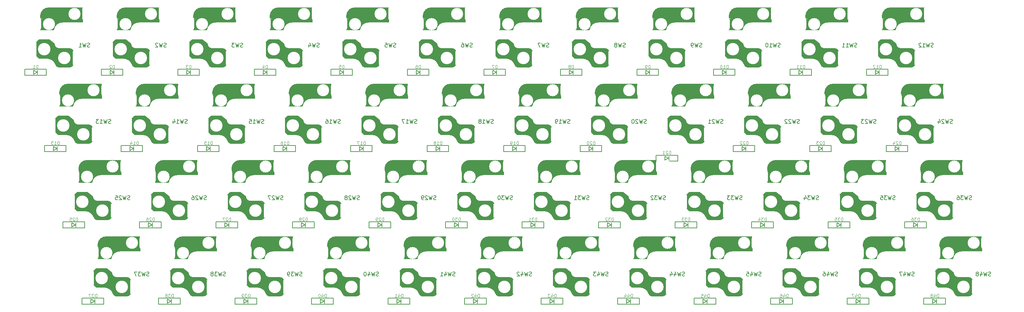
<source format=gbr>
%TF.GenerationSoftware,KiCad,Pcbnew,7.0.1*%
%TF.CreationDate,2023-04-02T20:01:42+09:00*%
%TF.ProjectId,first48,66697273-7434-4382-9e6b-696361645f70,rev?*%
%TF.SameCoordinates,Original*%
%TF.FileFunction,Legend,Bot*%
%TF.FilePolarity,Positive*%
%FSLAX46Y46*%
G04 Gerber Fmt 4.6, Leading zero omitted, Abs format (unit mm)*
G04 Created by KiCad (PCBNEW 7.0.1) date 2023-04-02 20:01:42*
%MOMM*%
%LPD*%
G01*
G04 APERTURE LIST*
%ADD10C,0.150000*%
%ADD11C,0.125000*%
%ADD12C,0.300000*%
%ADD13C,0.500000*%
%ADD14C,0.800000*%
%ADD15C,3.000000*%
%ADD16C,3.500000*%
%ADD17C,1.000000*%
%ADD18C,0.400000*%
%ADD19C,2.000000*%
%ADD20C,1.900000*%
%ADD21C,3.100000*%
%ADD22C,3.000000*%
%ADD23C,4.000000*%
%ADD24R,3.000000X3.500000*%
%ADD25R,3.300000X3.000000*%
%ADD26C,1.524000*%
%ADD27O,1.300000X1.000000*%
%ADD28O,2.550000X1.800000*%
%ADD29R,1.300000X0.950000*%
G04 APERTURE END LIST*
D10*
%TO.C,SW5*%
X108727082Y-62696200D02*
X108584225Y-62743819D01*
X108584225Y-62743819D02*
X108346130Y-62743819D01*
X108346130Y-62743819D02*
X108250892Y-62696200D01*
X108250892Y-62696200D02*
X108203273Y-62648580D01*
X108203273Y-62648580D02*
X108155654Y-62553342D01*
X108155654Y-62553342D02*
X108155654Y-62458104D01*
X108155654Y-62458104D02*
X108203273Y-62362866D01*
X108203273Y-62362866D02*
X108250892Y-62315247D01*
X108250892Y-62315247D02*
X108346130Y-62267628D01*
X108346130Y-62267628D02*
X108536606Y-62220009D01*
X108536606Y-62220009D02*
X108631844Y-62172390D01*
X108631844Y-62172390D02*
X108679463Y-62124771D01*
X108679463Y-62124771D02*
X108727082Y-62029533D01*
X108727082Y-62029533D02*
X108727082Y-61934295D01*
X108727082Y-61934295D02*
X108679463Y-61839057D01*
X108679463Y-61839057D02*
X108631844Y-61791438D01*
X108631844Y-61791438D02*
X108536606Y-61743819D01*
X108536606Y-61743819D02*
X108298511Y-61743819D01*
X108298511Y-61743819D02*
X108155654Y-61791438D01*
X107822320Y-61743819D02*
X107584225Y-62743819D01*
X107584225Y-62743819D02*
X107393749Y-62029533D01*
X107393749Y-62029533D02*
X107203273Y-62743819D01*
X107203273Y-62743819D02*
X106965178Y-61743819D01*
X106108035Y-61743819D02*
X106584225Y-61743819D01*
X106584225Y-61743819D02*
X106631844Y-62220009D01*
X106631844Y-62220009D02*
X106584225Y-62172390D01*
X106584225Y-62172390D02*
X106488987Y-62124771D01*
X106488987Y-62124771D02*
X106250892Y-62124771D01*
X106250892Y-62124771D02*
X106155654Y-62172390D01*
X106155654Y-62172390D02*
X106108035Y-62220009D01*
X106108035Y-62220009D02*
X106060416Y-62315247D01*
X106060416Y-62315247D02*
X106060416Y-62553342D01*
X106060416Y-62553342D02*
X106108035Y-62648580D01*
X106108035Y-62648580D02*
X106155654Y-62696200D01*
X106155654Y-62696200D02*
X106250892Y-62743819D01*
X106250892Y-62743819D02*
X106488987Y-62743819D01*
X106488987Y-62743819D02*
X106584225Y-62696200D01*
X106584225Y-62696200D02*
X106631844Y-62648580D01*
%TO.C,SW3*%
X70627082Y-62696200D02*
X70484225Y-62743819D01*
X70484225Y-62743819D02*
X70246130Y-62743819D01*
X70246130Y-62743819D02*
X70150892Y-62696200D01*
X70150892Y-62696200D02*
X70103273Y-62648580D01*
X70103273Y-62648580D02*
X70055654Y-62553342D01*
X70055654Y-62553342D02*
X70055654Y-62458104D01*
X70055654Y-62458104D02*
X70103273Y-62362866D01*
X70103273Y-62362866D02*
X70150892Y-62315247D01*
X70150892Y-62315247D02*
X70246130Y-62267628D01*
X70246130Y-62267628D02*
X70436606Y-62220009D01*
X70436606Y-62220009D02*
X70531844Y-62172390D01*
X70531844Y-62172390D02*
X70579463Y-62124771D01*
X70579463Y-62124771D02*
X70627082Y-62029533D01*
X70627082Y-62029533D02*
X70627082Y-61934295D01*
X70627082Y-61934295D02*
X70579463Y-61839057D01*
X70579463Y-61839057D02*
X70531844Y-61791438D01*
X70531844Y-61791438D02*
X70436606Y-61743819D01*
X70436606Y-61743819D02*
X70198511Y-61743819D01*
X70198511Y-61743819D02*
X70055654Y-61791438D01*
X69722320Y-61743819D02*
X69484225Y-62743819D01*
X69484225Y-62743819D02*
X69293749Y-62029533D01*
X69293749Y-62029533D02*
X69103273Y-62743819D01*
X69103273Y-62743819D02*
X68865178Y-61743819D01*
X68579463Y-61743819D02*
X67960416Y-61743819D01*
X67960416Y-61743819D02*
X68293749Y-62124771D01*
X68293749Y-62124771D02*
X68150892Y-62124771D01*
X68150892Y-62124771D02*
X68055654Y-62172390D01*
X68055654Y-62172390D02*
X68008035Y-62220009D01*
X68008035Y-62220009D02*
X67960416Y-62315247D01*
X67960416Y-62315247D02*
X67960416Y-62553342D01*
X67960416Y-62553342D02*
X68008035Y-62648580D01*
X68008035Y-62648580D02*
X68055654Y-62696200D01*
X68055654Y-62696200D02*
X68150892Y-62743819D01*
X68150892Y-62743819D02*
X68436606Y-62743819D01*
X68436606Y-62743819D02*
X68531844Y-62696200D01*
X68531844Y-62696200D02*
X68579463Y-62648580D01*
%TO.C,SW25*%
X42528273Y-100796200D02*
X42385416Y-100843819D01*
X42385416Y-100843819D02*
X42147321Y-100843819D01*
X42147321Y-100843819D02*
X42052083Y-100796200D01*
X42052083Y-100796200D02*
X42004464Y-100748580D01*
X42004464Y-100748580D02*
X41956845Y-100653342D01*
X41956845Y-100653342D02*
X41956845Y-100558104D01*
X41956845Y-100558104D02*
X42004464Y-100462866D01*
X42004464Y-100462866D02*
X42052083Y-100415247D01*
X42052083Y-100415247D02*
X42147321Y-100367628D01*
X42147321Y-100367628D02*
X42337797Y-100320009D01*
X42337797Y-100320009D02*
X42433035Y-100272390D01*
X42433035Y-100272390D02*
X42480654Y-100224771D01*
X42480654Y-100224771D02*
X42528273Y-100129533D01*
X42528273Y-100129533D02*
X42528273Y-100034295D01*
X42528273Y-100034295D02*
X42480654Y-99939057D01*
X42480654Y-99939057D02*
X42433035Y-99891438D01*
X42433035Y-99891438D02*
X42337797Y-99843819D01*
X42337797Y-99843819D02*
X42099702Y-99843819D01*
X42099702Y-99843819D02*
X41956845Y-99891438D01*
X41623511Y-99843819D02*
X41385416Y-100843819D01*
X41385416Y-100843819D02*
X41194940Y-100129533D01*
X41194940Y-100129533D02*
X41004464Y-100843819D01*
X41004464Y-100843819D02*
X40766369Y-99843819D01*
X40433035Y-99939057D02*
X40385416Y-99891438D01*
X40385416Y-99891438D02*
X40290178Y-99843819D01*
X40290178Y-99843819D02*
X40052083Y-99843819D01*
X40052083Y-99843819D02*
X39956845Y-99891438D01*
X39956845Y-99891438D02*
X39909226Y-99939057D01*
X39909226Y-99939057D02*
X39861607Y-100034295D01*
X39861607Y-100034295D02*
X39861607Y-100129533D01*
X39861607Y-100129533D02*
X39909226Y-100272390D01*
X39909226Y-100272390D02*
X40480654Y-100843819D01*
X40480654Y-100843819D02*
X39861607Y-100843819D01*
X38956845Y-99843819D02*
X39433035Y-99843819D01*
X39433035Y-99843819D02*
X39480654Y-100320009D01*
X39480654Y-100320009D02*
X39433035Y-100272390D01*
X39433035Y-100272390D02*
X39337797Y-100224771D01*
X39337797Y-100224771D02*
X39099702Y-100224771D01*
X39099702Y-100224771D02*
X39004464Y-100272390D01*
X39004464Y-100272390D02*
X38956845Y-100320009D01*
X38956845Y-100320009D02*
X38909226Y-100415247D01*
X38909226Y-100415247D02*
X38909226Y-100653342D01*
X38909226Y-100653342D02*
X38956845Y-100748580D01*
X38956845Y-100748580D02*
X39004464Y-100796200D01*
X39004464Y-100796200D02*
X39099702Y-100843819D01*
X39099702Y-100843819D02*
X39337797Y-100843819D01*
X39337797Y-100843819D02*
X39433035Y-100796200D01*
X39433035Y-100796200D02*
X39480654Y-100748580D01*
%TO.C,SW27*%
X80628273Y-100796200D02*
X80485416Y-100843819D01*
X80485416Y-100843819D02*
X80247321Y-100843819D01*
X80247321Y-100843819D02*
X80152083Y-100796200D01*
X80152083Y-100796200D02*
X80104464Y-100748580D01*
X80104464Y-100748580D02*
X80056845Y-100653342D01*
X80056845Y-100653342D02*
X80056845Y-100558104D01*
X80056845Y-100558104D02*
X80104464Y-100462866D01*
X80104464Y-100462866D02*
X80152083Y-100415247D01*
X80152083Y-100415247D02*
X80247321Y-100367628D01*
X80247321Y-100367628D02*
X80437797Y-100320009D01*
X80437797Y-100320009D02*
X80533035Y-100272390D01*
X80533035Y-100272390D02*
X80580654Y-100224771D01*
X80580654Y-100224771D02*
X80628273Y-100129533D01*
X80628273Y-100129533D02*
X80628273Y-100034295D01*
X80628273Y-100034295D02*
X80580654Y-99939057D01*
X80580654Y-99939057D02*
X80533035Y-99891438D01*
X80533035Y-99891438D02*
X80437797Y-99843819D01*
X80437797Y-99843819D02*
X80199702Y-99843819D01*
X80199702Y-99843819D02*
X80056845Y-99891438D01*
X79723511Y-99843819D02*
X79485416Y-100843819D01*
X79485416Y-100843819D02*
X79294940Y-100129533D01*
X79294940Y-100129533D02*
X79104464Y-100843819D01*
X79104464Y-100843819D02*
X78866369Y-99843819D01*
X78533035Y-99939057D02*
X78485416Y-99891438D01*
X78485416Y-99891438D02*
X78390178Y-99843819D01*
X78390178Y-99843819D02*
X78152083Y-99843819D01*
X78152083Y-99843819D02*
X78056845Y-99891438D01*
X78056845Y-99891438D02*
X78009226Y-99939057D01*
X78009226Y-99939057D02*
X77961607Y-100034295D01*
X77961607Y-100034295D02*
X77961607Y-100129533D01*
X77961607Y-100129533D02*
X78009226Y-100272390D01*
X78009226Y-100272390D02*
X78580654Y-100843819D01*
X78580654Y-100843819D02*
X77961607Y-100843819D01*
X77628273Y-99843819D02*
X76961607Y-99843819D01*
X76961607Y-99843819D02*
X77390178Y-100843819D01*
%TO.C,SW38*%
X66340773Y-119846200D02*
X66197916Y-119893819D01*
X66197916Y-119893819D02*
X65959821Y-119893819D01*
X65959821Y-119893819D02*
X65864583Y-119846200D01*
X65864583Y-119846200D02*
X65816964Y-119798580D01*
X65816964Y-119798580D02*
X65769345Y-119703342D01*
X65769345Y-119703342D02*
X65769345Y-119608104D01*
X65769345Y-119608104D02*
X65816964Y-119512866D01*
X65816964Y-119512866D02*
X65864583Y-119465247D01*
X65864583Y-119465247D02*
X65959821Y-119417628D01*
X65959821Y-119417628D02*
X66150297Y-119370009D01*
X66150297Y-119370009D02*
X66245535Y-119322390D01*
X66245535Y-119322390D02*
X66293154Y-119274771D01*
X66293154Y-119274771D02*
X66340773Y-119179533D01*
X66340773Y-119179533D02*
X66340773Y-119084295D01*
X66340773Y-119084295D02*
X66293154Y-118989057D01*
X66293154Y-118989057D02*
X66245535Y-118941438D01*
X66245535Y-118941438D02*
X66150297Y-118893819D01*
X66150297Y-118893819D02*
X65912202Y-118893819D01*
X65912202Y-118893819D02*
X65769345Y-118941438D01*
X65436011Y-118893819D02*
X65197916Y-119893819D01*
X65197916Y-119893819D02*
X65007440Y-119179533D01*
X65007440Y-119179533D02*
X64816964Y-119893819D01*
X64816964Y-119893819D02*
X64578869Y-118893819D01*
X64293154Y-118893819D02*
X63674107Y-118893819D01*
X63674107Y-118893819D02*
X64007440Y-119274771D01*
X64007440Y-119274771D02*
X63864583Y-119274771D01*
X63864583Y-119274771D02*
X63769345Y-119322390D01*
X63769345Y-119322390D02*
X63721726Y-119370009D01*
X63721726Y-119370009D02*
X63674107Y-119465247D01*
X63674107Y-119465247D02*
X63674107Y-119703342D01*
X63674107Y-119703342D02*
X63721726Y-119798580D01*
X63721726Y-119798580D02*
X63769345Y-119846200D01*
X63769345Y-119846200D02*
X63864583Y-119893819D01*
X63864583Y-119893819D02*
X64150297Y-119893819D01*
X64150297Y-119893819D02*
X64245535Y-119846200D01*
X64245535Y-119846200D02*
X64293154Y-119798580D01*
X63102678Y-119322390D02*
X63197916Y-119274771D01*
X63197916Y-119274771D02*
X63245535Y-119227152D01*
X63245535Y-119227152D02*
X63293154Y-119131914D01*
X63293154Y-119131914D02*
X63293154Y-119084295D01*
X63293154Y-119084295D02*
X63245535Y-118989057D01*
X63245535Y-118989057D02*
X63197916Y-118941438D01*
X63197916Y-118941438D02*
X63102678Y-118893819D01*
X63102678Y-118893819D02*
X62912202Y-118893819D01*
X62912202Y-118893819D02*
X62816964Y-118941438D01*
X62816964Y-118941438D02*
X62769345Y-118989057D01*
X62769345Y-118989057D02*
X62721726Y-119084295D01*
X62721726Y-119084295D02*
X62721726Y-119131914D01*
X62721726Y-119131914D02*
X62769345Y-119227152D01*
X62769345Y-119227152D02*
X62816964Y-119274771D01*
X62816964Y-119274771D02*
X62912202Y-119322390D01*
X62912202Y-119322390D02*
X63102678Y-119322390D01*
X63102678Y-119322390D02*
X63197916Y-119370009D01*
X63197916Y-119370009D02*
X63245535Y-119417628D01*
X63245535Y-119417628D02*
X63293154Y-119512866D01*
X63293154Y-119512866D02*
X63293154Y-119703342D01*
X63293154Y-119703342D02*
X63245535Y-119798580D01*
X63245535Y-119798580D02*
X63197916Y-119846200D01*
X63197916Y-119846200D02*
X63102678Y-119893819D01*
X63102678Y-119893819D02*
X62912202Y-119893819D01*
X62912202Y-119893819D02*
X62816964Y-119846200D01*
X62816964Y-119846200D02*
X62769345Y-119798580D01*
X62769345Y-119798580D02*
X62721726Y-119703342D01*
X62721726Y-119703342D02*
X62721726Y-119512866D01*
X62721726Y-119512866D02*
X62769345Y-119417628D01*
X62769345Y-119417628D02*
X62816964Y-119370009D01*
X62816964Y-119370009D02*
X62912202Y-119322390D01*
%TO.C,U1*%
%TO.C,SW19*%
X152065773Y-81746200D02*
X151922916Y-81793819D01*
X151922916Y-81793819D02*
X151684821Y-81793819D01*
X151684821Y-81793819D02*
X151589583Y-81746200D01*
X151589583Y-81746200D02*
X151541964Y-81698580D01*
X151541964Y-81698580D02*
X151494345Y-81603342D01*
X151494345Y-81603342D02*
X151494345Y-81508104D01*
X151494345Y-81508104D02*
X151541964Y-81412866D01*
X151541964Y-81412866D02*
X151589583Y-81365247D01*
X151589583Y-81365247D02*
X151684821Y-81317628D01*
X151684821Y-81317628D02*
X151875297Y-81270009D01*
X151875297Y-81270009D02*
X151970535Y-81222390D01*
X151970535Y-81222390D02*
X152018154Y-81174771D01*
X152018154Y-81174771D02*
X152065773Y-81079533D01*
X152065773Y-81079533D02*
X152065773Y-80984295D01*
X152065773Y-80984295D02*
X152018154Y-80889057D01*
X152018154Y-80889057D02*
X151970535Y-80841438D01*
X151970535Y-80841438D02*
X151875297Y-80793819D01*
X151875297Y-80793819D02*
X151637202Y-80793819D01*
X151637202Y-80793819D02*
X151494345Y-80841438D01*
X151161011Y-80793819D02*
X150922916Y-81793819D01*
X150922916Y-81793819D02*
X150732440Y-81079533D01*
X150732440Y-81079533D02*
X150541964Y-81793819D01*
X150541964Y-81793819D02*
X150303869Y-80793819D01*
X149399107Y-81793819D02*
X149970535Y-81793819D01*
X149684821Y-81793819D02*
X149684821Y-80793819D01*
X149684821Y-80793819D02*
X149780059Y-80936676D01*
X149780059Y-80936676D02*
X149875297Y-81031914D01*
X149875297Y-81031914D02*
X149970535Y-81079533D01*
X148922916Y-81793819D02*
X148732440Y-81793819D01*
X148732440Y-81793819D02*
X148637202Y-81746200D01*
X148637202Y-81746200D02*
X148589583Y-81698580D01*
X148589583Y-81698580D02*
X148494345Y-81555723D01*
X148494345Y-81555723D02*
X148446726Y-81365247D01*
X148446726Y-81365247D02*
X148446726Y-80984295D01*
X148446726Y-80984295D02*
X148494345Y-80889057D01*
X148494345Y-80889057D02*
X148541964Y-80841438D01*
X148541964Y-80841438D02*
X148637202Y-80793819D01*
X148637202Y-80793819D02*
X148827678Y-80793819D01*
X148827678Y-80793819D02*
X148922916Y-80841438D01*
X148922916Y-80841438D02*
X148970535Y-80889057D01*
X148970535Y-80889057D02*
X149018154Y-80984295D01*
X149018154Y-80984295D02*
X149018154Y-81222390D01*
X149018154Y-81222390D02*
X148970535Y-81317628D01*
X148970535Y-81317628D02*
X148922916Y-81365247D01*
X148922916Y-81365247D02*
X148827678Y-81412866D01*
X148827678Y-81412866D02*
X148637202Y-81412866D01*
X148637202Y-81412866D02*
X148541964Y-81365247D01*
X148541964Y-81365247D02*
X148494345Y-81317628D01*
X148494345Y-81317628D02*
X148446726Y-81222390D01*
%TO.C,SW11*%
X223503273Y-62696200D02*
X223360416Y-62743819D01*
X223360416Y-62743819D02*
X223122321Y-62743819D01*
X223122321Y-62743819D02*
X223027083Y-62696200D01*
X223027083Y-62696200D02*
X222979464Y-62648580D01*
X222979464Y-62648580D02*
X222931845Y-62553342D01*
X222931845Y-62553342D02*
X222931845Y-62458104D01*
X222931845Y-62458104D02*
X222979464Y-62362866D01*
X222979464Y-62362866D02*
X223027083Y-62315247D01*
X223027083Y-62315247D02*
X223122321Y-62267628D01*
X223122321Y-62267628D02*
X223312797Y-62220009D01*
X223312797Y-62220009D02*
X223408035Y-62172390D01*
X223408035Y-62172390D02*
X223455654Y-62124771D01*
X223455654Y-62124771D02*
X223503273Y-62029533D01*
X223503273Y-62029533D02*
X223503273Y-61934295D01*
X223503273Y-61934295D02*
X223455654Y-61839057D01*
X223455654Y-61839057D02*
X223408035Y-61791438D01*
X223408035Y-61791438D02*
X223312797Y-61743819D01*
X223312797Y-61743819D02*
X223074702Y-61743819D01*
X223074702Y-61743819D02*
X222931845Y-61791438D01*
X222598511Y-61743819D02*
X222360416Y-62743819D01*
X222360416Y-62743819D02*
X222169940Y-62029533D01*
X222169940Y-62029533D02*
X221979464Y-62743819D01*
X221979464Y-62743819D02*
X221741369Y-61743819D01*
X220836607Y-62743819D02*
X221408035Y-62743819D01*
X221122321Y-62743819D02*
X221122321Y-61743819D01*
X221122321Y-61743819D02*
X221217559Y-61886676D01*
X221217559Y-61886676D02*
X221312797Y-61981914D01*
X221312797Y-61981914D02*
X221408035Y-62029533D01*
X219884226Y-62743819D02*
X220455654Y-62743819D01*
X220169940Y-62743819D02*
X220169940Y-61743819D01*
X220169940Y-61743819D02*
X220265178Y-61886676D01*
X220265178Y-61886676D02*
X220360416Y-61981914D01*
X220360416Y-61981914D02*
X220455654Y-62029533D01*
%TO.C,SW21*%
X190165773Y-81746200D02*
X190022916Y-81793819D01*
X190022916Y-81793819D02*
X189784821Y-81793819D01*
X189784821Y-81793819D02*
X189689583Y-81746200D01*
X189689583Y-81746200D02*
X189641964Y-81698580D01*
X189641964Y-81698580D02*
X189594345Y-81603342D01*
X189594345Y-81603342D02*
X189594345Y-81508104D01*
X189594345Y-81508104D02*
X189641964Y-81412866D01*
X189641964Y-81412866D02*
X189689583Y-81365247D01*
X189689583Y-81365247D02*
X189784821Y-81317628D01*
X189784821Y-81317628D02*
X189975297Y-81270009D01*
X189975297Y-81270009D02*
X190070535Y-81222390D01*
X190070535Y-81222390D02*
X190118154Y-81174771D01*
X190118154Y-81174771D02*
X190165773Y-81079533D01*
X190165773Y-81079533D02*
X190165773Y-80984295D01*
X190165773Y-80984295D02*
X190118154Y-80889057D01*
X190118154Y-80889057D02*
X190070535Y-80841438D01*
X190070535Y-80841438D02*
X189975297Y-80793819D01*
X189975297Y-80793819D02*
X189737202Y-80793819D01*
X189737202Y-80793819D02*
X189594345Y-80841438D01*
X189261011Y-80793819D02*
X189022916Y-81793819D01*
X189022916Y-81793819D02*
X188832440Y-81079533D01*
X188832440Y-81079533D02*
X188641964Y-81793819D01*
X188641964Y-81793819D02*
X188403869Y-80793819D01*
X188070535Y-80889057D02*
X188022916Y-80841438D01*
X188022916Y-80841438D02*
X187927678Y-80793819D01*
X187927678Y-80793819D02*
X187689583Y-80793819D01*
X187689583Y-80793819D02*
X187594345Y-80841438D01*
X187594345Y-80841438D02*
X187546726Y-80889057D01*
X187546726Y-80889057D02*
X187499107Y-80984295D01*
X187499107Y-80984295D02*
X187499107Y-81079533D01*
X187499107Y-81079533D02*
X187546726Y-81222390D01*
X187546726Y-81222390D02*
X188118154Y-81793819D01*
X188118154Y-81793819D02*
X187499107Y-81793819D01*
X186546726Y-81793819D02*
X187118154Y-81793819D01*
X186832440Y-81793819D02*
X186832440Y-80793819D01*
X186832440Y-80793819D02*
X186927678Y-80936676D01*
X186927678Y-80936676D02*
X187022916Y-81031914D01*
X187022916Y-81031914D02*
X187118154Y-81079533D01*
%TO.C,SW7*%
X146827082Y-62696200D02*
X146684225Y-62743819D01*
X146684225Y-62743819D02*
X146446130Y-62743819D01*
X146446130Y-62743819D02*
X146350892Y-62696200D01*
X146350892Y-62696200D02*
X146303273Y-62648580D01*
X146303273Y-62648580D02*
X146255654Y-62553342D01*
X146255654Y-62553342D02*
X146255654Y-62458104D01*
X146255654Y-62458104D02*
X146303273Y-62362866D01*
X146303273Y-62362866D02*
X146350892Y-62315247D01*
X146350892Y-62315247D02*
X146446130Y-62267628D01*
X146446130Y-62267628D02*
X146636606Y-62220009D01*
X146636606Y-62220009D02*
X146731844Y-62172390D01*
X146731844Y-62172390D02*
X146779463Y-62124771D01*
X146779463Y-62124771D02*
X146827082Y-62029533D01*
X146827082Y-62029533D02*
X146827082Y-61934295D01*
X146827082Y-61934295D02*
X146779463Y-61839057D01*
X146779463Y-61839057D02*
X146731844Y-61791438D01*
X146731844Y-61791438D02*
X146636606Y-61743819D01*
X146636606Y-61743819D02*
X146398511Y-61743819D01*
X146398511Y-61743819D02*
X146255654Y-61791438D01*
X145922320Y-61743819D02*
X145684225Y-62743819D01*
X145684225Y-62743819D02*
X145493749Y-62029533D01*
X145493749Y-62029533D02*
X145303273Y-62743819D01*
X145303273Y-62743819D02*
X145065178Y-61743819D01*
X144779463Y-61743819D02*
X144112797Y-61743819D01*
X144112797Y-61743819D02*
X144541368Y-62743819D01*
%TO.C,SW10*%
X204453273Y-62696200D02*
X204310416Y-62743819D01*
X204310416Y-62743819D02*
X204072321Y-62743819D01*
X204072321Y-62743819D02*
X203977083Y-62696200D01*
X203977083Y-62696200D02*
X203929464Y-62648580D01*
X203929464Y-62648580D02*
X203881845Y-62553342D01*
X203881845Y-62553342D02*
X203881845Y-62458104D01*
X203881845Y-62458104D02*
X203929464Y-62362866D01*
X203929464Y-62362866D02*
X203977083Y-62315247D01*
X203977083Y-62315247D02*
X204072321Y-62267628D01*
X204072321Y-62267628D02*
X204262797Y-62220009D01*
X204262797Y-62220009D02*
X204358035Y-62172390D01*
X204358035Y-62172390D02*
X204405654Y-62124771D01*
X204405654Y-62124771D02*
X204453273Y-62029533D01*
X204453273Y-62029533D02*
X204453273Y-61934295D01*
X204453273Y-61934295D02*
X204405654Y-61839057D01*
X204405654Y-61839057D02*
X204358035Y-61791438D01*
X204358035Y-61791438D02*
X204262797Y-61743819D01*
X204262797Y-61743819D02*
X204024702Y-61743819D01*
X204024702Y-61743819D02*
X203881845Y-61791438D01*
X203548511Y-61743819D02*
X203310416Y-62743819D01*
X203310416Y-62743819D02*
X203119940Y-62029533D01*
X203119940Y-62029533D02*
X202929464Y-62743819D01*
X202929464Y-62743819D02*
X202691369Y-61743819D01*
X201786607Y-62743819D02*
X202358035Y-62743819D01*
X202072321Y-62743819D02*
X202072321Y-61743819D01*
X202072321Y-61743819D02*
X202167559Y-61886676D01*
X202167559Y-61886676D02*
X202262797Y-61981914D01*
X202262797Y-61981914D02*
X202358035Y-62029533D01*
X201167559Y-61743819D02*
X201072321Y-61743819D01*
X201072321Y-61743819D02*
X200977083Y-61791438D01*
X200977083Y-61791438D02*
X200929464Y-61839057D01*
X200929464Y-61839057D02*
X200881845Y-61934295D01*
X200881845Y-61934295D02*
X200834226Y-62124771D01*
X200834226Y-62124771D02*
X200834226Y-62362866D01*
X200834226Y-62362866D02*
X200881845Y-62553342D01*
X200881845Y-62553342D02*
X200929464Y-62648580D01*
X200929464Y-62648580D02*
X200977083Y-62696200D01*
X200977083Y-62696200D02*
X201072321Y-62743819D01*
X201072321Y-62743819D02*
X201167559Y-62743819D01*
X201167559Y-62743819D02*
X201262797Y-62696200D01*
X201262797Y-62696200D02*
X201310416Y-62648580D01*
X201310416Y-62648580D02*
X201358035Y-62553342D01*
X201358035Y-62553342D02*
X201405654Y-62362866D01*
X201405654Y-62362866D02*
X201405654Y-62124771D01*
X201405654Y-62124771D02*
X201358035Y-61934295D01*
X201358035Y-61934295D02*
X201310416Y-61839057D01*
X201310416Y-61839057D02*
X201262797Y-61791438D01*
X201262797Y-61791438D02*
X201167559Y-61743819D01*
%TO.C,SW4*%
X89677082Y-62696200D02*
X89534225Y-62743819D01*
X89534225Y-62743819D02*
X89296130Y-62743819D01*
X89296130Y-62743819D02*
X89200892Y-62696200D01*
X89200892Y-62696200D02*
X89153273Y-62648580D01*
X89153273Y-62648580D02*
X89105654Y-62553342D01*
X89105654Y-62553342D02*
X89105654Y-62458104D01*
X89105654Y-62458104D02*
X89153273Y-62362866D01*
X89153273Y-62362866D02*
X89200892Y-62315247D01*
X89200892Y-62315247D02*
X89296130Y-62267628D01*
X89296130Y-62267628D02*
X89486606Y-62220009D01*
X89486606Y-62220009D02*
X89581844Y-62172390D01*
X89581844Y-62172390D02*
X89629463Y-62124771D01*
X89629463Y-62124771D02*
X89677082Y-62029533D01*
X89677082Y-62029533D02*
X89677082Y-61934295D01*
X89677082Y-61934295D02*
X89629463Y-61839057D01*
X89629463Y-61839057D02*
X89581844Y-61791438D01*
X89581844Y-61791438D02*
X89486606Y-61743819D01*
X89486606Y-61743819D02*
X89248511Y-61743819D01*
X89248511Y-61743819D02*
X89105654Y-61791438D01*
X88772320Y-61743819D02*
X88534225Y-62743819D01*
X88534225Y-62743819D02*
X88343749Y-62029533D01*
X88343749Y-62029533D02*
X88153273Y-62743819D01*
X88153273Y-62743819D02*
X87915178Y-61743819D01*
X87105654Y-62077152D02*
X87105654Y-62743819D01*
X87343749Y-61696200D02*
X87581844Y-62410485D01*
X87581844Y-62410485D02*
X86962797Y-62410485D01*
%TO.C,SW20*%
X171115773Y-81746200D02*
X170972916Y-81793819D01*
X170972916Y-81793819D02*
X170734821Y-81793819D01*
X170734821Y-81793819D02*
X170639583Y-81746200D01*
X170639583Y-81746200D02*
X170591964Y-81698580D01*
X170591964Y-81698580D02*
X170544345Y-81603342D01*
X170544345Y-81603342D02*
X170544345Y-81508104D01*
X170544345Y-81508104D02*
X170591964Y-81412866D01*
X170591964Y-81412866D02*
X170639583Y-81365247D01*
X170639583Y-81365247D02*
X170734821Y-81317628D01*
X170734821Y-81317628D02*
X170925297Y-81270009D01*
X170925297Y-81270009D02*
X171020535Y-81222390D01*
X171020535Y-81222390D02*
X171068154Y-81174771D01*
X171068154Y-81174771D02*
X171115773Y-81079533D01*
X171115773Y-81079533D02*
X171115773Y-80984295D01*
X171115773Y-80984295D02*
X171068154Y-80889057D01*
X171068154Y-80889057D02*
X171020535Y-80841438D01*
X171020535Y-80841438D02*
X170925297Y-80793819D01*
X170925297Y-80793819D02*
X170687202Y-80793819D01*
X170687202Y-80793819D02*
X170544345Y-80841438D01*
X170211011Y-80793819D02*
X169972916Y-81793819D01*
X169972916Y-81793819D02*
X169782440Y-81079533D01*
X169782440Y-81079533D02*
X169591964Y-81793819D01*
X169591964Y-81793819D02*
X169353869Y-80793819D01*
X169020535Y-80889057D02*
X168972916Y-80841438D01*
X168972916Y-80841438D02*
X168877678Y-80793819D01*
X168877678Y-80793819D02*
X168639583Y-80793819D01*
X168639583Y-80793819D02*
X168544345Y-80841438D01*
X168544345Y-80841438D02*
X168496726Y-80889057D01*
X168496726Y-80889057D02*
X168449107Y-80984295D01*
X168449107Y-80984295D02*
X168449107Y-81079533D01*
X168449107Y-81079533D02*
X168496726Y-81222390D01*
X168496726Y-81222390D02*
X169068154Y-81793819D01*
X169068154Y-81793819D02*
X168449107Y-81793819D01*
X167830059Y-80793819D02*
X167734821Y-80793819D01*
X167734821Y-80793819D02*
X167639583Y-80841438D01*
X167639583Y-80841438D02*
X167591964Y-80889057D01*
X167591964Y-80889057D02*
X167544345Y-80984295D01*
X167544345Y-80984295D02*
X167496726Y-81174771D01*
X167496726Y-81174771D02*
X167496726Y-81412866D01*
X167496726Y-81412866D02*
X167544345Y-81603342D01*
X167544345Y-81603342D02*
X167591964Y-81698580D01*
X167591964Y-81698580D02*
X167639583Y-81746200D01*
X167639583Y-81746200D02*
X167734821Y-81793819D01*
X167734821Y-81793819D02*
X167830059Y-81793819D01*
X167830059Y-81793819D02*
X167925297Y-81746200D01*
X167925297Y-81746200D02*
X167972916Y-81698580D01*
X167972916Y-81698580D02*
X168020535Y-81603342D01*
X168020535Y-81603342D02*
X168068154Y-81412866D01*
X168068154Y-81412866D02*
X168068154Y-81174771D01*
X168068154Y-81174771D02*
X168020535Y-80984295D01*
X168020535Y-80984295D02*
X167972916Y-80889057D01*
X167972916Y-80889057D02*
X167925297Y-80841438D01*
X167925297Y-80841438D02*
X167830059Y-80793819D01*
%TO.C,SW6*%
X127777082Y-62696200D02*
X127634225Y-62743819D01*
X127634225Y-62743819D02*
X127396130Y-62743819D01*
X127396130Y-62743819D02*
X127300892Y-62696200D01*
X127300892Y-62696200D02*
X127253273Y-62648580D01*
X127253273Y-62648580D02*
X127205654Y-62553342D01*
X127205654Y-62553342D02*
X127205654Y-62458104D01*
X127205654Y-62458104D02*
X127253273Y-62362866D01*
X127253273Y-62362866D02*
X127300892Y-62315247D01*
X127300892Y-62315247D02*
X127396130Y-62267628D01*
X127396130Y-62267628D02*
X127586606Y-62220009D01*
X127586606Y-62220009D02*
X127681844Y-62172390D01*
X127681844Y-62172390D02*
X127729463Y-62124771D01*
X127729463Y-62124771D02*
X127777082Y-62029533D01*
X127777082Y-62029533D02*
X127777082Y-61934295D01*
X127777082Y-61934295D02*
X127729463Y-61839057D01*
X127729463Y-61839057D02*
X127681844Y-61791438D01*
X127681844Y-61791438D02*
X127586606Y-61743819D01*
X127586606Y-61743819D02*
X127348511Y-61743819D01*
X127348511Y-61743819D02*
X127205654Y-61791438D01*
X126872320Y-61743819D02*
X126634225Y-62743819D01*
X126634225Y-62743819D02*
X126443749Y-62029533D01*
X126443749Y-62029533D02*
X126253273Y-62743819D01*
X126253273Y-62743819D02*
X126015178Y-61743819D01*
X125205654Y-61743819D02*
X125396130Y-61743819D01*
X125396130Y-61743819D02*
X125491368Y-61791438D01*
X125491368Y-61791438D02*
X125538987Y-61839057D01*
X125538987Y-61839057D02*
X125634225Y-61981914D01*
X125634225Y-61981914D02*
X125681844Y-62172390D01*
X125681844Y-62172390D02*
X125681844Y-62553342D01*
X125681844Y-62553342D02*
X125634225Y-62648580D01*
X125634225Y-62648580D02*
X125586606Y-62696200D01*
X125586606Y-62696200D02*
X125491368Y-62743819D01*
X125491368Y-62743819D02*
X125300892Y-62743819D01*
X125300892Y-62743819D02*
X125205654Y-62696200D01*
X125205654Y-62696200D02*
X125158035Y-62648580D01*
X125158035Y-62648580D02*
X125110416Y-62553342D01*
X125110416Y-62553342D02*
X125110416Y-62315247D01*
X125110416Y-62315247D02*
X125158035Y-62220009D01*
X125158035Y-62220009D02*
X125205654Y-62172390D01*
X125205654Y-62172390D02*
X125300892Y-62124771D01*
X125300892Y-62124771D02*
X125491368Y-62124771D01*
X125491368Y-62124771D02*
X125586606Y-62172390D01*
X125586606Y-62172390D02*
X125634225Y-62220009D01*
X125634225Y-62220009D02*
X125681844Y-62315247D01*
%TO.C,SW16*%
X94915773Y-81746200D02*
X94772916Y-81793819D01*
X94772916Y-81793819D02*
X94534821Y-81793819D01*
X94534821Y-81793819D02*
X94439583Y-81746200D01*
X94439583Y-81746200D02*
X94391964Y-81698580D01*
X94391964Y-81698580D02*
X94344345Y-81603342D01*
X94344345Y-81603342D02*
X94344345Y-81508104D01*
X94344345Y-81508104D02*
X94391964Y-81412866D01*
X94391964Y-81412866D02*
X94439583Y-81365247D01*
X94439583Y-81365247D02*
X94534821Y-81317628D01*
X94534821Y-81317628D02*
X94725297Y-81270009D01*
X94725297Y-81270009D02*
X94820535Y-81222390D01*
X94820535Y-81222390D02*
X94868154Y-81174771D01*
X94868154Y-81174771D02*
X94915773Y-81079533D01*
X94915773Y-81079533D02*
X94915773Y-80984295D01*
X94915773Y-80984295D02*
X94868154Y-80889057D01*
X94868154Y-80889057D02*
X94820535Y-80841438D01*
X94820535Y-80841438D02*
X94725297Y-80793819D01*
X94725297Y-80793819D02*
X94487202Y-80793819D01*
X94487202Y-80793819D02*
X94344345Y-80841438D01*
X94011011Y-80793819D02*
X93772916Y-81793819D01*
X93772916Y-81793819D02*
X93582440Y-81079533D01*
X93582440Y-81079533D02*
X93391964Y-81793819D01*
X93391964Y-81793819D02*
X93153869Y-80793819D01*
X92249107Y-81793819D02*
X92820535Y-81793819D01*
X92534821Y-81793819D02*
X92534821Y-80793819D01*
X92534821Y-80793819D02*
X92630059Y-80936676D01*
X92630059Y-80936676D02*
X92725297Y-81031914D01*
X92725297Y-81031914D02*
X92820535Y-81079533D01*
X91391964Y-80793819D02*
X91582440Y-80793819D01*
X91582440Y-80793819D02*
X91677678Y-80841438D01*
X91677678Y-80841438D02*
X91725297Y-80889057D01*
X91725297Y-80889057D02*
X91820535Y-81031914D01*
X91820535Y-81031914D02*
X91868154Y-81222390D01*
X91868154Y-81222390D02*
X91868154Y-81603342D01*
X91868154Y-81603342D02*
X91820535Y-81698580D01*
X91820535Y-81698580D02*
X91772916Y-81746200D01*
X91772916Y-81746200D02*
X91677678Y-81793819D01*
X91677678Y-81793819D02*
X91487202Y-81793819D01*
X91487202Y-81793819D02*
X91391964Y-81746200D01*
X91391964Y-81746200D02*
X91344345Y-81698580D01*
X91344345Y-81698580D02*
X91296726Y-81603342D01*
X91296726Y-81603342D02*
X91296726Y-81365247D01*
X91296726Y-81365247D02*
X91344345Y-81270009D01*
X91344345Y-81270009D02*
X91391964Y-81222390D01*
X91391964Y-81222390D02*
X91487202Y-81174771D01*
X91487202Y-81174771D02*
X91677678Y-81174771D01*
X91677678Y-81174771D02*
X91772916Y-81222390D01*
X91772916Y-81222390D02*
X91820535Y-81270009D01*
X91820535Y-81270009D02*
X91868154Y-81365247D01*
%TO.C,SW14*%
X56815773Y-81746200D02*
X56672916Y-81793819D01*
X56672916Y-81793819D02*
X56434821Y-81793819D01*
X56434821Y-81793819D02*
X56339583Y-81746200D01*
X56339583Y-81746200D02*
X56291964Y-81698580D01*
X56291964Y-81698580D02*
X56244345Y-81603342D01*
X56244345Y-81603342D02*
X56244345Y-81508104D01*
X56244345Y-81508104D02*
X56291964Y-81412866D01*
X56291964Y-81412866D02*
X56339583Y-81365247D01*
X56339583Y-81365247D02*
X56434821Y-81317628D01*
X56434821Y-81317628D02*
X56625297Y-81270009D01*
X56625297Y-81270009D02*
X56720535Y-81222390D01*
X56720535Y-81222390D02*
X56768154Y-81174771D01*
X56768154Y-81174771D02*
X56815773Y-81079533D01*
X56815773Y-81079533D02*
X56815773Y-80984295D01*
X56815773Y-80984295D02*
X56768154Y-80889057D01*
X56768154Y-80889057D02*
X56720535Y-80841438D01*
X56720535Y-80841438D02*
X56625297Y-80793819D01*
X56625297Y-80793819D02*
X56387202Y-80793819D01*
X56387202Y-80793819D02*
X56244345Y-80841438D01*
X55911011Y-80793819D02*
X55672916Y-81793819D01*
X55672916Y-81793819D02*
X55482440Y-81079533D01*
X55482440Y-81079533D02*
X55291964Y-81793819D01*
X55291964Y-81793819D02*
X55053869Y-80793819D01*
X54149107Y-81793819D02*
X54720535Y-81793819D01*
X54434821Y-81793819D02*
X54434821Y-80793819D01*
X54434821Y-80793819D02*
X54530059Y-80936676D01*
X54530059Y-80936676D02*
X54625297Y-81031914D01*
X54625297Y-81031914D02*
X54720535Y-81079533D01*
X53291964Y-81127152D02*
X53291964Y-81793819D01*
X53530059Y-80746200D02*
X53768154Y-81460485D01*
X53768154Y-81460485D02*
X53149107Y-81460485D01*
%TO.C,SW17*%
X113965773Y-81746200D02*
X113822916Y-81793819D01*
X113822916Y-81793819D02*
X113584821Y-81793819D01*
X113584821Y-81793819D02*
X113489583Y-81746200D01*
X113489583Y-81746200D02*
X113441964Y-81698580D01*
X113441964Y-81698580D02*
X113394345Y-81603342D01*
X113394345Y-81603342D02*
X113394345Y-81508104D01*
X113394345Y-81508104D02*
X113441964Y-81412866D01*
X113441964Y-81412866D02*
X113489583Y-81365247D01*
X113489583Y-81365247D02*
X113584821Y-81317628D01*
X113584821Y-81317628D02*
X113775297Y-81270009D01*
X113775297Y-81270009D02*
X113870535Y-81222390D01*
X113870535Y-81222390D02*
X113918154Y-81174771D01*
X113918154Y-81174771D02*
X113965773Y-81079533D01*
X113965773Y-81079533D02*
X113965773Y-80984295D01*
X113965773Y-80984295D02*
X113918154Y-80889057D01*
X113918154Y-80889057D02*
X113870535Y-80841438D01*
X113870535Y-80841438D02*
X113775297Y-80793819D01*
X113775297Y-80793819D02*
X113537202Y-80793819D01*
X113537202Y-80793819D02*
X113394345Y-80841438D01*
X113061011Y-80793819D02*
X112822916Y-81793819D01*
X112822916Y-81793819D02*
X112632440Y-81079533D01*
X112632440Y-81079533D02*
X112441964Y-81793819D01*
X112441964Y-81793819D02*
X112203869Y-80793819D01*
X111299107Y-81793819D02*
X111870535Y-81793819D01*
X111584821Y-81793819D02*
X111584821Y-80793819D01*
X111584821Y-80793819D02*
X111680059Y-80936676D01*
X111680059Y-80936676D02*
X111775297Y-81031914D01*
X111775297Y-81031914D02*
X111870535Y-81079533D01*
X110965773Y-80793819D02*
X110299107Y-80793819D01*
X110299107Y-80793819D02*
X110727678Y-81793819D01*
%TO.C,SW9*%
X184927082Y-62696200D02*
X184784225Y-62743819D01*
X184784225Y-62743819D02*
X184546130Y-62743819D01*
X184546130Y-62743819D02*
X184450892Y-62696200D01*
X184450892Y-62696200D02*
X184403273Y-62648580D01*
X184403273Y-62648580D02*
X184355654Y-62553342D01*
X184355654Y-62553342D02*
X184355654Y-62458104D01*
X184355654Y-62458104D02*
X184403273Y-62362866D01*
X184403273Y-62362866D02*
X184450892Y-62315247D01*
X184450892Y-62315247D02*
X184546130Y-62267628D01*
X184546130Y-62267628D02*
X184736606Y-62220009D01*
X184736606Y-62220009D02*
X184831844Y-62172390D01*
X184831844Y-62172390D02*
X184879463Y-62124771D01*
X184879463Y-62124771D02*
X184927082Y-62029533D01*
X184927082Y-62029533D02*
X184927082Y-61934295D01*
X184927082Y-61934295D02*
X184879463Y-61839057D01*
X184879463Y-61839057D02*
X184831844Y-61791438D01*
X184831844Y-61791438D02*
X184736606Y-61743819D01*
X184736606Y-61743819D02*
X184498511Y-61743819D01*
X184498511Y-61743819D02*
X184355654Y-61791438D01*
X184022320Y-61743819D02*
X183784225Y-62743819D01*
X183784225Y-62743819D02*
X183593749Y-62029533D01*
X183593749Y-62029533D02*
X183403273Y-62743819D01*
X183403273Y-62743819D02*
X183165178Y-61743819D01*
X182736606Y-62743819D02*
X182546130Y-62743819D01*
X182546130Y-62743819D02*
X182450892Y-62696200D01*
X182450892Y-62696200D02*
X182403273Y-62648580D01*
X182403273Y-62648580D02*
X182308035Y-62505723D01*
X182308035Y-62505723D02*
X182260416Y-62315247D01*
X182260416Y-62315247D02*
X182260416Y-61934295D01*
X182260416Y-61934295D02*
X182308035Y-61839057D01*
X182308035Y-61839057D02*
X182355654Y-61791438D01*
X182355654Y-61791438D02*
X182450892Y-61743819D01*
X182450892Y-61743819D02*
X182641368Y-61743819D01*
X182641368Y-61743819D02*
X182736606Y-61791438D01*
X182736606Y-61791438D02*
X182784225Y-61839057D01*
X182784225Y-61839057D02*
X182831844Y-61934295D01*
X182831844Y-61934295D02*
X182831844Y-62172390D01*
X182831844Y-62172390D02*
X182784225Y-62267628D01*
X182784225Y-62267628D02*
X182736606Y-62315247D01*
X182736606Y-62315247D02*
X182641368Y-62362866D01*
X182641368Y-62362866D02*
X182450892Y-62362866D01*
X182450892Y-62362866D02*
X182355654Y-62315247D01*
X182355654Y-62315247D02*
X182308035Y-62267628D01*
X182308035Y-62267628D02*
X182260416Y-62172390D01*
%TO.C,SW23*%
X228265773Y-81746200D02*
X228122916Y-81793819D01*
X228122916Y-81793819D02*
X227884821Y-81793819D01*
X227884821Y-81793819D02*
X227789583Y-81746200D01*
X227789583Y-81746200D02*
X227741964Y-81698580D01*
X227741964Y-81698580D02*
X227694345Y-81603342D01*
X227694345Y-81603342D02*
X227694345Y-81508104D01*
X227694345Y-81508104D02*
X227741964Y-81412866D01*
X227741964Y-81412866D02*
X227789583Y-81365247D01*
X227789583Y-81365247D02*
X227884821Y-81317628D01*
X227884821Y-81317628D02*
X228075297Y-81270009D01*
X228075297Y-81270009D02*
X228170535Y-81222390D01*
X228170535Y-81222390D02*
X228218154Y-81174771D01*
X228218154Y-81174771D02*
X228265773Y-81079533D01*
X228265773Y-81079533D02*
X228265773Y-80984295D01*
X228265773Y-80984295D02*
X228218154Y-80889057D01*
X228218154Y-80889057D02*
X228170535Y-80841438D01*
X228170535Y-80841438D02*
X228075297Y-80793819D01*
X228075297Y-80793819D02*
X227837202Y-80793819D01*
X227837202Y-80793819D02*
X227694345Y-80841438D01*
X227361011Y-80793819D02*
X227122916Y-81793819D01*
X227122916Y-81793819D02*
X226932440Y-81079533D01*
X226932440Y-81079533D02*
X226741964Y-81793819D01*
X226741964Y-81793819D02*
X226503869Y-80793819D01*
X226170535Y-80889057D02*
X226122916Y-80841438D01*
X226122916Y-80841438D02*
X226027678Y-80793819D01*
X226027678Y-80793819D02*
X225789583Y-80793819D01*
X225789583Y-80793819D02*
X225694345Y-80841438D01*
X225694345Y-80841438D02*
X225646726Y-80889057D01*
X225646726Y-80889057D02*
X225599107Y-80984295D01*
X225599107Y-80984295D02*
X225599107Y-81079533D01*
X225599107Y-81079533D02*
X225646726Y-81222390D01*
X225646726Y-81222390D02*
X226218154Y-81793819D01*
X226218154Y-81793819D02*
X225599107Y-81793819D01*
X225265773Y-80793819D02*
X224646726Y-80793819D01*
X224646726Y-80793819D02*
X224980059Y-81174771D01*
X224980059Y-81174771D02*
X224837202Y-81174771D01*
X224837202Y-81174771D02*
X224741964Y-81222390D01*
X224741964Y-81222390D02*
X224694345Y-81270009D01*
X224694345Y-81270009D02*
X224646726Y-81365247D01*
X224646726Y-81365247D02*
X224646726Y-81603342D01*
X224646726Y-81603342D02*
X224694345Y-81698580D01*
X224694345Y-81698580D02*
X224741964Y-81746200D01*
X224741964Y-81746200D02*
X224837202Y-81793819D01*
X224837202Y-81793819D02*
X225122916Y-81793819D01*
X225122916Y-81793819D02*
X225218154Y-81746200D01*
X225218154Y-81746200D02*
X225265773Y-81698580D01*
%TO.C,SW15*%
X75865773Y-81746200D02*
X75722916Y-81793819D01*
X75722916Y-81793819D02*
X75484821Y-81793819D01*
X75484821Y-81793819D02*
X75389583Y-81746200D01*
X75389583Y-81746200D02*
X75341964Y-81698580D01*
X75341964Y-81698580D02*
X75294345Y-81603342D01*
X75294345Y-81603342D02*
X75294345Y-81508104D01*
X75294345Y-81508104D02*
X75341964Y-81412866D01*
X75341964Y-81412866D02*
X75389583Y-81365247D01*
X75389583Y-81365247D02*
X75484821Y-81317628D01*
X75484821Y-81317628D02*
X75675297Y-81270009D01*
X75675297Y-81270009D02*
X75770535Y-81222390D01*
X75770535Y-81222390D02*
X75818154Y-81174771D01*
X75818154Y-81174771D02*
X75865773Y-81079533D01*
X75865773Y-81079533D02*
X75865773Y-80984295D01*
X75865773Y-80984295D02*
X75818154Y-80889057D01*
X75818154Y-80889057D02*
X75770535Y-80841438D01*
X75770535Y-80841438D02*
X75675297Y-80793819D01*
X75675297Y-80793819D02*
X75437202Y-80793819D01*
X75437202Y-80793819D02*
X75294345Y-80841438D01*
X74961011Y-80793819D02*
X74722916Y-81793819D01*
X74722916Y-81793819D02*
X74532440Y-81079533D01*
X74532440Y-81079533D02*
X74341964Y-81793819D01*
X74341964Y-81793819D02*
X74103869Y-80793819D01*
X73199107Y-81793819D02*
X73770535Y-81793819D01*
X73484821Y-81793819D02*
X73484821Y-80793819D01*
X73484821Y-80793819D02*
X73580059Y-80936676D01*
X73580059Y-80936676D02*
X73675297Y-81031914D01*
X73675297Y-81031914D02*
X73770535Y-81079533D01*
X72294345Y-80793819D02*
X72770535Y-80793819D01*
X72770535Y-80793819D02*
X72818154Y-81270009D01*
X72818154Y-81270009D02*
X72770535Y-81222390D01*
X72770535Y-81222390D02*
X72675297Y-81174771D01*
X72675297Y-81174771D02*
X72437202Y-81174771D01*
X72437202Y-81174771D02*
X72341964Y-81222390D01*
X72341964Y-81222390D02*
X72294345Y-81270009D01*
X72294345Y-81270009D02*
X72246726Y-81365247D01*
X72246726Y-81365247D02*
X72246726Y-81603342D01*
X72246726Y-81603342D02*
X72294345Y-81698580D01*
X72294345Y-81698580D02*
X72341964Y-81746200D01*
X72341964Y-81746200D02*
X72437202Y-81793819D01*
X72437202Y-81793819D02*
X72675297Y-81793819D01*
X72675297Y-81793819D02*
X72770535Y-81746200D01*
X72770535Y-81746200D02*
X72818154Y-81698580D01*
%TO.C,SW8*%
X165877082Y-62696200D02*
X165734225Y-62743819D01*
X165734225Y-62743819D02*
X165496130Y-62743819D01*
X165496130Y-62743819D02*
X165400892Y-62696200D01*
X165400892Y-62696200D02*
X165353273Y-62648580D01*
X165353273Y-62648580D02*
X165305654Y-62553342D01*
X165305654Y-62553342D02*
X165305654Y-62458104D01*
X165305654Y-62458104D02*
X165353273Y-62362866D01*
X165353273Y-62362866D02*
X165400892Y-62315247D01*
X165400892Y-62315247D02*
X165496130Y-62267628D01*
X165496130Y-62267628D02*
X165686606Y-62220009D01*
X165686606Y-62220009D02*
X165781844Y-62172390D01*
X165781844Y-62172390D02*
X165829463Y-62124771D01*
X165829463Y-62124771D02*
X165877082Y-62029533D01*
X165877082Y-62029533D02*
X165877082Y-61934295D01*
X165877082Y-61934295D02*
X165829463Y-61839057D01*
X165829463Y-61839057D02*
X165781844Y-61791438D01*
X165781844Y-61791438D02*
X165686606Y-61743819D01*
X165686606Y-61743819D02*
X165448511Y-61743819D01*
X165448511Y-61743819D02*
X165305654Y-61791438D01*
X164972320Y-61743819D02*
X164734225Y-62743819D01*
X164734225Y-62743819D02*
X164543749Y-62029533D01*
X164543749Y-62029533D02*
X164353273Y-62743819D01*
X164353273Y-62743819D02*
X164115178Y-61743819D01*
X163591368Y-62172390D02*
X163686606Y-62124771D01*
X163686606Y-62124771D02*
X163734225Y-62077152D01*
X163734225Y-62077152D02*
X163781844Y-61981914D01*
X163781844Y-61981914D02*
X163781844Y-61934295D01*
X163781844Y-61934295D02*
X163734225Y-61839057D01*
X163734225Y-61839057D02*
X163686606Y-61791438D01*
X163686606Y-61791438D02*
X163591368Y-61743819D01*
X163591368Y-61743819D02*
X163400892Y-61743819D01*
X163400892Y-61743819D02*
X163305654Y-61791438D01*
X163305654Y-61791438D02*
X163258035Y-61839057D01*
X163258035Y-61839057D02*
X163210416Y-61934295D01*
X163210416Y-61934295D02*
X163210416Y-61981914D01*
X163210416Y-61981914D02*
X163258035Y-62077152D01*
X163258035Y-62077152D02*
X163305654Y-62124771D01*
X163305654Y-62124771D02*
X163400892Y-62172390D01*
X163400892Y-62172390D02*
X163591368Y-62172390D01*
X163591368Y-62172390D02*
X163686606Y-62220009D01*
X163686606Y-62220009D02*
X163734225Y-62267628D01*
X163734225Y-62267628D02*
X163781844Y-62362866D01*
X163781844Y-62362866D02*
X163781844Y-62553342D01*
X163781844Y-62553342D02*
X163734225Y-62648580D01*
X163734225Y-62648580D02*
X163686606Y-62696200D01*
X163686606Y-62696200D02*
X163591368Y-62743819D01*
X163591368Y-62743819D02*
X163400892Y-62743819D01*
X163400892Y-62743819D02*
X163305654Y-62696200D01*
X163305654Y-62696200D02*
X163258035Y-62648580D01*
X163258035Y-62648580D02*
X163210416Y-62553342D01*
X163210416Y-62553342D02*
X163210416Y-62362866D01*
X163210416Y-62362866D02*
X163258035Y-62267628D01*
X163258035Y-62267628D02*
X163305654Y-62220009D01*
X163305654Y-62220009D02*
X163400892Y-62172390D01*
%TO.C,SW18*%
X133015773Y-81746200D02*
X132872916Y-81793819D01*
X132872916Y-81793819D02*
X132634821Y-81793819D01*
X132634821Y-81793819D02*
X132539583Y-81746200D01*
X132539583Y-81746200D02*
X132491964Y-81698580D01*
X132491964Y-81698580D02*
X132444345Y-81603342D01*
X132444345Y-81603342D02*
X132444345Y-81508104D01*
X132444345Y-81508104D02*
X132491964Y-81412866D01*
X132491964Y-81412866D02*
X132539583Y-81365247D01*
X132539583Y-81365247D02*
X132634821Y-81317628D01*
X132634821Y-81317628D02*
X132825297Y-81270009D01*
X132825297Y-81270009D02*
X132920535Y-81222390D01*
X132920535Y-81222390D02*
X132968154Y-81174771D01*
X132968154Y-81174771D02*
X133015773Y-81079533D01*
X133015773Y-81079533D02*
X133015773Y-80984295D01*
X133015773Y-80984295D02*
X132968154Y-80889057D01*
X132968154Y-80889057D02*
X132920535Y-80841438D01*
X132920535Y-80841438D02*
X132825297Y-80793819D01*
X132825297Y-80793819D02*
X132587202Y-80793819D01*
X132587202Y-80793819D02*
X132444345Y-80841438D01*
X132111011Y-80793819D02*
X131872916Y-81793819D01*
X131872916Y-81793819D02*
X131682440Y-81079533D01*
X131682440Y-81079533D02*
X131491964Y-81793819D01*
X131491964Y-81793819D02*
X131253869Y-80793819D01*
X130349107Y-81793819D02*
X130920535Y-81793819D01*
X130634821Y-81793819D02*
X130634821Y-80793819D01*
X130634821Y-80793819D02*
X130730059Y-80936676D01*
X130730059Y-80936676D02*
X130825297Y-81031914D01*
X130825297Y-81031914D02*
X130920535Y-81079533D01*
X129777678Y-81222390D02*
X129872916Y-81174771D01*
X129872916Y-81174771D02*
X129920535Y-81127152D01*
X129920535Y-81127152D02*
X129968154Y-81031914D01*
X129968154Y-81031914D02*
X129968154Y-80984295D01*
X129968154Y-80984295D02*
X129920535Y-80889057D01*
X129920535Y-80889057D02*
X129872916Y-80841438D01*
X129872916Y-80841438D02*
X129777678Y-80793819D01*
X129777678Y-80793819D02*
X129587202Y-80793819D01*
X129587202Y-80793819D02*
X129491964Y-80841438D01*
X129491964Y-80841438D02*
X129444345Y-80889057D01*
X129444345Y-80889057D02*
X129396726Y-80984295D01*
X129396726Y-80984295D02*
X129396726Y-81031914D01*
X129396726Y-81031914D02*
X129444345Y-81127152D01*
X129444345Y-81127152D02*
X129491964Y-81174771D01*
X129491964Y-81174771D02*
X129587202Y-81222390D01*
X129587202Y-81222390D02*
X129777678Y-81222390D01*
X129777678Y-81222390D02*
X129872916Y-81270009D01*
X129872916Y-81270009D02*
X129920535Y-81317628D01*
X129920535Y-81317628D02*
X129968154Y-81412866D01*
X129968154Y-81412866D02*
X129968154Y-81603342D01*
X129968154Y-81603342D02*
X129920535Y-81698580D01*
X129920535Y-81698580D02*
X129872916Y-81746200D01*
X129872916Y-81746200D02*
X129777678Y-81793819D01*
X129777678Y-81793819D02*
X129587202Y-81793819D01*
X129587202Y-81793819D02*
X129491964Y-81746200D01*
X129491964Y-81746200D02*
X129444345Y-81698580D01*
X129444345Y-81698580D02*
X129396726Y-81603342D01*
X129396726Y-81603342D02*
X129396726Y-81412866D01*
X129396726Y-81412866D02*
X129444345Y-81317628D01*
X129444345Y-81317628D02*
X129491964Y-81270009D01*
X129491964Y-81270009D02*
X129587202Y-81222390D01*
%TO.C,SW22*%
X209215773Y-81746200D02*
X209072916Y-81793819D01*
X209072916Y-81793819D02*
X208834821Y-81793819D01*
X208834821Y-81793819D02*
X208739583Y-81746200D01*
X208739583Y-81746200D02*
X208691964Y-81698580D01*
X208691964Y-81698580D02*
X208644345Y-81603342D01*
X208644345Y-81603342D02*
X208644345Y-81508104D01*
X208644345Y-81508104D02*
X208691964Y-81412866D01*
X208691964Y-81412866D02*
X208739583Y-81365247D01*
X208739583Y-81365247D02*
X208834821Y-81317628D01*
X208834821Y-81317628D02*
X209025297Y-81270009D01*
X209025297Y-81270009D02*
X209120535Y-81222390D01*
X209120535Y-81222390D02*
X209168154Y-81174771D01*
X209168154Y-81174771D02*
X209215773Y-81079533D01*
X209215773Y-81079533D02*
X209215773Y-80984295D01*
X209215773Y-80984295D02*
X209168154Y-80889057D01*
X209168154Y-80889057D02*
X209120535Y-80841438D01*
X209120535Y-80841438D02*
X209025297Y-80793819D01*
X209025297Y-80793819D02*
X208787202Y-80793819D01*
X208787202Y-80793819D02*
X208644345Y-80841438D01*
X208311011Y-80793819D02*
X208072916Y-81793819D01*
X208072916Y-81793819D02*
X207882440Y-81079533D01*
X207882440Y-81079533D02*
X207691964Y-81793819D01*
X207691964Y-81793819D02*
X207453869Y-80793819D01*
X207120535Y-80889057D02*
X207072916Y-80841438D01*
X207072916Y-80841438D02*
X206977678Y-80793819D01*
X206977678Y-80793819D02*
X206739583Y-80793819D01*
X206739583Y-80793819D02*
X206644345Y-80841438D01*
X206644345Y-80841438D02*
X206596726Y-80889057D01*
X206596726Y-80889057D02*
X206549107Y-80984295D01*
X206549107Y-80984295D02*
X206549107Y-81079533D01*
X206549107Y-81079533D02*
X206596726Y-81222390D01*
X206596726Y-81222390D02*
X207168154Y-81793819D01*
X207168154Y-81793819D02*
X206549107Y-81793819D01*
X206168154Y-80889057D02*
X206120535Y-80841438D01*
X206120535Y-80841438D02*
X206025297Y-80793819D01*
X206025297Y-80793819D02*
X205787202Y-80793819D01*
X205787202Y-80793819D02*
X205691964Y-80841438D01*
X205691964Y-80841438D02*
X205644345Y-80889057D01*
X205644345Y-80889057D02*
X205596726Y-80984295D01*
X205596726Y-80984295D02*
X205596726Y-81079533D01*
X205596726Y-81079533D02*
X205644345Y-81222390D01*
X205644345Y-81222390D02*
X206215773Y-81793819D01*
X206215773Y-81793819D02*
X205596726Y-81793819D01*
%TO.C,SW2*%
X51577082Y-62696200D02*
X51434225Y-62743819D01*
X51434225Y-62743819D02*
X51196130Y-62743819D01*
X51196130Y-62743819D02*
X51100892Y-62696200D01*
X51100892Y-62696200D02*
X51053273Y-62648580D01*
X51053273Y-62648580D02*
X51005654Y-62553342D01*
X51005654Y-62553342D02*
X51005654Y-62458104D01*
X51005654Y-62458104D02*
X51053273Y-62362866D01*
X51053273Y-62362866D02*
X51100892Y-62315247D01*
X51100892Y-62315247D02*
X51196130Y-62267628D01*
X51196130Y-62267628D02*
X51386606Y-62220009D01*
X51386606Y-62220009D02*
X51481844Y-62172390D01*
X51481844Y-62172390D02*
X51529463Y-62124771D01*
X51529463Y-62124771D02*
X51577082Y-62029533D01*
X51577082Y-62029533D02*
X51577082Y-61934295D01*
X51577082Y-61934295D02*
X51529463Y-61839057D01*
X51529463Y-61839057D02*
X51481844Y-61791438D01*
X51481844Y-61791438D02*
X51386606Y-61743819D01*
X51386606Y-61743819D02*
X51148511Y-61743819D01*
X51148511Y-61743819D02*
X51005654Y-61791438D01*
X50672320Y-61743819D02*
X50434225Y-62743819D01*
X50434225Y-62743819D02*
X50243749Y-62029533D01*
X50243749Y-62029533D02*
X50053273Y-62743819D01*
X50053273Y-62743819D02*
X49815178Y-61743819D01*
X49481844Y-61839057D02*
X49434225Y-61791438D01*
X49434225Y-61791438D02*
X49338987Y-61743819D01*
X49338987Y-61743819D02*
X49100892Y-61743819D01*
X49100892Y-61743819D02*
X49005654Y-61791438D01*
X49005654Y-61791438D02*
X48958035Y-61839057D01*
X48958035Y-61839057D02*
X48910416Y-61934295D01*
X48910416Y-61934295D02*
X48910416Y-62029533D01*
X48910416Y-62029533D02*
X48958035Y-62172390D01*
X48958035Y-62172390D02*
X49529463Y-62743819D01*
X49529463Y-62743819D02*
X48910416Y-62743819D01*
%TO.C,SW33*%
X194928273Y-100796200D02*
X194785416Y-100843819D01*
X194785416Y-100843819D02*
X194547321Y-100843819D01*
X194547321Y-100843819D02*
X194452083Y-100796200D01*
X194452083Y-100796200D02*
X194404464Y-100748580D01*
X194404464Y-100748580D02*
X194356845Y-100653342D01*
X194356845Y-100653342D02*
X194356845Y-100558104D01*
X194356845Y-100558104D02*
X194404464Y-100462866D01*
X194404464Y-100462866D02*
X194452083Y-100415247D01*
X194452083Y-100415247D02*
X194547321Y-100367628D01*
X194547321Y-100367628D02*
X194737797Y-100320009D01*
X194737797Y-100320009D02*
X194833035Y-100272390D01*
X194833035Y-100272390D02*
X194880654Y-100224771D01*
X194880654Y-100224771D02*
X194928273Y-100129533D01*
X194928273Y-100129533D02*
X194928273Y-100034295D01*
X194928273Y-100034295D02*
X194880654Y-99939057D01*
X194880654Y-99939057D02*
X194833035Y-99891438D01*
X194833035Y-99891438D02*
X194737797Y-99843819D01*
X194737797Y-99843819D02*
X194499702Y-99843819D01*
X194499702Y-99843819D02*
X194356845Y-99891438D01*
X194023511Y-99843819D02*
X193785416Y-100843819D01*
X193785416Y-100843819D02*
X193594940Y-100129533D01*
X193594940Y-100129533D02*
X193404464Y-100843819D01*
X193404464Y-100843819D02*
X193166369Y-99843819D01*
X192880654Y-99843819D02*
X192261607Y-99843819D01*
X192261607Y-99843819D02*
X192594940Y-100224771D01*
X192594940Y-100224771D02*
X192452083Y-100224771D01*
X192452083Y-100224771D02*
X192356845Y-100272390D01*
X192356845Y-100272390D02*
X192309226Y-100320009D01*
X192309226Y-100320009D02*
X192261607Y-100415247D01*
X192261607Y-100415247D02*
X192261607Y-100653342D01*
X192261607Y-100653342D02*
X192309226Y-100748580D01*
X192309226Y-100748580D02*
X192356845Y-100796200D01*
X192356845Y-100796200D02*
X192452083Y-100843819D01*
X192452083Y-100843819D02*
X192737797Y-100843819D01*
X192737797Y-100843819D02*
X192833035Y-100796200D01*
X192833035Y-100796200D02*
X192880654Y-100748580D01*
X191928273Y-99843819D02*
X191309226Y-99843819D01*
X191309226Y-99843819D02*
X191642559Y-100224771D01*
X191642559Y-100224771D02*
X191499702Y-100224771D01*
X191499702Y-100224771D02*
X191404464Y-100272390D01*
X191404464Y-100272390D02*
X191356845Y-100320009D01*
X191356845Y-100320009D02*
X191309226Y-100415247D01*
X191309226Y-100415247D02*
X191309226Y-100653342D01*
X191309226Y-100653342D02*
X191356845Y-100748580D01*
X191356845Y-100748580D02*
X191404464Y-100796200D01*
X191404464Y-100796200D02*
X191499702Y-100843819D01*
X191499702Y-100843819D02*
X191785416Y-100843819D01*
X191785416Y-100843819D02*
X191880654Y-100796200D01*
X191880654Y-100796200D02*
X191928273Y-100748580D01*
D11*
%TO.C,D29*%
X105746478Y-106126295D02*
X105746478Y-105326295D01*
X105746478Y-105326295D02*
X105556002Y-105326295D01*
X105556002Y-105326295D02*
X105441716Y-105364390D01*
X105441716Y-105364390D02*
X105365526Y-105440580D01*
X105365526Y-105440580D02*
X105327431Y-105516771D01*
X105327431Y-105516771D02*
X105289335Y-105669152D01*
X105289335Y-105669152D02*
X105289335Y-105783438D01*
X105289335Y-105783438D02*
X105327431Y-105935819D01*
X105327431Y-105935819D02*
X105365526Y-106012009D01*
X105365526Y-106012009D02*
X105441716Y-106088200D01*
X105441716Y-106088200D02*
X105556002Y-106126295D01*
X105556002Y-106126295D02*
X105746478Y-106126295D01*
X104984574Y-105402485D02*
X104946478Y-105364390D01*
X104946478Y-105364390D02*
X104870288Y-105326295D01*
X104870288Y-105326295D02*
X104679812Y-105326295D01*
X104679812Y-105326295D02*
X104603621Y-105364390D01*
X104603621Y-105364390D02*
X104565526Y-105402485D01*
X104565526Y-105402485D02*
X104527431Y-105478676D01*
X104527431Y-105478676D02*
X104527431Y-105554866D01*
X104527431Y-105554866D02*
X104565526Y-105669152D01*
X104565526Y-105669152D02*
X105022669Y-106126295D01*
X105022669Y-106126295D02*
X104527431Y-106126295D01*
X104146478Y-106126295D02*
X103994097Y-106126295D01*
X103994097Y-106126295D02*
X103917907Y-106088200D01*
X103917907Y-106088200D02*
X103879811Y-106050104D01*
X103879811Y-106050104D02*
X103803621Y-105935819D01*
X103803621Y-105935819D02*
X103765526Y-105783438D01*
X103765526Y-105783438D02*
X103765526Y-105478676D01*
X103765526Y-105478676D02*
X103803621Y-105402485D01*
X103803621Y-105402485D02*
X103841716Y-105364390D01*
X103841716Y-105364390D02*
X103917907Y-105326295D01*
X103917907Y-105326295D02*
X104070288Y-105326295D01*
X104070288Y-105326295D02*
X104146478Y-105364390D01*
X104146478Y-105364390D02*
X104184573Y-105402485D01*
X104184573Y-105402485D02*
X104222669Y-105478676D01*
X104222669Y-105478676D02*
X104222669Y-105669152D01*
X104222669Y-105669152D02*
X104184573Y-105745342D01*
X104184573Y-105745342D02*
X104146478Y-105783438D01*
X104146478Y-105783438D02*
X104070288Y-105821533D01*
X104070288Y-105821533D02*
X103917907Y-105821533D01*
X103917907Y-105821533D02*
X103841716Y-105783438D01*
X103841716Y-105783438D02*
X103803621Y-105745342D01*
X103803621Y-105745342D02*
X103765526Y-105669152D01*
%TO.C,D2*%
X38690525Y-68026295D02*
X38690525Y-67226295D01*
X38690525Y-67226295D02*
X38500049Y-67226295D01*
X38500049Y-67226295D02*
X38385763Y-67264390D01*
X38385763Y-67264390D02*
X38309573Y-67340580D01*
X38309573Y-67340580D02*
X38271478Y-67416771D01*
X38271478Y-67416771D02*
X38233382Y-67569152D01*
X38233382Y-67569152D02*
X38233382Y-67683438D01*
X38233382Y-67683438D02*
X38271478Y-67835819D01*
X38271478Y-67835819D02*
X38309573Y-67912009D01*
X38309573Y-67912009D02*
X38385763Y-67988200D01*
X38385763Y-67988200D02*
X38500049Y-68026295D01*
X38500049Y-68026295D02*
X38690525Y-68026295D01*
X37928621Y-67302485D02*
X37890525Y-67264390D01*
X37890525Y-67264390D02*
X37814335Y-67226295D01*
X37814335Y-67226295D02*
X37623859Y-67226295D01*
X37623859Y-67226295D02*
X37547668Y-67264390D01*
X37547668Y-67264390D02*
X37509573Y-67302485D01*
X37509573Y-67302485D02*
X37471478Y-67378676D01*
X37471478Y-67378676D02*
X37471478Y-67454866D01*
X37471478Y-67454866D02*
X37509573Y-67569152D01*
X37509573Y-67569152D02*
X37966716Y-68026295D01*
X37966716Y-68026295D02*
X37471478Y-68026295D01*
%TO.C,D43*%
X148608978Y-125176295D02*
X148608978Y-124376295D01*
X148608978Y-124376295D02*
X148418502Y-124376295D01*
X148418502Y-124376295D02*
X148304216Y-124414390D01*
X148304216Y-124414390D02*
X148228026Y-124490580D01*
X148228026Y-124490580D02*
X148189931Y-124566771D01*
X148189931Y-124566771D02*
X148151835Y-124719152D01*
X148151835Y-124719152D02*
X148151835Y-124833438D01*
X148151835Y-124833438D02*
X148189931Y-124985819D01*
X148189931Y-124985819D02*
X148228026Y-125062009D01*
X148228026Y-125062009D02*
X148304216Y-125138200D01*
X148304216Y-125138200D02*
X148418502Y-125176295D01*
X148418502Y-125176295D02*
X148608978Y-125176295D01*
X147466121Y-124642961D02*
X147466121Y-125176295D01*
X147656597Y-124338200D02*
X147847074Y-124909628D01*
X147847074Y-124909628D02*
X147351835Y-124909628D01*
X147123264Y-124376295D02*
X146628026Y-124376295D01*
X146628026Y-124376295D02*
X146894692Y-124681057D01*
X146894692Y-124681057D02*
X146780407Y-124681057D01*
X146780407Y-124681057D02*
X146704216Y-124719152D01*
X146704216Y-124719152D02*
X146666121Y-124757247D01*
X146666121Y-124757247D02*
X146628026Y-124833438D01*
X146628026Y-124833438D02*
X146628026Y-125023914D01*
X146628026Y-125023914D02*
X146666121Y-125100104D01*
X146666121Y-125100104D02*
X146704216Y-125138200D01*
X146704216Y-125138200D02*
X146780407Y-125176295D01*
X146780407Y-125176295D02*
X147008978Y-125176295D01*
X147008978Y-125176295D02*
X147085169Y-125138200D01*
X147085169Y-125138200D02*
X147123264Y-125100104D01*
%TO.C,D21*%
X177183978Y-89457595D02*
X177183978Y-88657595D01*
X177183978Y-88657595D02*
X176993502Y-88657595D01*
X176993502Y-88657595D02*
X176879216Y-88695690D01*
X176879216Y-88695690D02*
X176803026Y-88771880D01*
X176803026Y-88771880D02*
X176764931Y-88848071D01*
X176764931Y-88848071D02*
X176726835Y-89000452D01*
X176726835Y-89000452D02*
X176726835Y-89114738D01*
X176726835Y-89114738D02*
X176764931Y-89267119D01*
X176764931Y-89267119D02*
X176803026Y-89343309D01*
X176803026Y-89343309D02*
X176879216Y-89419500D01*
X176879216Y-89419500D02*
X176993502Y-89457595D01*
X176993502Y-89457595D02*
X177183978Y-89457595D01*
X176422074Y-88733785D02*
X176383978Y-88695690D01*
X176383978Y-88695690D02*
X176307788Y-88657595D01*
X176307788Y-88657595D02*
X176117312Y-88657595D01*
X176117312Y-88657595D02*
X176041121Y-88695690D01*
X176041121Y-88695690D02*
X176003026Y-88733785D01*
X176003026Y-88733785D02*
X175964931Y-88809976D01*
X175964931Y-88809976D02*
X175964931Y-88886166D01*
X175964931Y-88886166D02*
X176003026Y-89000452D01*
X176003026Y-89000452D02*
X176460169Y-89457595D01*
X176460169Y-89457595D02*
X175964931Y-89457595D01*
X175203026Y-89457595D02*
X175660169Y-89457595D01*
X175431597Y-89457595D02*
X175431597Y-88657595D01*
X175431597Y-88657595D02*
X175507788Y-88771880D01*
X175507788Y-88771880D02*
X175583978Y-88848071D01*
X175583978Y-88848071D02*
X175660169Y-88886166D01*
D10*
%TO.C,SW31*%
X156828273Y-100796200D02*
X156685416Y-100843819D01*
X156685416Y-100843819D02*
X156447321Y-100843819D01*
X156447321Y-100843819D02*
X156352083Y-100796200D01*
X156352083Y-100796200D02*
X156304464Y-100748580D01*
X156304464Y-100748580D02*
X156256845Y-100653342D01*
X156256845Y-100653342D02*
X156256845Y-100558104D01*
X156256845Y-100558104D02*
X156304464Y-100462866D01*
X156304464Y-100462866D02*
X156352083Y-100415247D01*
X156352083Y-100415247D02*
X156447321Y-100367628D01*
X156447321Y-100367628D02*
X156637797Y-100320009D01*
X156637797Y-100320009D02*
X156733035Y-100272390D01*
X156733035Y-100272390D02*
X156780654Y-100224771D01*
X156780654Y-100224771D02*
X156828273Y-100129533D01*
X156828273Y-100129533D02*
X156828273Y-100034295D01*
X156828273Y-100034295D02*
X156780654Y-99939057D01*
X156780654Y-99939057D02*
X156733035Y-99891438D01*
X156733035Y-99891438D02*
X156637797Y-99843819D01*
X156637797Y-99843819D02*
X156399702Y-99843819D01*
X156399702Y-99843819D02*
X156256845Y-99891438D01*
X155923511Y-99843819D02*
X155685416Y-100843819D01*
X155685416Y-100843819D02*
X155494940Y-100129533D01*
X155494940Y-100129533D02*
X155304464Y-100843819D01*
X155304464Y-100843819D02*
X155066369Y-99843819D01*
X154780654Y-99843819D02*
X154161607Y-99843819D01*
X154161607Y-99843819D02*
X154494940Y-100224771D01*
X154494940Y-100224771D02*
X154352083Y-100224771D01*
X154352083Y-100224771D02*
X154256845Y-100272390D01*
X154256845Y-100272390D02*
X154209226Y-100320009D01*
X154209226Y-100320009D02*
X154161607Y-100415247D01*
X154161607Y-100415247D02*
X154161607Y-100653342D01*
X154161607Y-100653342D02*
X154209226Y-100748580D01*
X154209226Y-100748580D02*
X154256845Y-100796200D01*
X154256845Y-100796200D02*
X154352083Y-100843819D01*
X154352083Y-100843819D02*
X154637797Y-100843819D01*
X154637797Y-100843819D02*
X154733035Y-100796200D01*
X154733035Y-100796200D02*
X154780654Y-100748580D01*
X153209226Y-100843819D02*
X153780654Y-100843819D01*
X153494940Y-100843819D02*
X153494940Y-99843819D01*
X153494940Y-99843819D02*
X153590178Y-99986676D01*
X153590178Y-99986676D02*
X153685416Y-100081914D01*
X153685416Y-100081914D02*
X153780654Y-100129533D01*
%TO.C,SW37*%
X47290773Y-119846200D02*
X47147916Y-119893819D01*
X47147916Y-119893819D02*
X46909821Y-119893819D01*
X46909821Y-119893819D02*
X46814583Y-119846200D01*
X46814583Y-119846200D02*
X46766964Y-119798580D01*
X46766964Y-119798580D02*
X46719345Y-119703342D01*
X46719345Y-119703342D02*
X46719345Y-119608104D01*
X46719345Y-119608104D02*
X46766964Y-119512866D01*
X46766964Y-119512866D02*
X46814583Y-119465247D01*
X46814583Y-119465247D02*
X46909821Y-119417628D01*
X46909821Y-119417628D02*
X47100297Y-119370009D01*
X47100297Y-119370009D02*
X47195535Y-119322390D01*
X47195535Y-119322390D02*
X47243154Y-119274771D01*
X47243154Y-119274771D02*
X47290773Y-119179533D01*
X47290773Y-119179533D02*
X47290773Y-119084295D01*
X47290773Y-119084295D02*
X47243154Y-118989057D01*
X47243154Y-118989057D02*
X47195535Y-118941438D01*
X47195535Y-118941438D02*
X47100297Y-118893819D01*
X47100297Y-118893819D02*
X46862202Y-118893819D01*
X46862202Y-118893819D02*
X46719345Y-118941438D01*
X46386011Y-118893819D02*
X46147916Y-119893819D01*
X46147916Y-119893819D02*
X45957440Y-119179533D01*
X45957440Y-119179533D02*
X45766964Y-119893819D01*
X45766964Y-119893819D02*
X45528869Y-118893819D01*
X45243154Y-118893819D02*
X44624107Y-118893819D01*
X44624107Y-118893819D02*
X44957440Y-119274771D01*
X44957440Y-119274771D02*
X44814583Y-119274771D01*
X44814583Y-119274771D02*
X44719345Y-119322390D01*
X44719345Y-119322390D02*
X44671726Y-119370009D01*
X44671726Y-119370009D02*
X44624107Y-119465247D01*
X44624107Y-119465247D02*
X44624107Y-119703342D01*
X44624107Y-119703342D02*
X44671726Y-119798580D01*
X44671726Y-119798580D02*
X44719345Y-119846200D01*
X44719345Y-119846200D02*
X44814583Y-119893819D01*
X44814583Y-119893819D02*
X45100297Y-119893819D01*
X45100297Y-119893819D02*
X45195535Y-119846200D01*
X45195535Y-119846200D02*
X45243154Y-119798580D01*
X44290773Y-118893819D02*
X43624107Y-118893819D01*
X43624107Y-118893819D02*
X44052678Y-119893819D01*
%TO.C,SW42*%
X142540773Y-119846200D02*
X142397916Y-119893819D01*
X142397916Y-119893819D02*
X142159821Y-119893819D01*
X142159821Y-119893819D02*
X142064583Y-119846200D01*
X142064583Y-119846200D02*
X142016964Y-119798580D01*
X142016964Y-119798580D02*
X141969345Y-119703342D01*
X141969345Y-119703342D02*
X141969345Y-119608104D01*
X141969345Y-119608104D02*
X142016964Y-119512866D01*
X142016964Y-119512866D02*
X142064583Y-119465247D01*
X142064583Y-119465247D02*
X142159821Y-119417628D01*
X142159821Y-119417628D02*
X142350297Y-119370009D01*
X142350297Y-119370009D02*
X142445535Y-119322390D01*
X142445535Y-119322390D02*
X142493154Y-119274771D01*
X142493154Y-119274771D02*
X142540773Y-119179533D01*
X142540773Y-119179533D02*
X142540773Y-119084295D01*
X142540773Y-119084295D02*
X142493154Y-118989057D01*
X142493154Y-118989057D02*
X142445535Y-118941438D01*
X142445535Y-118941438D02*
X142350297Y-118893819D01*
X142350297Y-118893819D02*
X142112202Y-118893819D01*
X142112202Y-118893819D02*
X141969345Y-118941438D01*
X141636011Y-118893819D02*
X141397916Y-119893819D01*
X141397916Y-119893819D02*
X141207440Y-119179533D01*
X141207440Y-119179533D02*
X141016964Y-119893819D01*
X141016964Y-119893819D02*
X140778869Y-118893819D01*
X139969345Y-119227152D02*
X139969345Y-119893819D01*
X140207440Y-118846200D02*
X140445535Y-119560485D01*
X140445535Y-119560485D02*
X139826488Y-119560485D01*
X139493154Y-118989057D02*
X139445535Y-118941438D01*
X139445535Y-118941438D02*
X139350297Y-118893819D01*
X139350297Y-118893819D02*
X139112202Y-118893819D01*
X139112202Y-118893819D02*
X139016964Y-118941438D01*
X139016964Y-118941438D02*
X138969345Y-118989057D01*
X138969345Y-118989057D02*
X138921726Y-119084295D01*
X138921726Y-119084295D02*
X138921726Y-119179533D01*
X138921726Y-119179533D02*
X138969345Y-119322390D01*
X138969345Y-119322390D02*
X139540773Y-119893819D01*
X139540773Y-119893819D02*
X138921726Y-119893819D01*
D11*
%TO.C,D19*%
X139242678Y-87076295D02*
X139242678Y-86276295D01*
X139242678Y-86276295D02*
X139052202Y-86276295D01*
X139052202Y-86276295D02*
X138937916Y-86314390D01*
X138937916Y-86314390D02*
X138861726Y-86390580D01*
X138861726Y-86390580D02*
X138823631Y-86466771D01*
X138823631Y-86466771D02*
X138785535Y-86619152D01*
X138785535Y-86619152D02*
X138785535Y-86733438D01*
X138785535Y-86733438D02*
X138823631Y-86885819D01*
X138823631Y-86885819D02*
X138861726Y-86962009D01*
X138861726Y-86962009D02*
X138937916Y-87038200D01*
X138937916Y-87038200D02*
X139052202Y-87076295D01*
X139052202Y-87076295D02*
X139242678Y-87076295D01*
X138023631Y-87076295D02*
X138480774Y-87076295D01*
X138252202Y-87076295D02*
X138252202Y-86276295D01*
X138252202Y-86276295D02*
X138328393Y-86390580D01*
X138328393Y-86390580D02*
X138404583Y-86466771D01*
X138404583Y-86466771D02*
X138480774Y-86504866D01*
X137642678Y-87076295D02*
X137490297Y-87076295D01*
X137490297Y-87076295D02*
X137414107Y-87038200D01*
X137414107Y-87038200D02*
X137376011Y-87000104D01*
X137376011Y-87000104D02*
X137299821Y-86885819D01*
X137299821Y-86885819D02*
X137261726Y-86733438D01*
X137261726Y-86733438D02*
X137261726Y-86428676D01*
X137261726Y-86428676D02*
X137299821Y-86352485D01*
X137299821Y-86352485D02*
X137337916Y-86314390D01*
X137337916Y-86314390D02*
X137414107Y-86276295D01*
X137414107Y-86276295D02*
X137566488Y-86276295D01*
X137566488Y-86276295D02*
X137642678Y-86314390D01*
X137642678Y-86314390D02*
X137680773Y-86352485D01*
X137680773Y-86352485D02*
X137718869Y-86428676D01*
X137718869Y-86428676D02*
X137718869Y-86619152D01*
X137718869Y-86619152D02*
X137680773Y-86695342D01*
X137680773Y-86695342D02*
X137642678Y-86733438D01*
X137642678Y-86733438D02*
X137566488Y-86771533D01*
X137566488Y-86771533D02*
X137414107Y-86771533D01*
X137414107Y-86771533D02*
X137337916Y-86733438D01*
X137337916Y-86733438D02*
X137299821Y-86695342D01*
X137299821Y-86695342D02*
X137261726Y-86619152D01*
%TO.C,D20*%
X158292678Y-87076295D02*
X158292678Y-86276295D01*
X158292678Y-86276295D02*
X158102202Y-86276295D01*
X158102202Y-86276295D02*
X157987916Y-86314390D01*
X157987916Y-86314390D02*
X157911726Y-86390580D01*
X157911726Y-86390580D02*
X157873631Y-86466771D01*
X157873631Y-86466771D02*
X157835535Y-86619152D01*
X157835535Y-86619152D02*
X157835535Y-86733438D01*
X157835535Y-86733438D02*
X157873631Y-86885819D01*
X157873631Y-86885819D02*
X157911726Y-86962009D01*
X157911726Y-86962009D02*
X157987916Y-87038200D01*
X157987916Y-87038200D02*
X158102202Y-87076295D01*
X158102202Y-87076295D02*
X158292678Y-87076295D01*
X157530774Y-86352485D02*
X157492678Y-86314390D01*
X157492678Y-86314390D02*
X157416488Y-86276295D01*
X157416488Y-86276295D02*
X157226012Y-86276295D01*
X157226012Y-86276295D02*
X157149821Y-86314390D01*
X157149821Y-86314390D02*
X157111726Y-86352485D01*
X157111726Y-86352485D02*
X157073631Y-86428676D01*
X157073631Y-86428676D02*
X157073631Y-86504866D01*
X157073631Y-86504866D02*
X157111726Y-86619152D01*
X157111726Y-86619152D02*
X157568869Y-87076295D01*
X157568869Y-87076295D02*
X157073631Y-87076295D01*
X156578392Y-86276295D02*
X156502202Y-86276295D01*
X156502202Y-86276295D02*
X156426011Y-86314390D01*
X156426011Y-86314390D02*
X156387916Y-86352485D01*
X156387916Y-86352485D02*
X156349821Y-86428676D01*
X156349821Y-86428676D02*
X156311726Y-86581057D01*
X156311726Y-86581057D02*
X156311726Y-86771533D01*
X156311726Y-86771533D02*
X156349821Y-86923914D01*
X156349821Y-86923914D02*
X156387916Y-87000104D01*
X156387916Y-87000104D02*
X156426011Y-87038200D01*
X156426011Y-87038200D02*
X156502202Y-87076295D01*
X156502202Y-87076295D02*
X156578392Y-87076295D01*
X156578392Y-87076295D02*
X156654583Y-87038200D01*
X156654583Y-87038200D02*
X156692678Y-87000104D01*
X156692678Y-87000104D02*
X156730773Y-86923914D01*
X156730773Y-86923914D02*
X156768869Y-86771533D01*
X156768869Y-86771533D02*
X156768869Y-86581057D01*
X156768869Y-86581057D02*
X156730773Y-86428676D01*
X156730773Y-86428676D02*
X156692678Y-86352485D01*
X156692678Y-86352485D02*
X156654583Y-86314390D01*
X156654583Y-86314390D02*
X156578392Y-86276295D01*
%TO.C,D12*%
X229571478Y-68026295D02*
X229571478Y-67226295D01*
X229571478Y-67226295D02*
X229381002Y-67226295D01*
X229381002Y-67226295D02*
X229266716Y-67264390D01*
X229266716Y-67264390D02*
X229190526Y-67340580D01*
X229190526Y-67340580D02*
X229152431Y-67416771D01*
X229152431Y-67416771D02*
X229114335Y-67569152D01*
X229114335Y-67569152D02*
X229114335Y-67683438D01*
X229114335Y-67683438D02*
X229152431Y-67835819D01*
X229152431Y-67835819D02*
X229190526Y-67912009D01*
X229190526Y-67912009D02*
X229266716Y-67988200D01*
X229266716Y-67988200D02*
X229381002Y-68026295D01*
X229381002Y-68026295D02*
X229571478Y-68026295D01*
X228352431Y-68026295D02*
X228809574Y-68026295D01*
X228581002Y-68026295D02*
X228581002Y-67226295D01*
X228581002Y-67226295D02*
X228657193Y-67340580D01*
X228657193Y-67340580D02*
X228733383Y-67416771D01*
X228733383Y-67416771D02*
X228809574Y-67454866D01*
X228047669Y-67302485D02*
X228009573Y-67264390D01*
X228009573Y-67264390D02*
X227933383Y-67226295D01*
X227933383Y-67226295D02*
X227742907Y-67226295D01*
X227742907Y-67226295D02*
X227666716Y-67264390D01*
X227666716Y-67264390D02*
X227628621Y-67302485D01*
X227628621Y-67302485D02*
X227590526Y-67378676D01*
X227590526Y-67378676D02*
X227590526Y-67454866D01*
X227590526Y-67454866D02*
X227628621Y-67569152D01*
X227628621Y-67569152D02*
X228085764Y-68026295D01*
X228085764Y-68026295D02*
X227590526Y-68026295D01*
D10*
%TO.C,SW40*%
X104440773Y-119846200D02*
X104297916Y-119893819D01*
X104297916Y-119893819D02*
X104059821Y-119893819D01*
X104059821Y-119893819D02*
X103964583Y-119846200D01*
X103964583Y-119846200D02*
X103916964Y-119798580D01*
X103916964Y-119798580D02*
X103869345Y-119703342D01*
X103869345Y-119703342D02*
X103869345Y-119608104D01*
X103869345Y-119608104D02*
X103916964Y-119512866D01*
X103916964Y-119512866D02*
X103964583Y-119465247D01*
X103964583Y-119465247D02*
X104059821Y-119417628D01*
X104059821Y-119417628D02*
X104250297Y-119370009D01*
X104250297Y-119370009D02*
X104345535Y-119322390D01*
X104345535Y-119322390D02*
X104393154Y-119274771D01*
X104393154Y-119274771D02*
X104440773Y-119179533D01*
X104440773Y-119179533D02*
X104440773Y-119084295D01*
X104440773Y-119084295D02*
X104393154Y-118989057D01*
X104393154Y-118989057D02*
X104345535Y-118941438D01*
X104345535Y-118941438D02*
X104250297Y-118893819D01*
X104250297Y-118893819D02*
X104012202Y-118893819D01*
X104012202Y-118893819D02*
X103869345Y-118941438D01*
X103536011Y-118893819D02*
X103297916Y-119893819D01*
X103297916Y-119893819D02*
X103107440Y-119179533D01*
X103107440Y-119179533D02*
X102916964Y-119893819D01*
X102916964Y-119893819D02*
X102678869Y-118893819D01*
X101869345Y-119227152D02*
X101869345Y-119893819D01*
X102107440Y-118846200D02*
X102345535Y-119560485D01*
X102345535Y-119560485D02*
X101726488Y-119560485D01*
X101155059Y-118893819D02*
X101059821Y-118893819D01*
X101059821Y-118893819D02*
X100964583Y-118941438D01*
X100964583Y-118941438D02*
X100916964Y-118989057D01*
X100916964Y-118989057D02*
X100869345Y-119084295D01*
X100869345Y-119084295D02*
X100821726Y-119274771D01*
X100821726Y-119274771D02*
X100821726Y-119512866D01*
X100821726Y-119512866D02*
X100869345Y-119703342D01*
X100869345Y-119703342D02*
X100916964Y-119798580D01*
X100916964Y-119798580D02*
X100964583Y-119846200D01*
X100964583Y-119846200D02*
X101059821Y-119893819D01*
X101059821Y-119893819D02*
X101155059Y-119893819D01*
X101155059Y-119893819D02*
X101250297Y-119846200D01*
X101250297Y-119846200D02*
X101297916Y-119798580D01*
X101297916Y-119798580D02*
X101345535Y-119703342D01*
X101345535Y-119703342D02*
X101393154Y-119512866D01*
X101393154Y-119512866D02*
X101393154Y-119274771D01*
X101393154Y-119274771D02*
X101345535Y-119084295D01*
X101345535Y-119084295D02*
X101297916Y-118989057D01*
X101297916Y-118989057D02*
X101250297Y-118941438D01*
X101250297Y-118941438D02*
X101155059Y-118893819D01*
D11*
%TO.C,D32*%
X162896478Y-106126295D02*
X162896478Y-105326295D01*
X162896478Y-105326295D02*
X162706002Y-105326295D01*
X162706002Y-105326295D02*
X162591716Y-105364390D01*
X162591716Y-105364390D02*
X162515526Y-105440580D01*
X162515526Y-105440580D02*
X162477431Y-105516771D01*
X162477431Y-105516771D02*
X162439335Y-105669152D01*
X162439335Y-105669152D02*
X162439335Y-105783438D01*
X162439335Y-105783438D02*
X162477431Y-105935819D01*
X162477431Y-105935819D02*
X162515526Y-106012009D01*
X162515526Y-106012009D02*
X162591716Y-106088200D01*
X162591716Y-106088200D02*
X162706002Y-106126295D01*
X162706002Y-106126295D02*
X162896478Y-106126295D01*
X162172669Y-105326295D02*
X161677431Y-105326295D01*
X161677431Y-105326295D02*
X161944097Y-105631057D01*
X161944097Y-105631057D02*
X161829812Y-105631057D01*
X161829812Y-105631057D02*
X161753621Y-105669152D01*
X161753621Y-105669152D02*
X161715526Y-105707247D01*
X161715526Y-105707247D02*
X161677431Y-105783438D01*
X161677431Y-105783438D02*
X161677431Y-105973914D01*
X161677431Y-105973914D02*
X161715526Y-106050104D01*
X161715526Y-106050104D02*
X161753621Y-106088200D01*
X161753621Y-106088200D02*
X161829812Y-106126295D01*
X161829812Y-106126295D02*
X162058383Y-106126295D01*
X162058383Y-106126295D02*
X162134574Y-106088200D01*
X162134574Y-106088200D02*
X162172669Y-106050104D01*
X161372669Y-105402485D02*
X161334573Y-105364390D01*
X161334573Y-105364390D02*
X161258383Y-105326295D01*
X161258383Y-105326295D02*
X161067907Y-105326295D01*
X161067907Y-105326295D02*
X160991716Y-105364390D01*
X160991716Y-105364390D02*
X160953621Y-105402485D01*
X160953621Y-105402485D02*
X160915526Y-105478676D01*
X160915526Y-105478676D02*
X160915526Y-105554866D01*
X160915526Y-105554866D02*
X160953621Y-105669152D01*
X160953621Y-105669152D02*
X161410764Y-106126295D01*
X161410764Y-106126295D02*
X160915526Y-106126295D01*
%TO.C,D47*%
X224308978Y-125176295D02*
X224308978Y-124376295D01*
X224308978Y-124376295D02*
X224118502Y-124376295D01*
X224118502Y-124376295D02*
X224004216Y-124414390D01*
X224004216Y-124414390D02*
X223928026Y-124490580D01*
X223928026Y-124490580D02*
X223889931Y-124566771D01*
X223889931Y-124566771D02*
X223851835Y-124719152D01*
X223851835Y-124719152D02*
X223851835Y-124833438D01*
X223851835Y-124833438D02*
X223889931Y-124985819D01*
X223889931Y-124985819D02*
X223928026Y-125062009D01*
X223928026Y-125062009D02*
X224004216Y-125138200D01*
X224004216Y-125138200D02*
X224118502Y-125176295D01*
X224118502Y-125176295D02*
X224308978Y-125176295D01*
X223166121Y-124642961D02*
X223166121Y-125176295D01*
X223356597Y-124338200D02*
X223547074Y-124909628D01*
X223547074Y-124909628D02*
X223051835Y-124909628D01*
X222823264Y-124376295D02*
X222289930Y-124376295D01*
X222289930Y-124376295D02*
X222632788Y-125176295D01*
%TO.C,D25*%
X29546478Y-106126295D02*
X29546478Y-105326295D01*
X29546478Y-105326295D02*
X29356002Y-105326295D01*
X29356002Y-105326295D02*
X29241716Y-105364390D01*
X29241716Y-105364390D02*
X29165526Y-105440580D01*
X29165526Y-105440580D02*
X29127431Y-105516771D01*
X29127431Y-105516771D02*
X29089335Y-105669152D01*
X29089335Y-105669152D02*
X29089335Y-105783438D01*
X29089335Y-105783438D02*
X29127431Y-105935819D01*
X29127431Y-105935819D02*
X29165526Y-106012009D01*
X29165526Y-106012009D02*
X29241716Y-106088200D01*
X29241716Y-106088200D02*
X29356002Y-106126295D01*
X29356002Y-106126295D02*
X29546478Y-106126295D01*
X28784574Y-105402485D02*
X28746478Y-105364390D01*
X28746478Y-105364390D02*
X28670288Y-105326295D01*
X28670288Y-105326295D02*
X28479812Y-105326295D01*
X28479812Y-105326295D02*
X28403621Y-105364390D01*
X28403621Y-105364390D02*
X28365526Y-105402485D01*
X28365526Y-105402485D02*
X28327431Y-105478676D01*
X28327431Y-105478676D02*
X28327431Y-105554866D01*
X28327431Y-105554866D02*
X28365526Y-105669152D01*
X28365526Y-105669152D02*
X28822669Y-106126295D01*
X28822669Y-106126295D02*
X28327431Y-106126295D01*
X27603621Y-105326295D02*
X27984573Y-105326295D01*
X27984573Y-105326295D02*
X28022669Y-105707247D01*
X28022669Y-105707247D02*
X27984573Y-105669152D01*
X27984573Y-105669152D02*
X27908383Y-105631057D01*
X27908383Y-105631057D02*
X27717907Y-105631057D01*
X27717907Y-105631057D02*
X27641716Y-105669152D01*
X27641716Y-105669152D02*
X27603621Y-105707247D01*
X27603621Y-105707247D02*
X27565526Y-105783438D01*
X27565526Y-105783438D02*
X27565526Y-105973914D01*
X27565526Y-105973914D02*
X27603621Y-106050104D01*
X27603621Y-106050104D02*
X27641716Y-106088200D01*
X27641716Y-106088200D02*
X27717907Y-106126295D01*
X27717907Y-106126295D02*
X27908383Y-106126295D01*
X27908383Y-106126295D02*
X27984573Y-106088200D01*
X27984573Y-106088200D02*
X28022669Y-106050104D01*
D10*
%TO.C,SW29*%
X118728273Y-100796200D02*
X118585416Y-100843819D01*
X118585416Y-100843819D02*
X118347321Y-100843819D01*
X118347321Y-100843819D02*
X118252083Y-100796200D01*
X118252083Y-100796200D02*
X118204464Y-100748580D01*
X118204464Y-100748580D02*
X118156845Y-100653342D01*
X118156845Y-100653342D02*
X118156845Y-100558104D01*
X118156845Y-100558104D02*
X118204464Y-100462866D01*
X118204464Y-100462866D02*
X118252083Y-100415247D01*
X118252083Y-100415247D02*
X118347321Y-100367628D01*
X118347321Y-100367628D02*
X118537797Y-100320009D01*
X118537797Y-100320009D02*
X118633035Y-100272390D01*
X118633035Y-100272390D02*
X118680654Y-100224771D01*
X118680654Y-100224771D02*
X118728273Y-100129533D01*
X118728273Y-100129533D02*
X118728273Y-100034295D01*
X118728273Y-100034295D02*
X118680654Y-99939057D01*
X118680654Y-99939057D02*
X118633035Y-99891438D01*
X118633035Y-99891438D02*
X118537797Y-99843819D01*
X118537797Y-99843819D02*
X118299702Y-99843819D01*
X118299702Y-99843819D02*
X118156845Y-99891438D01*
X117823511Y-99843819D02*
X117585416Y-100843819D01*
X117585416Y-100843819D02*
X117394940Y-100129533D01*
X117394940Y-100129533D02*
X117204464Y-100843819D01*
X117204464Y-100843819D02*
X116966369Y-99843819D01*
X116633035Y-99939057D02*
X116585416Y-99891438D01*
X116585416Y-99891438D02*
X116490178Y-99843819D01*
X116490178Y-99843819D02*
X116252083Y-99843819D01*
X116252083Y-99843819D02*
X116156845Y-99891438D01*
X116156845Y-99891438D02*
X116109226Y-99939057D01*
X116109226Y-99939057D02*
X116061607Y-100034295D01*
X116061607Y-100034295D02*
X116061607Y-100129533D01*
X116061607Y-100129533D02*
X116109226Y-100272390D01*
X116109226Y-100272390D02*
X116680654Y-100843819D01*
X116680654Y-100843819D02*
X116061607Y-100843819D01*
X115585416Y-100843819D02*
X115394940Y-100843819D01*
X115394940Y-100843819D02*
X115299702Y-100796200D01*
X115299702Y-100796200D02*
X115252083Y-100748580D01*
X115252083Y-100748580D02*
X115156845Y-100605723D01*
X115156845Y-100605723D02*
X115109226Y-100415247D01*
X115109226Y-100415247D02*
X115109226Y-100034295D01*
X115109226Y-100034295D02*
X115156845Y-99939057D01*
X115156845Y-99939057D02*
X115204464Y-99891438D01*
X115204464Y-99891438D02*
X115299702Y-99843819D01*
X115299702Y-99843819D02*
X115490178Y-99843819D01*
X115490178Y-99843819D02*
X115585416Y-99891438D01*
X115585416Y-99891438D02*
X115633035Y-99939057D01*
X115633035Y-99939057D02*
X115680654Y-100034295D01*
X115680654Y-100034295D02*
X115680654Y-100272390D01*
X115680654Y-100272390D02*
X115633035Y-100367628D01*
X115633035Y-100367628D02*
X115585416Y-100415247D01*
X115585416Y-100415247D02*
X115490178Y-100462866D01*
X115490178Y-100462866D02*
X115299702Y-100462866D01*
X115299702Y-100462866D02*
X115204464Y-100415247D01*
X115204464Y-100415247D02*
X115156845Y-100367628D01*
X115156845Y-100367628D02*
X115109226Y-100272390D01*
D11*
%TO.C,D11*%
X210521478Y-68026295D02*
X210521478Y-67226295D01*
X210521478Y-67226295D02*
X210331002Y-67226295D01*
X210331002Y-67226295D02*
X210216716Y-67264390D01*
X210216716Y-67264390D02*
X210140526Y-67340580D01*
X210140526Y-67340580D02*
X210102431Y-67416771D01*
X210102431Y-67416771D02*
X210064335Y-67569152D01*
X210064335Y-67569152D02*
X210064335Y-67683438D01*
X210064335Y-67683438D02*
X210102431Y-67835819D01*
X210102431Y-67835819D02*
X210140526Y-67912009D01*
X210140526Y-67912009D02*
X210216716Y-67988200D01*
X210216716Y-67988200D02*
X210331002Y-68026295D01*
X210331002Y-68026295D02*
X210521478Y-68026295D01*
X209302431Y-68026295D02*
X209759574Y-68026295D01*
X209531002Y-68026295D02*
X209531002Y-67226295D01*
X209531002Y-67226295D02*
X209607193Y-67340580D01*
X209607193Y-67340580D02*
X209683383Y-67416771D01*
X209683383Y-67416771D02*
X209759574Y-67454866D01*
X208540526Y-68026295D02*
X208997669Y-68026295D01*
X208769097Y-68026295D02*
X208769097Y-67226295D01*
X208769097Y-67226295D02*
X208845288Y-67340580D01*
X208845288Y-67340580D02*
X208921478Y-67416771D01*
X208921478Y-67416771D02*
X208997669Y-67454866D01*
%TO.C,D13*%
X24942678Y-87076295D02*
X24942678Y-86276295D01*
X24942678Y-86276295D02*
X24752202Y-86276295D01*
X24752202Y-86276295D02*
X24637916Y-86314390D01*
X24637916Y-86314390D02*
X24561726Y-86390580D01*
X24561726Y-86390580D02*
X24523631Y-86466771D01*
X24523631Y-86466771D02*
X24485535Y-86619152D01*
X24485535Y-86619152D02*
X24485535Y-86733438D01*
X24485535Y-86733438D02*
X24523631Y-86885819D01*
X24523631Y-86885819D02*
X24561726Y-86962009D01*
X24561726Y-86962009D02*
X24637916Y-87038200D01*
X24637916Y-87038200D02*
X24752202Y-87076295D01*
X24752202Y-87076295D02*
X24942678Y-87076295D01*
X23723631Y-87076295D02*
X24180774Y-87076295D01*
X23952202Y-87076295D02*
X23952202Y-86276295D01*
X23952202Y-86276295D02*
X24028393Y-86390580D01*
X24028393Y-86390580D02*
X24104583Y-86466771D01*
X24104583Y-86466771D02*
X24180774Y-86504866D01*
X23456964Y-86276295D02*
X22961726Y-86276295D01*
X22961726Y-86276295D02*
X23228392Y-86581057D01*
X23228392Y-86581057D02*
X23114107Y-86581057D01*
X23114107Y-86581057D02*
X23037916Y-86619152D01*
X23037916Y-86619152D02*
X22999821Y-86657247D01*
X22999821Y-86657247D02*
X22961726Y-86733438D01*
X22961726Y-86733438D02*
X22961726Y-86923914D01*
X22961726Y-86923914D02*
X22999821Y-87000104D01*
X22999821Y-87000104D02*
X23037916Y-87038200D01*
X23037916Y-87038200D02*
X23114107Y-87076295D01*
X23114107Y-87076295D02*
X23342678Y-87076295D01*
X23342678Y-87076295D02*
X23418869Y-87038200D01*
X23418869Y-87038200D02*
X23456964Y-87000104D01*
D10*
%TO.C,SW48*%
X256840773Y-119846200D02*
X256697916Y-119893819D01*
X256697916Y-119893819D02*
X256459821Y-119893819D01*
X256459821Y-119893819D02*
X256364583Y-119846200D01*
X256364583Y-119846200D02*
X256316964Y-119798580D01*
X256316964Y-119798580D02*
X256269345Y-119703342D01*
X256269345Y-119703342D02*
X256269345Y-119608104D01*
X256269345Y-119608104D02*
X256316964Y-119512866D01*
X256316964Y-119512866D02*
X256364583Y-119465247D01*
X256364583Y-119465247D02*
X256459821Y-119417628D01*
X256459821Y-119417628D02*
X256650297Y-119370009D01*
X256650297Y-119370009D02*
X256745535Y-119322390D01*
X256745535Y-119322390D02*
X256793154Y-119274771D01*
X256793154Y-119274771D02*
X256840773Y-119179533D01*
X256840773Y-119179533D02*
X256840773Y-119084295D01*
X256840773Y-119084295D02*
X256793154Y-118989057D01*
X256793154Y-118989057D02*
X256745535Y-118941438D01*
X256745535Y-118941438D02*
X256650297Y-118893819D01*
X256650297Y-118893819D02*
X256412202Y-118893819D01*
X256412202Y-118893819D02*
X256269345Y-118941438D01*
X255936011Y-118893819D02*
X255697916Y-119893819D01*
X255697916Y-119893819D02*
X255507440Y-119179533D01*
X255507440Y-119179533D02*
X255316964Y-119893819D01*
X255316964Y-119893819D02*
X255078869Y-118893819D01*
X254269345Y-119227152D02*
X254269345Y-119893819D01*
X254507440Y-118846200D02*
X254745535Y-119560485D01*
X254745535Y-119560485D02*
X254126488Y-119560485D01*
X253602678Y-119322390D02*
X253697916Y-119274771D01*
X253697916Y-119274771D02*
X253745535Y-119227152D01*
X253745535Y-119227152D02*
X253793154Y-119131914D01*
X253793154Y-119131914D02*
X253793154Y-119084295D01*
X253793154Y-119084295D02*
X253745535Y-118989057D01*
X253745535Y-118989057D02*
X253697916Y-118941438D01*
X253697916Y-118941438D02*
X253602678Y-118893819D01*
X253602678Y-118893819D02*
X253412202Y-118893819D01*
X253412202Y-118893819D02*
X253316964Y-118941438D01*
X253316964Y-118941438D02*
X253269345Y-118989057D01*
X253269345Y-118989057D02*
X253221726Y-119084295D01*
X253221726Y-119084295D02*
X253221726Y-119131914D01*
X253221726Y-119131914D02*
X253269345Y-119227152D01*
X253269345Y-119227152D02*
X253316964Y-119274771D01*
X253316964Y-119274771D02*
X253412202Y-119322390D01*
X253412202Y-119322390D02*
X253602678Y-119322390D01*
X253602678Y-119322390D02*
X253697916Y-119370009D01*
X253697916Y-119370009D02*
X253745535Y-119417628D01*
X253745535Y-119417628D02*
X253793154Y-119512866D01*
X253793154Y-119512866D02*
X253793154Y-119703342D01*
X253793154Y-119703342D02*
X253745535Y-119798580D01*
X253745535Y-119798580D02*
X253697916Y-119846200D01*
X253697916Y-119846200D02*
X253602678Y-119893819D01*
X253602678Y-119893819D02*
X253412202Y-119893819D01*
X253412202Y-119893819D02*
X253316964Y-119846200D01*
X253316964Y-119846200D02*
X253269345Y-119798580D01*
X253269345Y-119798580D02*
X253221726Y-119703342D01*
X253221726Y-119703342D02*
X253221726Y-119512866D01*
X253221726Y-119512866D02*
X253269345Y-119417628D01*
X253269345Y-119417628D02*
X253316964Y-119370009D01*
X253316964Y-119370009D02*
X253412202Y-119322390D01*
%TO.C,SW46*%
X218740773Y-119846200D02*
X218597916Y-119893819D01*
X218597916Y-119893819D02*
X218359821Y-119893819D01*
X218359821Y-119893819D02*
X218264583Y-119846200D01*
X218264583Y-119846200D02*
X218216964Y-119798580D01*
X218216964Y-119798580D02*
X218169345Y-119703342D01*
X218169345Y-119703342D02*
X218169345Y-119608104D01*
X218169345Y-119608104D02*
X218216964Y-119512866D01*
X218216964Y-119512866D02*
X218264583Y-119465247D01*
X218264583Y-119465247D02*
X218359821Y-119417628D01*
X218359821Y-119417628D02*
X218550297Y-119370009D01*
X218550297Y-119370009D02*
X218645535Y-119322390D01*
X218645535Y-119322390D02*
X218693154Y-119274771D01*
X218693154Y-119274771D02*
X218740773Y-119179533D01*
X218740773Y-119179533D02*
X218740773Y-119084295D01*
X218740773Y-119084295D02*
X218693154Y-118989057D01*
X218693154Y-118989057D02*
X218645535Y-118941438D01*
X218645535Y-118941438D02*
X218550297Y-118893819D01*
X218550297Y-118893819D02*
X218312202Y-118893819D01*
X218312202Y-118893819D02*
X218169345Y-118941438D01*
X217836011Y-118893819D02*
X217597916Y-119893819D01*
X217597916Y-119893819D02*
X217407440Y-119179533D01*
X217407440Y-119179533D02*
X217216964Y-119893819D01*
X217216964Y-119893819D02*
X216978869Y-118893819D01*
X216169345Y-119227152D02*
X216169345Y-119893819D01*
X216407440Y-118846200D02*
X216645535Y-119560485D01*
X216645535Y-119560485D02*
X216026488Y-119560485D01*
X215216964Y-118893819D02*
X215407440Y-118893819D01*
X215407440Y-118893819D02*
X215502678Y-118941438D01*
X215502678Y-118941438D02*
X215550297Y-118989057D01*
X215550297Y-118989057D02*
X215645535Y-119131914D01*
X215645535Y-119131914D02*
X215693154Y-119322390D01*
X215693154Y-119322390D02*
X215693154Y-119703342D01*
X215693154Y-119703342D02*
X215645535Y-119798580D01*
X215645535Y-119798580D02*
X215597916Y-119846200D01*
X215597916Y-119846200D02*
X215502678Y-119893819D01*
X215502678Y-119893819D02*
X215312202Y-119893819D01*
X215312202Y-119893819D02*
X215216964Y-119846200D01*
X215216964Y-119846200D02*
X215169345Y-119798580D01*
X215169345Y-119798580D02*
X215121726Y-119703342D01*
X215121726Y-119703342D02*
X215121726Y-119465247D01*
X215121726Y-119465247D02*
X215169345Y-119370009D01*
X215169345Y-119370009D02*
X215216964Y-119322390D01*
X215216964Y-119322390D02*
X215312202Y-119274771D01*
X215312202Y-119274771D02*
X215502678Y-119274771D01*
X215502678Y-119274771D02*
X215597916Y-119322390D01*
X215597916Y-119322390D02*
X215645535Y-119370009D01*
X215645535Y-119370009D02*
X215693154Y-119465247D01*
D11*
%TO.C,D30*%
X124796478Y-106126295D02*
X124796478Y-105326295D01*
X124796478Y-105326295D02*
X124606002Y-105326295D01*
X124606002Y-105326295D02*
X124491716Y-105364390D01*
X124491716Y-105364390D02*
X124415526Y-105440580D01*
X124415526Y-105440580D02*
X124377431Y-105516771D01*
X124377431Y-105516771D02*
X124339335Y-105669152D01*
X124339335Y-105669152D02*
X124339335Y-105783438D01*
X124339335Y-105783438D02*
X124377431Y-105935819D01*
X124377431Y-105935819D02*
X124415526Y-106012009D01*
X124415526Y-106012009D02*
X124491716Y-106088200D01*
X124491716Y-106088200D02*
X124606002Y-106126295D01*
X124606002Y-106126295D02*
X124796478Y-106126295D01*
X124072669Y-105326295D02*
X123577431Y-105326295D01*
X123577431Y-105326295D02*
X123844097Y-105631057D01*
X123844097Y-105631057D02*
X123729812Y-105631057D01*
X123729812Y-105631057D02*
X123653621Y-105669152D01*
X123653621Y-105669152D02*
X123615526Y-105707247D01*
X123615526Y-105707247D02*
X123577431Y-105783438D01*
X123577431Y-105783438D02*
X123577431Y-105973914D01*
X123577431Y-105973914D02*
X123615526Y-106050104D01*
X123615526Y-106050104D02*
X123653621Y-106088200D01*
X123653621Y-106088200D02*
X123729812Y-106126295D01*
X123729812Y-106126295D02*
X123958383Y-106126295D01*
X123958383Y-106126295D02*
X124034574Y-106088200D01*
X124034574Y-106088200D02*
X124072669Y-106050104D01*
X123082192Y-105326295D02*
X123006002Y-105326295D01*
X123006002Y-105326295D02*
X122929811Y-105364390D01*
X122929811Y-105364390D02*
X122891716Y-105402485D01*
X122891716Y-105402485D02*
X122853621Y-105478676D01*
X122853621Y-105478676D02*
X122815526Y-105631057D01*
X122815526Y-105631057D02*
X122815526Y-105821533D01*
X122815526Y-105821533D02*
X122853621Y-105973914D01*
X122853621Y-105973914D02*
X122891716Y-106050104D01*
X122891716Y-106050104D02*
X122929811Y-106088200D01*
X122929811Y-106088200D02*
X123006002Y-106126295D01*
X123006002Y-106126295D02*
X123082192Y-106126295D01*
X123082192Y-106126295D02*
X123158383Y-106088200D01*
X123158383Y-106088200D02*
X123196478Y-106050104D01*
X123196478Y-106050104D02*
X123234573Y-105973914D01*
X123234573Y-105973914D02*
X123272669Y-105821533D01*
X123272669Y-105821533D02*
X123272669Y-105631057D01*
X123272669Y-105631057D02*
X123234573Y-105478676D01*
X123234573Y-105478676D02*
X123196478Y-105402485D01*
X123196478Y-105402485D02*
X123158383Y-105364390D01*
X123158383Y-105364390D02*
X123082192Y-105326295D01*
%TO.C,D3*%
X57740525Y-68026295D02*
X57740525Y-67226295D01*
X57740525Y-67226295D02*
X57550049Y-67226295D01*
X57550049Y-67226295D02*
X57435763Y-67264390D01*
X57435763Y-67264390D02*
X57359573Y-67340580D01*
X57359573Y-67340580D02*
X57321478Y-67416771D01*
X57321478Y-67416771D02*
X57283382Y-67569152D01*
X57283382Y-67569152D02*
X57283382Y-67683438D01*
X57283382Y-67683438D02*
X57321478Y-67835819D01*
X57321478Y-67835819D02*
X57359573Y-67912009D01*
X57359573Y-67912009D02*
X57435763Y-67988200D01*
X57435763Y-67988200D02*
X57550049Y-68026295D01*
X57550049Y-68026295D02*
X57740525Y-68026295D01*
X57016716Y-67226295D02*
X56521478Y-67226295D01*
X56521478Y-67226295D02*
X56788144Y-67531057D01*
X56788144Y-67531057D02*
X56673859Y-67531057D01*
X56673859Y-67531057D02*
X56597668Y-67569152D01*
X56597668Y-67569152D02*
X56559573Y-67607247D01*
X56559573Y-67607247D02*
X56521478Y-67683438D01*
X56521478Y-67683438D02*
X56521478Y-67873914D01*
X56521478Y-67873914D02*
X56559573Y-67950104D01*
X56559573Y-67950104D02*
X56597668Y-67988200D01*
X56597668Y-67988200D02*
X56673859Y-68026295D01*
X56673859Y-68026295D02*
X56902430Y-68026295D01*
X56902430Y-68026295D02*
X56978621Y-67988200D01*
X56978621Y-67988200D02*
X57016716Y-67950104D01*
D10*
%TO.C,SW34*%
X213978273Y-100796200D02*
X213835416Y-100843819D01*
X213835416Y-100843819D02*
X213597321Y-100843819D01*
X213597321Y-100843819D02*
X213502083Y-100796200D01*
X213502083Y-100796200D02*
X213454464Y-100748580D01*
X213454464Y-100748580D02*
X213406845Y-100653342D01*
X213406845Y-100653342D02*
X213406845Y-100558104D01*
X213406845Y-100558104D02*
X213454464Y-100462866D01*
X213454464Y-100462866D02*
X213502083Y-100415247D01*
X213502083Y-100415247D02*
X213597321Y-100367628D01*
X213597321Y-100367628D02*
X213787797Y-100320009D01*
X213787797Y-100320009D02*
X213883035Y-100272390D01*
X213883035Y-100272390D02*
X213930654Y-100224771D01*
X213930654Y-100224771D02*
X213978273Y-100129533D01*
X213978273Y-100129533D02*
X213978273Y-100034295D01*
X213978273Y-100034295D02*
X213930654Y-99939057D01*
X213930654Y-99939057D02*
X213883035Y-99891438D01*
X213883035Y-99891438D02*
X213787797Y-99843819D01*
X213787797Y-99843819D02*
X213549702Y-99843819D01*
X213549702Y-99843819D02*
X213406845Y-99891438D01*
X213073511Y-99843819D02*
X212835416Y-100843819D01*
X212835416Y-100843819D02*
X212644940Y-100129533D01*
X212644940Y-100129533D02*
X212454464Y-100843819D01*
X212454464Y-100843819D02*
X212216369Y-99843819D01*
X211930654Y-99843819D02*
X211311607Y-99843819D01*
X211311607Y-99843819D02*
X211644940Y-100224771D01*
X211644940Y-100224771D02*
X211502083Y-100224771D01*
X211502083Y-100224771D02*
X211406845Y-100272390D01*
X211406845Y-100272390D02*
X211359226Y-100320009D01*
X211359226Y-100320009D02*
X211311607Y-100415247D01*
X211311607Y-100415247D02*
X211311607Y-100653342D01*
X211311607Y-100653342D02*
X211359226Y-100748580D01*
X211359226Y-100748580D02*
X211406845Y-100796200D01*
X211406845Y-100796200D02*
X211502083Y-100843819D01*
X211502083Y-100843819D02*
X211787797Y-100843819D01*
X211787797Y-100843819D02*
X211883035Y-100796200D01*
X211883035Y-100796200D02*
X211930654Y-100748580D01*
X210454464Y-100177152D02*
X210454464Y-100843819D01*
X210692559Y-99796200D02*
X210930654Y-100510485D01*
X210930654Y-100510485D02*
X210311607Y-100510485D01*
D11*
%TO.C,D23*%
X215442678Y-87076295D02*
X215442678Y-86276295D01*
X215442678Y-86276295D02*
X215252202Y-86276295D01*
X215252202Y-86276295D02*
X215137916Y-86314390D01*
X215137916Y-86314390D02*
X215061726Y-86390580D01*
X215061726Y-86390580D02*
X215023631Y-86466771D01*
X215023631Y-86466771D02*
X214985535Y-86619152D01*
X214985535Y-86619152D02*
X214985535Y-86733438D01*
X214985535Y-86733438D02*
X215023631Y-86885819D01*
X215023631Y-86885819D02*
X215061726Y-86962009D01*
X215061726Y-86962009D02*
X215137916Y-87038200D01*
X215137916Y-87038200D02*
X215252202Y-87076295D01*
X215252202Y-87076295D02*
X215442678Y-87076295D01*
X214680774Y-86352485D02*
X214642678Y-86314390D01*
X214642678Y-86314390D02*
X214566488Y-86276295D01*
X214566488Y-86276295D02*
X214376012Y-86276295D01*
X214376012Y-86276295D02*
X214299821Y-86314390D01*
X214299821Y-86314390D02*
X214261726Y-86352485D01*
X214261726Y-86352485D02*
X214223631Y-86428676D01*
X214223631Y-86428676D02*
X214223631Y-86504866D01*
X214223631Y-86504866D02*
X214261726Y-86619152D01*
X214261726Y-86619152D02*
X214718869Y-87076295D01*
X214718869Y-87076295D02*
X214223631Y-87076295D01*
X213956964Y-86276295D02*
X213461726Y-86276295D01*
X213461726Y-86276295D02*
X213728392Y-86581057D01*
X213728392Y-86581057D02*
X213614107Y-86581057D01*
X213614107Y-86581057D02*
X213537916Y-86619152D01*
X213537916Y-86619152D02*
X213499821Y-86657247D01*
X213499821Y-86657247D02*
X213461726Y-86733438D01*
X213461726Y-86733438D02*
X213461726Y-86923914D01*
X213461726Y-86923914D02*
X213499821Y-87000104D01*
X213499821Y-87000104D02*
X213537916Y-87038200D01*
X213537916Y-87038200D02*
X213614107Y-87076295D01*
X213614107Y-87076295D02*
X213842678Y-87076295D01*
X213842678Y-87076295D02*
X213918869Y-87038200D01*
X213918869Y-87038200D02*
X213956964Y-87000104D01*
%TO.C,D46*%
X206365228Y-125176295D02*
X206365228Y-124376295D01*
X206365228Y-124376295D02*
X206174752Y-124376295D01*
X206174752Y-124376295D02*
X206060466Y-124414390D01*
X206060466Y-124414390D02*
X205984276Y-124490580D01*
X205984276Y-124490580D02*
X205946181Y-124566771D01*
X205946181Y-124566771D02*
X205908085Y-124719152D01*
X205908085Y-124719152D02*
X205908085Y-124833438D01*
X205908085Y-124833438D02*
X205946181Y-124985819D01*
X205946181Y-124985819D02*
X205984276Y-125062009D01*
X205984276Y-125062009D02*
X206060466Y-125138200D01*
X206060466Y-125138200D02*
X206174752Y-125176295D01*
X206174752Y-125176295D02*
X206365228Y-125176295D01*
X205222371Y-124642961D02*
X205222371Y-125176295D01*
X205412847Y-124338200D02*
X205603324Y-124909628D01*
X205603324Y-124909628D02*
X205108085Y-124909628D01*
X204460466Y-124376295D02*
X204612847Y-124376295D01*
X204612847Y-124376295D02*
X204689038Y-124414390D01*
X204689038Y-124414390D02*
X204727133Y-124452485D01*
X204727133Y-124452485D02*
X204803323Y-124566771D01*
X204803323Y-124566771D02*
X204841419Y-124719152D01*
X204841419Y-124719152D02*
X204841419Y-125023914D01*
X204841419Y-125023914D02*
X204803323Y-125100104D01*
X204803323Y-125100104D02*
X204765228Y-125138200D01*
X204765228Y-125138200D02*
X204689038Y-125176295D01*
X204689038Y-125176295D02*
X204536657Y-125176295D01*
X204536657Y-125176295D02*
X204460466Y-125138200D01*
X204460466Y-125138200D02*
X204422371Y-125100104D01*
X204422371Y-125100104D02*
X204384276Y-125023914D01*
X204384276Y-125023914D02*
X204384276Y-124833438D01*
X204384276Y-124833438D02*
X204422371Y-124757247D01*
X204422371Y-124757247D02*
X204460466Y-124719152D01*
X204460466Y-124719152D02*
X204536657Y-124681057D01*
X204536657Y-124681057D02*
X204689038Y-124681057D01*
X204689038Y-124681057D02*
X204765228Y-124719152D01*
X204765228Y-124719152D02*
X204803323Y-124757247D01*
X204803323Y-124757247D02*
X204841419Y-124833438D01*
%TO.C,D22*%
X196392678Y-87076295D02*
X196392678Y-86276295D01*
X196392678Y-86276295D02*
X196202202Y-86276295D01*
X196202202Y-86276295D02*
X196087916Y-86314390D01*
X196087916Y-86314390D02*
X196011726Y-86390580D01*
X196011726Y-86390580D02*
X195973631Y-86466771D01*
X195973631Y-86466771D02*
X195935535Y-86619152D01*
X195935535Y-86619152D02*
X195935535Y-86733438D01*
X195935535Y-86733438D02*
X195973631Y-86885819D01*
X195973631Y-86885819D02*
X196011726Y-86962009D01*
X196011726Y-86962009D02*
X196087916Y-87038200D01*
X196087916Y-87038200D02*
X196202202Y-87076295D01*
X196202202Y-87076295D02*
X196392678Y-87076295D01*
X195630774Y-86352485D02*
X195592678Y-86314390D01*
X195592678Y-86314390D02*
X195516488Y-86276295D01*
X195516488Y-86276295D02*
X195326012Y-86276295D01*
X195326012Y-86276295D02*
X195249821Y-86314390D01*
X195249821Y-86314390D02*
X195211726Y-86352485D01*
X195211726Y-86352485D02*
X195173631Y-86428676D01*
X195173631Y-86428676D02*
X195173631Y-86504866D01*
X195173631Y-86504866D02*
X195211726Y-86619152D01*
X195211726Y-86619152D02*
X195668869Y-87076295D01*
X195668869Y-87076295D02*
X195173631Y-87076295D01*
X194868869Y-86352485D02*
X194830773Y-86314390D01*
X194830773Y-86314390D02*
X194754583Y-86276295D01*
X194754583Y-86276295D02*
X194564107Y-86276295D01*
X194564107Y-86276295D02*
X194487916Y-86314390D01*
X194487916Y-86314390D02*
X194449821Y-86352485D01*
X194449821Y-86352485D02*
X194411726Y-86428676D01*
X194411726Y-86428676D02*
X194411726Y-86504866D01*
X194411726Y-86504866D02*
X194449821Y-86619152D01*
X194449821Y-86619152D02*
X194906964Y-87076295D01*
X194906964Y-87076295D02*
X194411726Y-87076295D01*
%TO.C,D48*%
X243858978Y-125176295D02*
X243858978Y-124376295D01*
X243858978Y-124376295D02*
X243668502Y-124376295D01*
X243668502Y-124376295D02*
X243554216Y-124414390D01*
X243554216Y-124414390D02*
X243478026Y-124490580D01*
X243478026Y-124490580D02*
X243439931Y-124566771D01*
X243439931Y-124566771D02*
X243401835Y-124719152D01*
X243401835Y-124719152D02*
X243401835Y-124833438D01*
X243401835Y-124833438D02*
X243439931Y-124985819D01*
X243439931Y-124985819D02*
X243478026Y-125062009D01*
X243478026Y-125062009D02*
X243554216Y-125138200D01*
X243554216Y-125138200D02*
X243668502Y-125176295D01*
X243668502Y-125176295D02*
X243858978Y-125176295D01*
X242716121Y-124642961D02*
X242716121Y-125176295D01*
X242906597Y-124338200D02*
X243097074Y-124909628D01*
X243097074Y-124909628D02*
X242601835Y-124909628D01*
X242182788Y-124719152D02*
X242258978Y-124681057D01*
X242258978Y-124681057D02*
X242297073Y-124642961D01*
X242297073Y-124642961D02*
X242335169Y-124566771D01*
X242335169Y-124566771D02*
X242335169Y-124528676D01*
X242335169Y-124528676D02*
X242297073Y-124452485D01*
X242297073Y-124452485D02*
X242258978Y-124414390D01*
X242258978Y-124414390D02*
X242182788Y-124376295D01*
X242182788Y-124376295D02*
X242030407Y-124376295D01*
X242030407Y-124376295D02*
X241954216Y-124414390D01*
X241954216Y-124414390D02*
X241916121Y-124452485D01*
X241916121Y-124452485D02*
X241878026Y-124528676D01*
X241878026Y-124528676D02*
X241878026Y-124566771D01*
X241878026Y-124566771D02*
X241916121Y-124642961D01*
X241916121Y-124642961D02*
X241954216Y-124681057D01*
X241954216Y-124681057D02*
X242030407Y-124719152D01*
X242030407Y-124719152D02*
X242182788Y-124719152D01*
X242182788Y-124719152D02*
X242258978Y-124757247D01*
X242258978Y-124757247D02*
X242297073Y-124795342D01*
X242297073Y-124795342D02*
X242335169Y-124871533D01*
X242335169Y-124871533D02*
X242335169Y-125023914D01*
X242335169Y-125023914D02*
X242297073Y-125100104D01*
X242297073Y-125100104D02*
X242258978Y-125138200D01*
X242258978Y-125138200D02*
X242182788Y-125176295D01*
X242182788Y-125176295D02*
X242030407Y-125176295D01*
X242030407Y-125176295D02*
X241954216Y-125138200D01*
X241954216Y-125138200D02*
X241916121Y-125100104D01*
X241916121Y-125100104D02*
X241878026Y-125023914D01*
X241878026Y-125023914D02*
X241878026Y-124871533D01*
X241878026Y-124871533D02*
X241916121Y-124795342D01*
X241916121Y-124795342D02*
X241954216Y-124757247D01*
X241954216Y-124757247D02*
X242030407Y-124719152D01*
D10*
%TO.C,SW24*%
X247315773Y-81746200D02*
X247172916Y-81793819D01*
X247172916Y-81793819D02*
X246934821Y-81793819D01*
X246934821Y-81793819D02*
X246839583Y-81746200D01*
X246839583Y-81746200D02*
X246791964Y-81698580D01*
X246791964Y-81698580D02*
X246744345Y-81603342D01*
X246744345Y-81603342D02*
X246744345Y-81508104D01*
X246744345Y-81508104D02*
X246791964Y-81412866D01*
X246791964Y-81412866D02*
X246839583Y-81365247D01*
X246839583Y-81365247D02*
X246934821Y-81317628D01*
X246934821Y-81317628D02*
X247125297Y-81270009D01*
X247125297Y-81270009D02*
X247220535Y-81222390D01*
X247220535Y-81222390D02*
X247268154Y-81174771D01*
X247268154Y-81174771D02*
X247315773Y-81079533D01*
X247315773Y-81079533D02*
X247315773Y-80984295D01*
X247315773Y-80984295D02*
X247268154Y-80889057D01*
X247268154Y-80889057D02*
X247220535Y-80841438D01*
X247220535Y-80841438D02*
X247125297Y-80793819D01*
X247125297Y-80793819D02*
X246887202Y-80793819D01*
X246887202Y-80793819D02*
X246744345Y-80841438D01*
X246411011Y-80793819D02*
X246172916Y-81793819D01*
X246172916Y-81793819D02*
X245982440Y-81079533D01*
X245982440Y-81079533D02*
X245791964Y-81793819D01*
X245791964Y-81793819D02*
X245553869Y-80793819D01*
X245220535Y-80889057D02*
X245172916Y-80841438D01*
X245172916Y-80841438D02*
X245077678Y-80793819D01*
X245077678Y-80793819D02*
X244839583Y-80793819D01*
X244839583Y-80793819D02*
X244744345Y-80841438D01*
X244744345Y-80841438D02*
X244696726Y-80889057D01*
X244696726Y-80889057D02*
X244649107Y-80984295D01*
X244649107Y-80984295D02*
X244649107Y-81079533D01*
X244649107Y-81079533D02*
X244696726Y-81222390D01*
X244696726Y-81222390D02*
X245268154Y-81793819D01*
X245268154Y-81793819D02*
X244649107Y-81793819D01*
X243791964Y-81127152D02*
X243791964Y-81793819D01*
X244030059Y-80746200D02*
X244268154Y-81460485D01*
X244268154Y-81460485D02*
X243649107Y-81460485D01*
%TO.C,SW39*%
X85390773Y-119846200D02*
X85247916Y-119893819D01*
X85247916Y-119893819D02*
X85009821Y-119893819D01*
X85009821Y-119893819D02*
X84914583Y-119846200D01*
X84914583Y-119846200D02*
X84866964Y-119798580D01*
X84866964Y-119798580D02*
X84819345Y-119703342D01*
X84819345Y-119703342D02*
X84819345Y-119608104D01*
X84819345Y-119608104D02*
X84866964Y-119512866D01*
X84866964Y-119512866D02*
X84914583Y-119465247D01*
X84914583Y-119465247D02*
X85009821Y-119417628D01*
X85009821Y-119417628D02*
X85200297Y-119370009D01*
X85200297Y-119370009D02*
X85295535Y-119322390D01*
X85295535Y-119322390D02*
X85343154Y-119274771D01*
X85343154Y-119274771D02*
X85390773Y-119179533D01*
X85390773Y-119179533D02*
X85390773Y-119084295D01*
X85390773Y-119084295D02*
X85343154Y-118989057D01*
X85343154Y-118989057D02*
X85295535Y-118941438D01*
X85295535Y-118941438D02*
X85200297Y-118893819D01*
X85200297Y-118893819D02*
X84962202Y-118893819D01*
X84962202Y-118893819D02*
X84819345Y-118941438D01*
X84486011Y-118893819D02*
X84247916Y-119893819D01*
X84247916Y-119893819D02*
X84057440Y-119179533D01*
X84057440Y-119179533D02*
X83866964Y-119893819D01*
X83866964Y-119893819D02*
X83628869Y-118893819D01*
X83343154Y-118893819D02*
X82724107Y-118893819D01*
X82724107Y-118893819D02*
X83057440Y-119274771D01*
X83057440Y-119274771D02*
X82914583Y-119274771D01*
X82914583Y-119274771D02*
X82819345Y-119322390D01*
X82819345Y-119322390D02*
X82771726Y-119370009D01*
X82771726Y-119370009D02*
X82724107Y-119465247D01*
X82724107Y-119465247D02*
X82724107Y-119703342D01*
X82724107Y-119703342D02*
X82771726Y-119798580D01*
X82771726Y-119798580D02*
X82819345Y-119846200D01*
X82819345Y-119846200D02*
X82914583Y-119893819D01*
X82914583Y-119893819D02*
X83200297Y-119893819D01*
X83200297Y-119893819D02*
X83295535Y-119846200D01*
X83295535Y-119846200D02*
X83343154Y-119798580D01*
X82247916Y-119893819D02*
X82057440Y-119893819D01*
X82057440Y-119893819D02*
X81962202Y-119846200D01*
X81962202Y-119846200D02*
X81914583Y-119798580D01*
X81914583Y-119798580D02*
X81819345Y-119655723D01*
X81819345Y-119655723D02*
X81771726Y-119465247D01*
X81771726Y-119465247D02*
X81771726Y-119084295D01*
X81771726Y-119084295D02*
X81819345Y-118989057D01*
X81819345Y-118989057D02*
X81866964Y-118941438D01*
X81866964Y-118941438D02*
X81962202Y-118893819D01*
X81962202Y-118893819D02*
X82152678Y-118893819D01*
X82152678Y-118893819D02*
X82247916Y-118941438D01*
X82247916Y-118941438D02*
X82295535Y-118989057D01*
X82295535Y-118989057D02*
X82343154Y-119084295D01*
X82343154Y-119084295D02*
X82343154Y-119322390D01*
X82343154Y-119322390D02*
X82295535Y-119417628D01*
X82295535Y-119417628D02*
X82247916Y-119465247D01*
X82247916Y-119465247D02*
X82152678Y-119512866D01*
X82152678Y-119512866D02*
X81962202Y-119512866D01*
X81962202Y-119512866D02*
X81866964Y-119465247D01*
X81866964Y-119465247D02*
X81819345Y-119417628D01*
X81819345Y-119417628D02*
X81771726Y-119322390D01*
D11*
%TO.C,D4*%
X76790525Y-68026295D02*
X76790525Y-67226295D01*
X76790525Y-67226295D02*
X76600049Y-67226295D01*
X76600049Y-67226295D02*
X76485763Y-67264390D01*
X76485763Y-67264390D02*
X76409573Y-67340580D01*
X76409573Y-67340580D02*
X76371478Y-67416771D01*
X76371478Y-67416771D02*
X76333382Y-67569152D01*
X76333382Y-67569152D02*
X76333382Y-67683438D01*
X76333382Y-67683438D02*
X76371478Y-67835819D01*
X76371478Y-67835819D02*
X76409573Y-67912009D01*
X76409573Y-67912009D02*
X76485763Y-67988200D01*
X76485763Y-67988200D02*
X76600049Y-68026295D01*
X76600049Y-68026295D02*
X76790525Y-68026295D01*
X75647668Y-67492961D02*
X75647668Y-68026295D01*
X75838144Y-67188200D02*
X76028621Y-67759628D01*
X76028621Y-67759628D02*
X75533382Y-67759628D01*
D10*
%TO.C,SW28*%
X99678273Y-100796200D02*
X99535416Y-100843819D01*
X99535416Y-100843819D02*
X99297321Y-100843819D01*
X99297321Y-100843819D02*
X99202083Y-100796200D01*
X99202083Y-100796200D02*
X99154464Y-100748580D01*
X99154464Y-100748580D02*
X99106845Y-100653342D01*
X99106845Y-100653342D02*
X99106845Y-100558104D01*
X99106845Y-100558104D02*
X99154464Y-100462866D01*
X99154464Y-100462866D02*
X99202083Y-100415247D01*
X99202083Y-100415247D02*
X99297321Y-100367628D01*
X99297321Y-100367628D02*
X99487797Y-100320009D01*
X99487797Y-100320009D02*
X99583035Y-100272390D01*
X99583035Y-100272390D02*
X99630654Y-100224771D01*
X99630654Y-100224771D02*
X99678273Y-100129533D01*
X99678273Y-100129533D02*
X99678273Y-100034295D01*
X99678273Y-100034295D02*
X99630654Y-99939057D01*
X99630654Y-99939057D02*
X99583035Y-99891438D01*
X99583035Y-99891438D02*
X99487797Y-99843819D01*
X99487797Y-99843819D02*
X99249702Y-99843819D01*
X99249702Y-99843819D02*
X99106845Y-99891438D01*
X98773511Y-99843819D02*
X98535416Y-100843819D01*
X98535416Y-100843819D02*
X98344940Y-100129533D01*
X98344940Y-100129533D02*
X98154464Y-100843819D01*
X98154464Y-100843819D02*
X97916369Y-99843819D01*
X97583035Y-99939057D02*
X97535416Y-99891438D01*
X97535416Y-99891438D02*
X97440178Y-99843819D01*
X97440178Y-99843819D02*
X97202083Y-99843819D01*
X97202083Y-99843819D02*
X97106845Y-99891438D01*
X97106845Y-99891438D02*
X97059226Y-99939057D01*
X97059226Y-99939057D02*
X97011607Y-100034295D01*
X97011607Y-100034295D02*
X97011607Y-100129533D01*
X97011607Y-100129533D02*
X97059226Y-100272390D01*
X97059226Y-100272390D02*
X97630654Y-100843819D01*
X97630654Y-100843819D02*
X97011607Y-100843819D01*
X96440178Y-100272390D02*
X96535416Y-100224771D01*
X96535416Y-100224771D02*
X96583035Y-100177152D01*
X96583035Y-100177152D02*
X96630654Y-100081914D01*
X96630654Y-100081914D02*
X96630654Y-100034295D01*
X96630654Y-100034295D02*
X96583035Y-99939057D01*
X96583035Y-99939057D02*
X96535416Y-99891438D01*
X96535416Y-99891438D02*
X96440178Y-99843819D01*
X96440178Y-99843819D02*
X96249702Y-99843819D01*
X96249702Y-99843819D02*
X96154464Y-99891438D01*
X96154464Y-99891438D02*
X96106845Y-99939057D01*
X96106845Y-99939057D02*
X96059226Y-100034295D01*
X96059226Y-100034295D02*
X96059226Y-100081914D01*
X96059226Y-100081914D02*
X96106845Y-100177152D01*
X96106845Y-100177152D02*
X96154464Y-100224771D01*
X96154464Y-100224771D02*
X96249702Y-100272390D01*
X96249702Y-100272390D02*
X96440178Y-100272390D01*
X96440178Y-100272390D02*
X96535416Y-100320009D01*
X96535416Y-100320009D02*
X96583035Y-100367628D01*
X96583035Y-100367628D02*
X96630654Y-100462866D01*
X96630654Y-100462866D02*
X96630654Y-100653342D01*
X96630654Y-100653342D02*
X96583035Y-100748580D01*
X96583035Y-100748580D02*
X96535416Y-100796200D01*
X96535416Y-100796200D02*
X96440178Y-100843819D01*
X96440178Y-100843819D02*
X96249702Y-100843819D01*
X96249702Y-100843819D02*
X96154464Y-100796200D01*
X96154464Y-100796200D02*
X96106845Y-100748580D01*
X96106845Y-100748580D02*
X96059226Y-100653342D01*
X96059226Y-100653342D02*
X96059226Y-100462866D01*
X96059226Y-100462866D02*
X96106845Y-100367628D01*
X96106845Y-100367628D02*
X96154464Y-100320009D01*
X96154464Y-100320009D02*
X96249702Y-100272390D01*
%TO.C,SW13*%
X37765773Y-81746200D02*
X37622916Y-81793819D01*
X37622916Y-81793819D02*
X37384821Y-81793819D01*
X37384821Y-81793819D02*
X37289583Y-81746200D01*
X37289583Y-81746200D02*
X37241964Y-81698580D01*
X37241964Y-81698580D02*
X37194345Y-81603342D01*
X37194345Y-81603342D02*
X37194345Y-81508104D01*
X37194345Y-81508104D02*
X37241964Y-81412866D01*
X37241964Y-81412866D02*
X37289583Y-81365247D01*
X37289583Y-81365247D02*
X37384821Y-81317628D01*
X37384821Y-81317628D02*
X37575297Y-81270009D01*
X37575297Y-81270009D02*
X37670535Y-81222390D01*
X37670535Y-81222390D02*
X37718154Y-81174771D01*
X37718154Y-81174771D02*
X37765773Y-81079533D01*
X37765773Y-81079533D02*
X37765773Y-80984295D01*
X37765773Y-80984295D02*
X37718154Y-80889057D01*
X37718154Y-80889057D02*
X37670535Y-80841438D01*
X37670535Y-80841438D02*
X37575297Y-80793819D01*
X37575297Y-80793819D02*
X37337202Y-80793819D01*
X37337202Y-80793819D02*
X37194345Y-80841438D01*
X36861011Y-80793819D02*
X36622916Y-81793819D01*
X36622916Y-81793819D02*
X36432440Y-81079533D01*
X36432440Y-81079533D02*
X36241964Y-81793819D01*
X36241964Y-81793819D02*
X36003869Y-80793819D01*
X35099107Y-81793819D02*
X35670535Y-81793819D01*
X35384821Y-81793819D02*
X35384821Y-80793819D01*
X35384821Y-80793819D02*
X35480059Y-80936676D01*
X35480059Y-80936676D02*
X35575297Y-81031914D01*
X35575297Y-81031914D02*
X35670535Y-81079533D01*
X34765773Y-80793819D02*
X34146726Y-80793819D01*
X34146726Y-80793819D02*
X34480059Y-81174771D01*
X34480059Y-81174771D02*
X34337202Y-81174771D01*
X34337202Y-81174771D02*
X34241964Y-81222390D01*
X34241964Y-81222390D02*
X34194345Y-81270009D01*
X34194345Y-81270009D02*
X34146726Y-81365247D01*
X34146726Y-81365247D02*
X34146726Y-81603342D01*
X34146726Y-81603342D02*
X34194345Y-81698580D01*
X34194345Y-81698580D02*
X34241964Y-81746200D01*
X34241964Y-81746200D02*
X34337202Y-81793819D01*
X34337202Y-81793819D02*
X34622916Y-81793819D01*
X34622916Y-81793819D02*
X34718154Y-81746200D01*
X34718154Y-81746200D02*
X34765773Y-81698580D01*
D11*
%TO.C,D41*%
X110508978Y-125176295D02*
X110508978Y-124376295D01*
X110508978Y-124376295D02*
X110318502Y-124376295D01*
X110318502Y-124376295D02*
X110204216Y-124414390D01*
X110204216Y-124414390D02*
X110128026Y-124490580D01*
X110128026Y-124490580D02*
X110089931Y-124566771D01*
X110089931Y-124566771D02*
X110051835Y-124719152D01*
X110051835Y-124719152D02*
X110051835Y-124833438D01*
X110051835Y-124833438D02*
X110089931Y-124985819D01*
X110089931Y-124985819D02*
X110128026Y-125062009D01*
X110128026Y-125062009D02*
X110204216Y-125138200D01*
X110204216Y-125138200D02*
X110318502Y-125176295D01*
X110318502Y-125176295D02*
X110508978Y-125176295D01*
X109366121Y-124642961D02*
X109366121Y-125176295D01*
X109556597Y-124338200D02*
X109747074Y-124909628D01*
X109747074Y-124909628D02*
X109251835Y-124909628D01*
X108528026Y-125176295D02*
X108985169Y-125176295D01*
X108756597Y-125176295D02*
X108756597Y-124376295D01*
X108756597Y-124376295D02*
X108832788Y-124490580D01*
X108832788Y-124490580D02*
X108908978Y-124566771D01*
X108908978Y-124566771D02*
X108985169Y-124604866D01*
%TO.C,D45*%
X186708978Y-125176295D02*
X186708978Y-124376295D01*
X186708978Y-124376295D02*
X186518502Y-124376295D01*
X186518502Y-124376295D02*
X186404216Y-124414390D01*
X186404216Y-124414390D02*
X186328026Y-124490580D01*
X186328026Y-124490580D02*
X186289931Y-124566771D01*
X186289931Y-124566771D02*
X186251835Y-124719152D01*
X186251835Y-124719152D02*
X186251835Y-124833438D01*
X186251835Y-124833438D02*
X186289931Y-124985819D01*
X186289931Y-124985819D02*
X186328026Y-125062009D01*
X186328026Y-125062009D02*
X186404216Y-125138200D01*
X186404216Y-125138200D02*
X186518502Y-125176295D01*
X186518502Y-125176295D02*
X186708978Y-125176295D01*
X185566121Y-124642961D02*
X185566121Y-125176295D01*
X185756597Y-124338200D02*
X185947074Y-124909628D01*
X185947074Y-124909628D02*
X185451835Y-124909628D01*
X184766121Y-124376295D02*
X185147073Y-124376295D01*
X185147073Y-124376295D02*
X185185169Y-124757247D01*
X185185169Y-124757247D02*
X185147073Y-124719152D01*
X185147073Y-124719152D02*
X185070883Y-124681057D01*
X185070883Y-124681057D02*
X184880407Y-124681057D01*
X184880407Y-124681057D02*
X184804216Y-124719152D01*
X184804216Y-124719152D02*
X184766121Y-124757247D01*
X184766121Y-124757247D02*
X184728026Y-124833438D01*
X184728026Y-124833438D02*
X184728026Y-125023914D01*
X184728026Y-125023914D02*
X184766121Y-125100104D01*
X184766121Y-125100104D02*
X184804216Y-125138200D01*
X184804216Y-125138200D02*
X184880407Y-125176295D01*
X184880407Y-125176295D02*
X185070883Y-125176295D01*
X185070883Y-125176295D02*
X185147073Y-125138200D01*
X185147073Y-125138200D02*
X185185169Y-125100104D01*
%TO.C,D15*%
X63042678Y-87076295D02*
X63042678Y-86276295D01*
X63042678Y-86276295D02*
X62852202Y-86276295D01*
X62852202Y-86276295D02*
X62737916Y-86314390D01*
X62737916Y-86314390D02*
X62661726Y-86390580D01*
X62661726Y-86390580D02*
X62623631Y-86466771D01*
X62623631Y-86466771D02*
X62585535Y-86619152D01*
X62585535Y-86619152D02*
X62585535Y-86733438D01*
X62585535Y-86733438D02*
X62623631Y-86885819D01*
X62623631Y-86885819D02*
X62661726Y-86962009D01*
X62661726Y-86962009D02*
X62737916Y-87038200D01*
X62737916Y-87038200D02*
X62852202Y-87076295D01*
X62852202Y-87076295D02*
X63042678Y-87076295D01*
X61823631Y-87076295D02*
X62280774Y-87076295D01*
X62052202Y-87076295D02*
X62052202Y-86276295D01*
X62052202Y-86276295D02*
X62128393Y-86390580D01*
X62128393Y-86390580D02*
X62204583Y-86466771D01*
X62204583Y-86466771D02*
X62280774Y-86504866D01*
X61099821Y-86276295D02*
X61480773Y-86276295D01*
X61480773Y-86276295D02*
X61518869Y-86657247D01*
X61518869Y-86657247D02*
X61480773Y-86619152D01*
X61480773Y-86619152D02*
X61404583Y-86581057D01*
X61404583Y-86581057D02*
X61214107Y-86581057D01*
X61214107Y-86581057D02*
X61137916Y-86619152D01*
X61137916Y-86619152D02*
X61099821Y-86657247D01*
X61099821Y-86657247D02*
X61061726Y-86733438D01*
X61061726Y-86733438D02*
X61061726Y-86923914D01*
X61061726Y-86923914D02*
X61099821Y-87000104D01*
X61099821Y-87000104D02*
X61137916Y-87038200D01*
X61137916Y-87038200D02*
X61214107Y-87076295D01*
X61214107Y-87076295D02*
X61404583Y-87076295D01*
X61404583Y-87076295D02*
X61480773Y-87038200D01*
X61480773Y-87038200D02*
X61518869Y-87000104D01*
%TO.C,D6*%
X114890525Y-68026295D02*
X114890525Y-67226295D01*
X114890525Y-67226295D02*
X114700049Y-67226295D01*
X114700049Y-67226295D02*
X114585763Y-67264390D01*
X114585763Y-67264390D02*
X114509573Y-67340580D01*
X114509573Y-67340580D02*
X114471478Y-67416771D01*
X114471478Y-67416771D02*
X114433382Y-67569152D01*
X114433382Y-67569152D02*
X114433382Y-67683438D01*
X114433382Y-67683438D02*
X114471478Y-67835819D01*
X114471478Y-67835819D02*
X114509573Y-67912009D01*
X114509573Y-67912009D02*
X114585763Y-67988200D01*
X114585763Y-67988200D02*
X114700049Y-68026295D01*
X114700049Y-68026295D02*
X114890525Y-68026295D01*
X113747668Y-67226295D02*
X113900049Y-67226295D01*
X113900049Y-67226295D02*
X113976240Y-67264390D01*
X113976240Y-67264390D02*
X114014335Y-67302485D01*
X114014335Y-67302485D02*
X114090525Y-67416771D01*
X114090525Y-67416771D02*
X114128621Y-67569152D01*
X114128621Y-67569152D02*
X114128621Y-67873914D01*
X114128621Y-67873914D02*
X114090525Y-67950104D01*
X114090525Y-67950104D02*
X114052430Y-67988200D01*
X114052430Y-67988200D02*
X113976240Y-68026295D01*
X113976240Y-68026295D02*
X113823859Y-68026295D01*
X113823859Y-68026295D02*
X113747668Y-67988200D01*
X113747668Y-67988200D02*
X113709573Y-67950104D01*
X113709573Y-67950104D02*
X113671478Y-67873914D01*
X113671478Y-67873914D02*
X113671478Y-67683438D01*
X113671478Y-67683438D02*
X113709573Y-67607247D01*
X113709573Y-67607247D02*
X113747668Y-67569152D01*
X113747668Y-67569152D02*
X113823859Y-67531057D01*
X113823859Y-67531057D02*
X113976240Y-67531057D01*
X113976240Y-67531057D02*
X114052430Y-67569152D01*
X114052430Y-67569152D02*
X114090525Y-67607247D01*
X114090525Y-67607247D02*
X114128621Y-67683438D01*
%TO.C,D31*%
X143846478Y-106126295D02*
X143846478Y-105326295D01*
X143846478Y-105326295D02*
X143656002Y-105326295D01*
X143656002Y-105326295D02*
X143541716Y-105364390D01*
X143541716Y-105364390D02*
X143465526Y-105440580D01*
X143465526Y-105440580D02*
X143427431Y-105516771D01*
X143427431Y-105516771D02*
X143389335Y-105669152D01*
X143389335Y-105669152D02*
X143389335Y-105783438D01*
X143389335Y-105783438D02*
X143427431Y-105935819D01*
X143427431Y-105935819D02*
X143465526Y-106012009D01*
X143465526Y-106012009D02*
X143541716Y-106088200D01*
X143541716Y-106088200D02*
X143656002Y-106126295D01*
X143656002Y-106126295D02*
X143846478Y-106126295D01*
X143122669Y-105326295D02*
X142627431Y-105326295D01*
X142627431Y-105326295D02*
X142894097Y-105631057D01*
X142894097Y-105631057D02*
X142779812Y-105631057D01*
X142779812Y-105631057D02*
X142703621Y-105669152D01*
X142703621Y-105669152D02*
X142665526Y-105707247D01*
X142665526Y-105707247D02*
X142627431Y-105783438D01*
X142627431Y-105783438D02*
X142627431Y-105973914D01*
X142627431Y-105973914D02*
X142665526Y-106050104D01*
X142665526Y-106050104D02*
X142703621Y-106088200D01*
X142703621Y-106088200D02*
X142779812Y-106126295D01*
X142779812Y-106126295D02*
X143008383Y-106126295D01*
X143008383Y-106126295D02*
X143084574Y-106088200D01*
X143084574Y-106088200D02*
X143122669Y-106050104D01*
X141865526Y-106126295D02*
X142322669Y-106126295D01*
X142094097Y-106126295D02*
X142094097Y-105326295D01*
X142094097Y-105326295D02*
X142170288Y-105440580D01*
X142170288Y-105440580D02*
X142246478Y-105516771D01*
X142246478Y-105516771D02*
X142322669Y-105554866D01*
%TO.C,D7*%
X133940525Y-68026295D02*
X133940525Y-67226295D01*
X133940525Y-67226295D02*
X133750049Y-67226295D01*
X133750049Y-67226295D02*
X133635763Y-67264390D01*
X133635763Y-67264390D02*
X133559573Y-67340580D01*
X133559573Y-67340580D02*
X133521478Y-67416771D01*
X133521478Y-67416771D02*
X133483382Y-67569152D01*
X133483382Y-67569152D02*
X133483382Y-67683438D01*
X133483382Y-67683438D02*
X133521478Y-67835819D01*
X133521478Y-67835819D02*
X133559573Y-67912009D01*
X133559573Y-67912009D02*
X133635763Y-67988200D01*
X133635763Y-67988200D02*
X133750049Y-68026295D01*
X133750049Y-68026295D02*
X133940525Y-68026295D01*
X133216716Y-67226295D02*
X132683382Y-67226295D01*
X132683382Y-67226295D02*
X133026240Y-68026295D01*
%TO.C,D39*%
X72408978Y-125176295D02*
X72408978Y-124376295D01*
X72408978Y-124376295D02*
X72218502Y-124376295D01*
X72218502Y-124376295D02*
X72104216Y-124414390D01*
X72104216Y-124414390D02*
X72028026Y-124490580D01*
X72028026Y-124490580D02*
X71989931Y-124566771D01*
X71989931Y-124566771D02*
X71951835Y-124719152D01*
X71951835Y-124719152D02*
X71951835Y-124833438D01*
X71951835Y-124833438D02*
X71989931Y-124985819D01*
X71989931Y-124985819D02*
X72028026Y-125062009D01*
X72028026Y-125062009D02*
X72104216Y-125138200D01*
X72104216Y-125138200D02*
X72218502Y-125176295D01*
X72218502Y-125176295D02*
X72408978Y-125176295D01*
X71685169Y-124376295D02*
X71189931Y-124376295D01*
X71189931Y-124376295D02*
X71456597Y-124681057D01*
X71456597Y-124681057D02*
X71342312Y-124681057D01*
X71342312Y-124681057D02*
X71266121Y-124719152D01*
X71266121Y-124719152D02*
X71228026Y-124757247D01*
X71228026Y-124757247D02*
X71189931Y-124833438D01*
X71189931Y-124833438D02*
X71189931Y-125023914D01*
X71189931Y-125023914D02*
X71228026Y-125100104D01*
X71228026Y-125100104D02*
X71266121Y-125138200D01*
X71266121Y-125138200D02*
X71342312Y-125176295D01*
X71342312Y-125176295D02*
X71570883Y-125176295D01*
X71570883Y-125176295D02*
X71647074Y-125138200D01*
X71647074Y-125138200D02*
X71685169Y-125100104D01*
X70808978Y-125176295D02*
X70656597Y-125176295D01*
X70656597Y-125176295D02*
X70580407Y-125138200D01*
X70580407Y-125138200D02*
X70542311Y-125100104D01*
X70542311Y-125100104D02*
X70466121Y-124985819D01*
X70466121Y-124985819D02*
X70428026Y-124833438D01*
X70428026Y-124833438D02*
X70428026Y-124528676D01*
X70428026Y-124528676D02*
X70466121Y-124452485D01*
X70466121Y-124452485D02*
X70504216Y-124414390D01*
X70504216Y-124414390D02*
X70580407Y-124376295D01*
X70580407Y-124376295D02*
X70732788Y-124376295D01*
X70732788Y-124376295D02*
X70808978Y-124414390D01*
X70808978Y-124414390D02*
X70847073Y-124452485D01*
X70847073Y-124452485D02*
X70885169Y-124528676D01*
X70885169Y-124528676D02*
X70885169Y-124719152D01*
X70885169Y-124719152D02*
X70847073Y-124795342D01*
X70847073Y-124795342D02*
X70808978Y-124833438D01*
X70808978Y-124833438D02*
X70732788Y-124871533D01*
X70732788Y-124871533D02*
X70580407Y-124871533D01*
X70580407Y-124871533D02*
X70504216Y-124833438D01*
X70504216Y-124833438D02*
X70466121Y-124795342D01*
X70466121Y-124795342D02*
X70428026Y-124719152D01*
%TO.C,D8*%
X152990525Y-68026295D02*
X152990525Y-67226295D01*
X152990525Y-67226295D02*
X152800049Y-67226295D01*
X152800049Y-67226295D02*
X152685763Y-67264390D01*
X152685763Y-67264390D02*
X152609573Y-67340580D01*
X152609573Y-67340580D02*
X152571478Y-67416771D01*
X152571478Y-67416771D02*
X152533382Y-67569152D01*
X152533382Y-67569152D02*
X152533382Y-67683438D01*
X152533382Y-67683438D02*
X152571478Y-67835819D01*
X152571478Y-67835819D02*
X152609573Y-67912009D01*
X152609573Y-67912009D02*
X152685763Y-67988200D01*
X152685763Y-67988200D02*
X152800049Y-68026295D01*
X152800049Y-68026295D02*
X152990525Y-68026295D01*
X152076240Y-67569152D02*
X152152430Y-67531057D01*
X152152430Y-67531057D02*
X152190525Y-67492961D01*
X152190525Y-67492961D02*
X152228621Y-67416771D01*
X152228621Y-67416771D02*
X152228621Y-67378676D01*
X152228621Y-67378676D02*
X152190525Y-67302485D01*
X152190525Y-67302485D02*
X152152430Y-67264390D01*
X152152430Y-67264390D02*
X152076240Y-67226295D01*
X152076240Y-67226295D02*
X151923859Y-67226295D01*
X151923859Y-67226295D02*
X151847668Y-67264390D01*
X151847668Y-67264390D02*
X151809573Y-67302485D01*
X151809573Y-67302485D02*
X151771478Y-67378676D01*
X151771478Y-67378676D02*
X151771478Y-67416771D01*
X151771478Y-67416771D02*
X151809573Y-67492961D01*
X151809573Y-67492961D02*
X151847668Y-67531057D01*
X151847668Y-67531057D02*
X151923859Y-67569152D01*
X151923859Y-67569152D02*
X152076240Y-67569152D01*
X152076240Y-67569152D02*
X152152430Y-67607247D01*
X152152430Y-67607247D02*
X152190525Y-67645342D01*
X152190525Y-67645342D02*
X152228621Y-67721533D01*
X152228621Y-67721533D02*
X152228621Y-67873914D01*
X152228621Y-67873914D02*
X152190525Y-67950104D01*
X152190525Y-67950104D02*
X152152430Y-67988200D01*
X152152430Y-67988200D02*
X152076240Y-68026295D01*
X152076240Y-68026295D02*
X151923859Y-68026295D01*
X151923859Y-68026295D02*
X151847668Y-67988200D01*
X151847668Y-67988200D02*
X151809573Y-67950104D01*
X151809573Y-67950104D02*
X151771478Y-67873914D01*
X151771478Y-67873914D02*
X151771478Y-67721533D01*
X151771478Y-67721533D02*
X151809573Y-67645342D01*
X151809573Y-67645342D02*
X151847668Y-67607247D01*
X151847668Y-67607247D02*
X151923859Y-67569152D01*
%TO.C,D24*%
X234492678Y-87076295D02*
X234492678Y-86276295D01*
X234492678Y-86276295D02*
X234302202Y-86276295D01*
X234302202Y-86276295D02*
X234187916Y-86314390D01*
X234187916Y-86314390D02*
X234111726Y-86390580D01*
X234111726Y-86390580D02*
X234073631Y-86466771D01*
X234073631Y-86466771D02*
X234035535Y-86619152D01*
X234035535Y-86619152D02*
X234035535Y-86733438D01*
X234035535Y-86733438D02*
X234073631Y-86885819D01*
X234073631Y-86885819D02*
X234111726Y-86962009D01*
X234111726Y-86962009D02*
X234187916Y-87038200D01*
X234187916Y-87038200D02*
X234302202Y-87076295D01*
X234302202Y-87076295D02*
X234492678Y-87076295D01*
X233730774Y-86352485D02*
X233692678Y-86314390D01*
X233692678Y-86314390D02*
X233616488Y-86276295D01*
X233616488Y-86276295D02*
X233426012Y-86276295D01*
X233426012Y-86276295D02*
X233349821Y-86314390D01*
X233349821Y-86314390D02*
X233311726Y-86352485D01*
X233311726Y-86352485D02*
X233273631Y-86428676D01*
X233273631Y-86428676D02*
X233273631Y-86504866D01*
X233273631Y-86504866D02*
X233311726Y-86619152D01*
X233311726Y-86619152D02*
X233768869Y-87076295D01*
X233768869Y-87076295D02*
X233273631Y-87076295D01*
X232587916Y-86542961D02*
X232587916Y-87076295D01*
X232778392Y-86238200D02*
X232968869Y-86809628D01*
X232968869Y-86809628D02*
X232473630Y-86809628D01*
%TO.C,D1*%
X19640525Y-68026295D02*
X19640525Y-67226295D01*
X19640525Y-67226295D02*
X19450049Y-67226295D01*
X19450049Y-67226295D02*
X19335763Y-67264390D01*
X19335763Y-67264390D02*
X19259573Y-67340580D01*
X19259573Y-67340580D02*
X19221478Y-67416771D01*
X19221478Y-67416771D02*
X19183382Y-67569152D01*
X19183382Y-67569152D02*
X19183382Y-67683438D01*
X19183382Y-67683438D02*
X19221478Y-67835819D01*
X19221478Y-67835819D02*
X19259573Y-67912009D01*
X19259573Y-67912009D02*
X19335763Y-67988200D01*
X19335763Y-67988200D02*
X19450049Y-68026295D01*
X19450049Y-68026295D02*
X19640525Y-68026295D01*
X18421478Y-68026295D02*
X18878621Y-68026295D01*
X18650049Y-68026295D02*
X18650049Y-67226295D01*
X18650049Y-67226295D02*
X18726240Y-67340580D01*
X18726240Y-67340580D02*
X18802430Y-67416771D01*
X18802430Y-67416771D02*
X18878621Y-67454866D01*
%TO.C,D26*%
X48596478Y-106126295D02*
X48596478Y-105326295D01*
X48596478Y-105326295D02*
X48406002Y-105326295D01*
X48406002Y-105326295D02*
X48291716Y-105364390D01*
X48291716Y-105364390D02*
X48215526Y-105440580D01*
X48215526Y-105440580D02*
X48177431Y-105516771D01*
X48177431Y-105516771D02*
X48139335Y-105669152D01*
X48139335Y-105669152D02*
X48139335Y-105783438D01*
X48139335Y-105783438D02*
X48177431Y-105935819D01*
X48177431Y-105935819D02*
X48215526Y-106012009D01*
X48215526Y-106012009D02*
X48291716Y-106088200D01*
X48291716Y-106088200D02*
X48406002Y-106126295D01*
X48406002Y-106126295D02*
X48596478Y-106126295D01*
X47834574Y-105402485D02*
X47796478Y-105364390D01*
X47796478Y-105364390D02*
X47720288Y-105326295D01*
X47720288Y-105326295D02*
X47529812Y-105326295D01*
X47529812Y-105326295D02*
X47453621Y-105364390D01*
X47453621Y-105364390D02*
X47415526Y-105402485D01*
X47415526Y-105402485D02*
X47377431Y-105478676D01*
X47377431Y-105478676D02*
X47377431Y-105554866D01*
X47377431Y-105554866D02*
X47415526Y-105669152D01*
X47415526Y-105669152D02*
X47872669Y-106126295D01*
X47872669Y-106126295D02*
X47377431Y-106126295D01*
X46691716Y-105326295D02*
X46844097Y-105326295D01*
X46844097Y-105326295D02*
X46920288Y-105364390D01*
X46920288Y-105364390D02*
X46958383Y-105402485D01*
X46958383Y-105402485D02*
X47034573Y-105516771D01*
X47034573Y-105516771D02*
X47072669Y-105669152D01*
X47072669Y-105669152D02*
X47072669Y-105973914D01*
X47072669Y-105973914D02*
X47034573Y-106050104D01*
X47034573Y-106050104D02*
X46996478Y-106088200D01*
X46996478Y-106088200D02*
X46920288Y-106126295D01*
X46920288Y-106126295D02*
X46767907Y-106126295D01*
X46767907Y-106126295D02*
X46691716Y-106088200D01*
X46691716Y-106088200D02*
X46653621Y-106050104D01*
X46653621Y-106050104D02*
X46615526Y-105973914D01*
X46615526Y-105973914D02*
X46615526Y-105783438D01*
X46615526Y-105783438D02*
X46653621Y-105707247D01*
X46653621Y-105707247D02*
X46691716Y-105669152D01*
X46691716Y-105669152D02*
X46767907Y-105631057D01*
X46767907Y-105631057D02*
X46920288Y-105631057D01*
X46920288Y-105631057D02*
X46996478Y-105669152D01*
X46996478Y-105669152D02*
X47034573Y-105707247D01*
X47034573Y-105707247D02*
X47072669Y-105783438D01*
%TO.C,D17*%
X101142678Y-87076295D02*
X101142678Y-86276295D01*
X101142678Y-86276295D02*
X100952202Y-86276295D01*
X100952202Y-86276295D02*
X100837916Y-86314390D01*
X100837916Y-86314390D02*
X100761726Y-86390580D01*
X100761726Y-86390580D02*
X100723631Y-86466771D01*
X100723631Y-86466771D02*
X100685535Y-86619152D01*
X100685535Y-86619152D02*
X100685535Y-86733438D01*
X100685535Y-86733438D02*
X100723631Y-86885819D01*
X100723631Y-86885819D02*
X100761726Y-86962009D01*
X100761726Y-86962009D02*
X100837916Y-87038200D01*
X100837916Y-87038200D02*
X100952202Y-87076295D01*
X100952202Y-87076295D02*
X101142678Y-87076295D01*
X99923631Y-87076295D02*
X100380774Y-87076295D01*
X100152202Y-87076295D02*
X100152202Y-86276295D01*
X100152202Y-86276295D02*
X100228393Y-86390580D01*
X100228393Y-86390580D02*
X100304583Y-86466771D01*
X100304583Y-86466771D02*
X100380774Y-86504866D01*
X99656964Y-86276295D02*
X99123630Y-86276295D01*
X99123630Y-86276295D02*
X99466488Y-87076295D01*
D10*
%TO.C,SW36*%
X252078273Y-100796200D02*
X251935416Y-100843819D01*
X251935416Y-100843819D02*
X251697321Y-100843819D01*
X251697321Y-100843819D02*
X251602083Y-100796200D01*
X251602083Y-100796200D02*
X251554464Y-100748580D01*
X251554464Y-100748580D02*
X251506845Y-100653342D01*
X251506845Y-100653342D02*
X251506845Y-100558104D01*
X251506845Y-100558104D02*
X251554464Y-100462866D01*
X251554464Y-100462866D02*
X251602083Y-100415247D01*
X251602083Y-100415247D02*
X251697321Y-100367628D01*
X251697321Y-100367628D02*
X251887797Y-100320009D01*
X251887797Y-100320009D02*
X251983035Y-100272390D01*
X251983035Y-100272390D02*
X252030654Y-100224771D01*
X252030654Y-100224771D02*
X252078273Y-100129533D01*
X252078273Y-100129533D02*
X252078273Y-100034295D01*
X252078273Y-100034295D02*
X252030654Y-99939057D01*
X252030654Y-99939057D02*
X251983035Y-99891438D01*
X251983035Y-99891438D02*
X251887797Y-99843819D01*
X251887797Y-99843819D02*
X251649702Y-99843819D01*
X251649702Y-99843819D02*
X251506845Y-99891438D01*
X251173511Y-99843819D02*
X250935416Y-100843819D01*
X250935416Y-100843819D02*
X250744940Y-100129533D01*
X250744940Y-100129533D02*
X250554464Y-100843819D01*
X250554464Y-100843819D02*
X250316369Y-99843819D01*
X250030654Y-99843819D02*
X249411607Y-99843819D01*
X249411607Y-99843819D02*
X249744940Y-100224771D01*
X249744940Y-100224771D02*
X249602083Y-100224771D01*
X249602083Y-100224771D02*
X249506845Y-100272390D01*
X249506845Y-100272390D02*
X249459226Y-100320009D01*
X249459226Y-100320009D02*
X249411607Y-100415247D01*
X249411607Y-100415247D02*
X249411607Y-100653342D01*
X249411607Y-100653342D02*
X249459226Y-100748580D01*
X249459226Y-100748580D02*
X249506845Y-100796200D01*
X249506845Y-100796200D02*
X249602083Y-100843819D01*
X249602083Y-100843819D02*
X249887797Y-100843819D01*
X249887797Y-100843819D02*
X249983035Y-100796200D01*
X249983035Y-100796200D02*
X250030654Y-100748580D01*
X248554464Y-99843819D02*
X248744940Y-99843819D01*
X248744940Y-99843819D02*
X248840178Y-99891438D01*
X248840178Y-99891438D02*
X248887797Y-99939057D01*
X248887797Y-99939057D02*
X248983035Y-100081914D01*
X248983035Y-100081914D02*
X249030654Y-100272390D01*
X249030654Y-100272390D02*
X249030654Y-100653342D01*
X249030654Y-100653342D02*
X248983035Y-100748580D01*
X248983035Y-100748580D02*
X248935416Y-100796200D01*
X248935416Y-100796200D02*
X248840178Y-100843819D01*
X248840178Y-100843819D02*
X248649702Y-100843819D01*
X248649702Y-100843819D02*
X248554464Y-100796200D01*
X248554464Y-100796200D02*
X248506845Y-100748580D01*
X248506845Y-100748580D02*
X248459226Y-100653342D01*
X248459226Y-100653342D02*
X248459226Y-100415247D01*
X248459226Y-100415247D02*
X248506845Y-100320009D01*
X248506845Y-100320009D02*
X248554464Y-100272390D01*
X248554464Y-100272390D02*
X248649702Y-100224771D01*
X248649702Y-100224771D02*
X248840178Y-100224771D01*
X248840178Y-100224771D02*
X248935416Y-100272390D01*
X248935416Y-100272390D02*
X248983035Y-100320009D01*
X248983035Y-100320009D02*
X249030654Y-100415247D01*
%TO.C,SW43*%
X161590773Y-119846200D02*
X161447916Y-119893819D01*
X161447916Y-119893819D02*
X161209821Y-119893819D01*
X161209821Y-119893819D02*
X161114583Y-119846200D01*
X161114583Y-119846200D02*
X161066964Y-119798580D01*
X161066964Y-119798580D02*
X161019345Y-119703342D01*
X161019345Y-119703342D02*
X161019345Y-119608104D01*
X161019345Y-119608104D02*
X161066964Y-119512866D01*
X161066964Y-119512866D02*
X161114583Y-119465247D01*
X161114583Y-119465247D02*
X161209821Y-119417628D01*
X161209821Y-119417628D02*
X161400297Y-119370009D01*
X161400297Y-119370009D02*
X161495535Y-119322390D01*
X161495535Y-119322390D02*
X161543154Y-119274771D01*
X161543154Y-119274771D02*
X161590773Y-119179533D01*
X161590773Y-119179533D02*
X161590773Y-119084295D01*
X161590773Y-119084295D02*
X161543154Y-118989057D01*
X161543154Y-118989057D02*
X161495535Y-118941438D01*
X161495535Y-118941438D02*
X161400297Y-118893819D01*
X161400297Y-118893819D02*
X161162202Y-118893819D01*
X161162202Y-118893819D02*
X161019345Y-118941438D01*
X160686011Y-118893819D02*
X160447916Y-119893819D01*
X160447916Y-119893819D02*
X160257440Y-119179533D01*
X160257440Y-119179533D02*
X160066964Y-119893819D01*
X160066964Y-119893819D02*
X159828869Y-118893819D01*
X159019345Y-119227152D02*
X159019345Y-119893819D01*
X159257440Y-118846200D02*
X159495535Y-119560485D01*
X159495535Y-119560485D02*
X158876488Y-119560485D01*
X158590773Y-118893819D02*
X157971726Y-118893819D01*
X157971726Y-118893819D02*
X158305059Y-119274771D01*
X158305059Y-119274771D02*
X158162202Y-119274771D01*
X158162202Y-119274771D02*
X158066964Y-119322390D01*
X158066964Y-119322390D02*
X158019345Y-119370009D01*
X158019345Y-119370009D02*
X157971726Y-119465247D01*
X157971726Y-119465247D02*
X157971726Y-119703342D01*
X157971726Y-119703342D02*
X158019345Y-119798580D01*
X158019345Y-119798580D02*
X158066964Y-119846200D01*
X158066964Y-119846200D02*
X158162202Y-119893819D01*
X158162202Y-119893819D02*
X158447916Y-119893819D01*
X158447916Y-119893819D02*
X158543154Y-119846200D01*
X158543154Y-119846200D02*
X158590773Y-119798580D01*
%TO.C,SW26*%
X61578273Y-100796200D02*
X61435416Y-100843819D01*
X61435416Y-100843819D02*
X61197321Y-100843819D01*
X61197321Y-100843819D02*
X61102083Y-100796200D01*
X61102083Y-100796200D02*
X61054464Y-100748580D01*
X61054464Y-100748580D02*
X61006845Y-100653342D01*
X61006845Y-100653342D02*
X61006845Y-100558104D01*
X61006845Y-100558104D02*
X61054464Y-100462866D01*
X61054464Y-100462866D02*
X61102083Y-100415247D01*
X61102083Y-100415247D02*
X61197321Y-100367628D01*
X61197321Y-100367628D02*
X61387797Y-100320009D01*
X61387797Y-100320009D02*
X61483035Y-100272390D01*
X61483035Y-100272390D02*
X61530654Y-100224771D01*
X61530654Y-100224771D02*
X61578273Y-100129533D01*
X61578273Y-100129533D02*
X61578273Y-100034295D01*
X61578273Y-100034295D02*
X61530654Y-99939057D01*
X61530654Y-99939057D02*
X61483035Y-99891438D01*
X61483035Y-99891438D02*
X61387797Y-99843819D01*
X61387797Y-99843819D02*
X61149702Y-99843819D01*
X61149702Y-99843819D02*
X61006845Y-99891438D01*
X60673511Y-99843819D02*
X60435416Y-100843819D01*
X60435416Y-100843819D02*
X60244940Y-100129533D01*
X60244940Y-100129533D02*
X60054464Y-100843819D01*
X60054464Y-100843819D02*
X59816369Y-99843819D01*
X59483035Y-99939057D02*
X59435416Y-99891438D01*
X59435416Y-99891438D02*
X59340178Y-99843819D01*
X59340178Y-99843819D02*
X59102083Y-99843819D01*
X59102083Y-99843819D02*
X59006845Y-99891438D01*
X59006845Y-99891438D02*
X58959226Y-99939057D01*
X58959226Y-99939057D02*
X58911607Y-100034295D01*
X58911607Y-100034295D02*
X58911607Y-100129533D01*
X58911607Y-100129533D02*
X58959226Y-100272390D01*
X58959226Y-100272390D02*
X59530654Y-100843819D01*
X59530654Y-100843819D02*
X58911607Y-100843819D01*
X58054464Y-99843819D02*
X58244940Y-99843819D01*
X58244940Y-99843819D02*
X58340178Y-99891438D01*
X58340178Y-99891438D02*
X58387797Y-99939057D01*
X58387797Y-99939057D02*
X58483035Y-100081914D01*
X58483035Y-100081914D02*
X58530654Y-100272390D01*
X58530654Y-100272390D02*
X58530654Y-100653342D01*
X58530654Y-100653342D02*
X58483035Y-100748580D01*
X58483035Y-100748580D02*
X58435416Y-100796200D01*
X58435416Y-100796200D02*
X58340178Y-100843819D01*
X58340178Y-100843819D02*
X58149702Y-100843819D01*
X58149702Y-100843819D02*
X58054464Y-100796200D01*
X58054464Y-100796200D02*
X58006845Y-100748580D01*
X58006845Y-100748580D02*
X57959226Y-100653342D01*
X57959226Y-100653342D02*
X57959226Y-100415247D01*
X57959226Y-100415247D02*
X58006845Y-100320009D01*
X58006845Y-100320009D02*
X58054464Y-100272390D01*
X58054464Y-100272390D02*
X58149702Y-100224771D01*
X58149702Y-100224771D02*
X58340178Y-100224771D01*
X58340178Y-100224771D02*
X58435416Y-100272390D01*
X58435416Y-100272390D02*
X58483035Y-100320009D01*
X58483035Y-100320009D02*
X58530654Y-100415247D01*
%TO.C,SW41*%
X123490773Y-119846200D02*
X123347916Y-119893819D01*
X123347916Y-119893819D02*
X123109821Y-119893819D01*
X123109821Y-119893819D02*
X123014583Y-119846200D01*
X123014583Y-119846200D02*
X122966964Y-119798580D01*
X122966964Y-119798580D02*
X122919345Y-119703342D01*
X122919345Y-119703342D02*
X122919345Y-119608104D01*
X122919345Y-119608104D02*
X122966964Y-119512866D01*
X122966964Y-119512866D02*
X123014583Y-119465247D01*
X123014583Y-119465247D02*
X123109821Y-119417628D01*
X123109821Y-119417628D02*
X123300297Y-119370009D01*
X123300297Y-119370009D02*
X123395535Y-119322390D01*
X123395535Y-119322390D02*
X123443154Y-119274771D01*
X123443154Y-119274771D02*
X123490773Y-119179533D01*
X123490773Y-119179533D02*
X123490773Y-119084295D01*
X123490773Y-119084295D02*
X123443154Y-118989057D01*
X123443154Y-118989057D02*
X123395535Y-118941438D01*
X123395535Y-118941438D02*
X123300297Y-118893819D01*
X123300297Y-118893819D02*
X123062202Y-118893819D01*
X123062202Y-118893819D02*
X122919345Y-118941438D01*
X122586011Y-118893819D02*
X122347916Y-119893819D01*
X122347916Y-119893819D02*
X122157440Y-119179533D01*
X122157440Y-119179533D02*
X121966964Y-119893819D01*
X121966964Y-119893819D02*
X121728869Y-118893819D01*
X120919345Y-119227152D02*
X120919345Y-119893819D01*
X121157440Y-118846200D02*
X121395535Y-119560485D01*
X121395535Y-119560485D02*
X120776488Y-119560485D01*
X119871726Y-119893819D02*
X120443154Y-119893819D01*
X120157440Y-119893819D02*
X120157440Y-118893819D01*
X120157440Y-118893819D02*
X120252678Y-119036676D01*
X120252678Y-119036676D02*
X120347916Y-119131914D01*
X120347916Y-119131914D02*
X120443154Y-119179533D01*
D11*
%TO.C,D36*%
X239096478Y-106126295D02*
X239096478Y-105326295D01*
X239096478Y-105326295D02*
X238906002Y-105326295D01*
X238906002Y-105326295D02*
X238791716Y-105364390D01*
X238791716Y-105364390D02*
X238715526Y-105440580D01*
X238715526Y-105440580D02*
X238677431Y-105516771D01*
X238677431Y-105516771D02*
X238639335Y-105669152D01*
X238639335Y-105669152D02*
X238639335Y-105783438D01*
X238639335Y-105783438D02*
X238677431Y-105935819D01*
X238677431Y-105935819D02*
X238715526Y-106012009D01*
X238715526Y-106012009D02*
X238791716Y-106088200D01*
X238791716Y-106088200D02*
X238906002Y-106126295D01*
X238906002Y-106126295D02*
X239096478Y-106126295D01*
X238372669Y-105326295D02*
X237877431Y-105326295D01*
X237877431Y-105326295D02*
X238144097Y-105631057D01*
X238144097Y-105631057D02*
X238029812Y-105631057D01*
X238029812Y-105631057D02*
X237953621Y-105669152D01*
X237953621Y-105669152D02*
X237915526Y-105707247D01*
X237915526Y-105707247D02*
X237877431Y-105783438D01*
X237877431Y-105783438D02*
X237877431Y-105973914D01*
X237877431Y-105973914D02*
X237915526Y-106050104D01*
X237915526Y-106050104D02*
X237953621Y-106088200D01*
X237953621Y-106088200D02*
X238029812Y-106126295D01*
X238029812Y-106126295D02*
X238258383Y-106126295D01*
X238258383Y-106126295D02*
X238334574Y-106088200D01*
X238334574Y-106088200D02*
X238372669Y-106050104D01*
X237191716Y-105326295D02*
X237344097Y-105326295D01*
X237344097Y-105326295D02*
X237420288Y-105364390D01*
X237420288Y-105364390D02*
X237458383Y-105402485D01*
X237458383Y-105402485D02*
X237534573Y-105516771D01*
X237534573Y-105516771D02*
X237572669Y-105669152D01*
X237572669Y-105669152D02*
X237572669Y-105973914D01*
X237572669Y-105973914D02*
X237534573Y-106050104D01*
X237534573Y-106050104D02*
X237496478Y-106088200D01*
X237496478Y-106088200D02*
X237420288Y-106126295D01*
X237420288Y-106126295D02*
X237267907Y-106126295D01*
X237267907Y-106126295D02*
X237191716Y-106088200D01*
X237191716Y-106088200D02*
X237153621Y-106050104D01*
X237153621Y-106050104D02*
X237115526Y-105973914D01*
X237115526Y-105973914D02*
X237115526Y-105783438D01*
X237115526Y-105783438D02*
X237153621Y-105707247D01*
X237153621Y-105707247D02*
X237191716Y-105669152D01*
X237191716Y-105669152D02*
X237267907Y-105631057D01*
X237267907Y-105631057D02*
X237420288Y-105631057D01*
X237420288Y-105631057D02*
X237496478Y-105669152D01*
X237496478Y-105669152D02*
X237534573Y-105707247D01*
X237534573Y-105707247D02*
X237572669Y-105783438D01*
%TO.C,D42*%
X129558978Y-125176295D02*
X129558978Y-124376295D01*
X129558978Y-124376295D02*
X129368502Y-124376295D01*
X129368502Y-124376295D02*
X129254216Y-124414390D01*
X129254216Y-124414390D02*
X129178026Y-124490580D01*
X129178026Y-124490580D02*
X129139931Y-124566771D01*
X129139931Y-124566771D02*
X129101835Y-124719152D01*
X129101835Y-124719152D02*
X129101835Y-124833438D01*
X129101835Y-124833438D02*
X129139931Y-124985819D01*
X129139931Y-124985819D02*
X129178026Y-125062009D01*
X129178026Y-125062009D02*
X129254216Y-125138200D01*
X129254216Y-125138200D02*
X129368502Y-125176295D01*
X129368502Y-125176295D02*
X129558978Y-125176295D01*
X128416121Y-124642961D02*
X128416121Y-125176295D01*
X128606597Y-124338200D02*
X128797074Y-124909628D01*
X128797074Y-124909628D02*
X128301835Y-124909628D01*
X128035169Y-124452485D02*
X127997073Y-124414390D01*
X127997073Y-124414390D02*
X127920883Y-124376295D01*
X127920883Y-124376295D02*
X127730407Y-124376295D01*
X127730407Y-124376295D02*
X127654216Y-124414390D01*
X127654216Y-124414390D02*
X127616121Y-124452485D01*
X127616121Y-124452485D02*
X127578026Y-124528676D01*
X127578026Y-124528676D02*
X127578026Y-124604866D01*
X127578026Y-124604866D02*
X127616121Y-124719152D01*
X127616121Y-124719152D02*
X128073264Y-125176295D01*
X128073264Y-125176295D02*
X127578026Y-125176295D01*
D10*
%TO.C,SW30*%
X137778273Y-100796200D02*
X137635416Y-100843819D01*
X137635416Y-100843819D02*
X137397321Y-100843819D01*
X137397321Y-100843819D02*
X137302083Y-100796200D01*
X137302083Y-100796200D02*
X137254464Y-100748580D01*
X137254464Y-100748580D02*
X137206845Y-100653342D01*
X137206845Y-100653342D02*
X137206845Y-100558104D01*
X137206845Y-100558104D02*
X137254464Y-100462866D01*
X137254464Y-100462866D02*
X137302083Y-100415247D01*
X137302083Y-100415247D02*
X137397321Y-100367628D01*
X137397321Y-100367628D02*
X137587797Y-100320009D01*
X137587797Y-100320009D02*
X137683035Y-100272390D01*
X137683035Y-100272390D02*
X137730654Y-100224771D01*
X137730654Y-100224771D02*
X137778273Y-100129533D01*
X137778273Y-100129533D02*
X137778273Y-100034295D01*
X137778273Y-100034295D02*
X137730654Y-99939057D01*
X137730654Y-99939057D02*
X137683035Y-99891438D01*
X137683035Y-99891438D02*
X137587797Y-99843819D01*
X137587797Y-99843819D02*
X137349702Y-99843819D01*
X137349702Y-99843819D02*
X137206845Y-99891438D01*
X136873511Y-99843819D02*
X136635416Y-100843819D01*
X136635416Y-100843819D02*
X136444940Y-100129533D01*
X136444940Y-100129533D02*
X136254464Y-100843819D01*
X136254464Y-100843819D02*
X136016369Y-99843819D01*
X135730654Y-99843819D02*
X135111607Y-99843819D01*
X135111607Y-99843819D02*
X135444940Y-100224771D01*
X135444940Y-100224771D02*
X135302083Y-100224771D01*
X135302083Y-100224771D02*
X135206845Y-100272390D01*
X135206845Y-100272390D02*
X135159226Y-100320009D01*
X135159226Y-100320009D02*
X135111607Y-100415247D01*
X135111607Y-100415247D02*
X135111607Y-100653342D01*
X135111607Y-100653342D02*
X135159226Y-100748580D01*
X135159226Y-100748580D02*
X135206845Y-100796200D01*
X135206845Y-100796200D02*
X135302083Y-100843819D01*
X135302083Y-100843819D02*
X135587797Y-100843819D01*
X135587797Y-100843819D02*
X135683035Y-100796200D01*
X135683035Y-100796200D02*
X135730654Y-100748580D01*
X134492559Y-99843819D02*
X134397321Y-99843819D01*
X134397321Y-99843819D02*
X134302083Y-99891438D01*
X134302083Y-99891438D02*
X134254464Y-99939057D01*
X134254464Y-99939057D02*
X134206845Y-100034295D01*
X134206845Y-100034295D02*
X134159226Y-100224771D01*
X134159226Y-100224771D02*
X134159226Y-100462866D01*
X134159226Y-100462866D02*
X134206845Y-100653342D01*
X134206845Y-100653342D02*
X134254464Y-100748580D01*
X134254464Y-100748580D02*
X134302083Y-100796200D01*
X134302083Y-100796200D02*
X134397321Y-100843819D01*
X134397321Y-100843819D02*
X134492559Y-100843819D01*
X134492559Y-100843819D02*
X134587797Y-100796200D01*
X134587797Y-100796200D02*
X134635416Y-100748580D01*
X134635416Y-100748580D02*
X134683035Y-100653342D01*
X134683035Y-100653342D02*
X134730654Y-100462866D01*
X134730654Y-100462866D02*
X134730654Y-100224771D01*
X134730654Y-100224771D02*
X134683035Y-100034295D01*
X134683035Y-100034295D02*
X134635416Y-99939057D01*
X134635416Y-99939057D02*
X134587797Y-99891438D01*
X134587797Y-99891438D02*
X134492559Y-99843819D01*
D11*
%TO.C,D34*%
X200996478Y-106126295D02*
X200996478Y-105326295D01*
X200996478Y-105326295D02*
X200806002Y-105326295D01*
X200806002Y-105326295D02*
X200691716Y-105364390D01*
X200691716Y-105364390D02*
X200615526Y-105440580D01*
X200615526Y-105440580D02*
X200577431Y-105516771D01*
X200577431Y-105516771D02*
X200539335Y-105669152D01*
X200539335Y-105669152D02*
X200539335Y-105783438D01*
X200539335Y-105783438D02*
X200577431Y-105935819D01*
X200577431Y-105935819D02*
X200615526Y-106012009D01*
X200615526Y-106012009D02*
X200691716Y-106088200D01*
X200691716Y-106088200D02*
X200806002Y-106126295D01*
X200806002Y-106126295D02*
X200996478Y-106126295D01*
X200272669Y-105326295D02*
X199777431Y-105326295D01*
X199777431Y-105326295D02*
X200044097Y-105631057D01*
X200044097Y-105631057D02*
X199929812Y-105631057D01*
X199929812Y-105631057D02*
X199853621Y-105669152D01*
X199853621Y-105669152D02*
X199815526Y-105707247D01*
X199815526Y-105707247D02*
X199777431Y-105783438D01*
X199777431Y-105783438D02*
X199777431Y-105973914D01*
X199777431Y-105973914D02*
X199815526Y-106050104D01*
X199815526Y-106050104D02*
X199853621Y-106088200D01*
X199853621Y-106088200D02*
X199929812Y-106126295D01*
X199929812Y-106126295D02*
X200158383Y-106126295D01*
X200158383Y-106126295D02*
X200234574Y-106088200D01*
X200234574Y-106088200D02*
X200272669Y-106050104D01*
X199091716Y-105592961D02*
X199091716Y-106126295D01*
X199282192Y-105288200D02*
X199472669Y-105859628D01*
X199472669Y-105859628D02*
X198977430Y-105859628D01*
D10*
%TO.C,SW35*%
X233028273Y-100796200D02*
X232885416Y-100843819D01*
X232885416Y-100843819D02*
X232647321Y-100843819D01*
X232647321Y-100843819D02*
X232552083Y-100796200D01*
X232552083Y-100796200D02*
X232504464Y-100748580D01*
X232504464Y-100748580D02*
X232456845Y-100653342D01*
X232456845Y-100653342D02*
X232456845Y-100558104D01*
X232456845Y-100558104D02*
X232504464Y-100462866D01*
X232504464Y-100462866D02*
X232552083Y-100415247D01*
X232552083Y-100415247D02*
X232647321Y-100367628D01*
X232647321Y-100367628D02*
X232837797Y-100320009D01*
X232837797Y-100320009D02*
X232933035Y-100272390D01*
X232933035Y-100272390D02*
X232980654Y-100224771D01*
X232980654Y-100224771D02*
X233028273Y-100129533D01*
X233028273Y-100129533D02*
X233028273Y-100034295D01*
X233028273Y-100034295D02*
X232980654Y-99939057D01*
X232980654Y-99939057D02*
X232933035Y-99891438D01*
X232933035Y-99891438D02*
X232837797Y-99843819D01*
X232837797Y-99843819D02*
X232599702Y-99843819D01*
X232599702Y-99843819D02*
X232456845Y-99891438D01*
X232123511Y-99843819D02*
X231885416Y-100843819D01*
X231885416Y-100843819D02*
X231694940Y-100129533D01*
X231694940Y-100129533D02*
X231504464Y-100843819D01*
X231504464Y-100843819D02*
X231266369Y-99843819D01*
X230980654Y-99843819D02*
X230361607Y-99843819D01*
X230361607Y-99843819D02*
X230694940Y-100224771D01*
X230694940Y-100224771D02*
X230552083Y-100224771D01*
X230552083Y-100224771D02*
X230456845Y-100272390D01*
X230456845Y-100272390D02*
X230409226Y-100320009D01*
X230409226Y-100320009D02*
X230361607Y-100415247D01*
X230361607Y-100415247D02*
X230361607Y-100653342D01*
X230361607Y-100653342D02*
X230409226Y-100748580D01*
X230409226Y-100748580D02*
X230456845Y-100796200D01*
X230456845Y-100796200D02*
X230552083Y-100843819D01*
X230552083Y-100843819D02*
X230837797Y-100843819D01*
X230837797Y-100843819D02*
X230933035Y-100796200D01*
X230933035Y-100796200D02*
X230980654Y-100748580D01*
X229456845Y-99843819D02*
X229933035Y-99843819D01*
X229933035Y-99843819D02*
X229980654Y-100320009D01*
X229980654Y-100320009D02*
X229933035Y-100272390D01*
X229933035Y-100272390D02*
X229837797Y-100224771D01*
X229837797Y-100224771D02*
X229599702Y-100224771D01*
X229599702Y-100224771D02*
X229504464Y-100272390D01*
X229504464Y-100272390D02*
X229456845Y-100320009D01*
X229456845Y-100320009D02*
X229409226Y-100415247D01*
X229409226Y-100415247D02*
X229409226Y-100653342D01*
X229409226Y-100653342D02*
X229456845Y-100748580D01*
X229456845Y-100748580D02*
X229504464Y-100796200D01*
X229504464Y-100796200D02*
X229599702Y-100843819D01*
X229599702Y-100843819D02*
X229837797Y-100843819D01*
X229837797Y-100843819D02*
X229933035Y-100796200D01*
X229933035Y-100796200D02*
X229980654Y-100748580D01*
D11*
%TO.C,D44*%
X167658978Y-125176295D02*
X167658978Y-124376295D01*
X167658978Y-124376295D02*
X167468502Y-124376295D01*
X167468502Y-124376295D02*
X167354216Y-124414390D01*
X167354216Y-124414390D02*
X167278026Y-124490580D01*
X167278026Y-124490580D02*
X167239931Y-124566771D01*
X167239931Y-124566771D02*
X167201835Y-124719152D01*
X167201835Y-124719152D02*
X167201835Y-124833438D01*
X167201835Y-124833438D02*
X167239931Y-124985819D01*
X167239931Y-124985819D02*
X167278026Y-125062009D01*
X167278026Y-125062009D02*
X167354216Y-125138200D01*
X167354216Y-125138200D02*
X167468502Y-125176295D01*
X167468502Y-125176295D02*
X167658978Y-125176295D01*
X166516121Y-124642961D02*
X166516121Y-125176295D01*
X166706597Y-124338200D02*
X166897074Y-124909628D01*
X166897074Y-124909628D02*
X166401835Y-124909628D01*
X165754216Y-124642961D02*
X165754216Y-125176295D01*
X165944692Y-124338200D02*
X166135169Y-124909628D01*
X166135169Y-124909628D02*
X165639930Y-124909628D01*
%TO.C,D40*%
X91458978Y-125176295D02*
X91458978Y-124376295D01*
X91458978Y-124376295D02*
X91268502Y-124376295D01*
X91268502Y-124376295D02*
X91154216Y-124414390D01*
X91154216Y-124414390D02*
X91078026Y-124490580D01*
X91078026Y-124490580D02*
X91039931Y-124566771D01*
X91039931Y-124566771D02*
X91001835Y-124719152D01*
X91001835Y-124719152D02*
X91001835Y-124833438D01*
X91001835Y-124833438D02*
X91039931Y-124985819D01*
X91039931Y-124985819D02*
X91078026Y-125062009D01*
X91078026Y-125062009D02*
X91154216Y-125138200D01*
X91154216Y-125138200D02*
X91268502Y-125176295D01*
X91268502Y-125176295D02*
X91458978Y-125176295D01*
X90316121Y-124642961D02*
X90316121Y-125176295D01*
X90506597Y-124338200D02*
X90697074Y-124909628D01*
X90697074Y-124909628D02*
X90201835Y-124909628D01*
X89744692Y-124376295D02*
X89668502Y-124376295D01*
X89668502Y-124376295D02*
X89592311Y-124414390D01*
X89592311Y-124414390D02*
X89554216Y-124452485D01*
X89554216Y-124452485D02*
X89516121Y-124528676D01*
X89516121Y-124528676D02*
X89478026Y-124681057D01*
X89478026Y-124681057D02*
X89478026Y-124871533D01*
X89478026Y-124871533D02*
X89516121Y-125023914D01*
X89516121Y-125023914D02*
X89554216Y-125100104D01*
X89554216Y-125100104D02*
X89592311Y-125138200D01*
X89592311Y-125138200D02*
X89668502Y-125176295D01*
X89668502Y-125176295D02*
X89744692Y-125176295D01*
X89744692Y-125176295D02*
X89820883Y-125138200D01*
X89820883Y-125138200D02*
X89858978Y-125100104D01*
X89858978Y-125100104D02*
X89897073Y-125023914D01*
X89897073Y-125023914D02*
X89935169Y-124871533D01*
X89935169Y-124871533D02*
X89935169Y-124681057D01*
X89935169Y-124681057D02*
X89897073Y-124528676D01*
X89897073Y-124528676D02*
X89858978Y-124452485D01*
X89858978Y-124452485D02*
X89820883Y-124414390D01*
X89820883Y-124414390D02*
X89744692Y-124376295D01*
D10*
%TO.C,SW47*%
X237790773Y-119846200D02*
X237647916Y-119893819D01*
X237647916Y-119893819D02*
X237409821Y-119893819D01*
X237409821Y-119893819D02*
X237314583Y-119846200D01*
X237314583Y-119846200D02*
X237266964Y-119798580D01*
X237266964Y-119798580D02*
X237219345Y-119703342D01*
X237219345Y-119703342D02*
X237219345Y-119608104D01*
X237219345Y-119608104D02*
X237266964Y-119512866D01*
X237266964Y-119512866D02*
X237314583Y-119465247D01*
X237314583Y-119465247D02*
X237409821Y-119417628D01*
X237409821Y-119417628D02*
X237600297Y-119370009D01*
X237600297Y-119370009D02*
X237695535Y-119322390D01*
X237695535Y-119322390D02*
X237743154Y-119274771D01*
X237743154Y-119274771D02*
X237790773Y-119179533D01*
X237790773Y-119179533D02*
X237790773Y-119084295D01*
X237790773Y-119084295D02*
X237743154Y-118989057D01*
X237743154Y-118989057D02*
X237695535Y-118941438D01*
X237695535Y-118941438D02*
X237600297Y-118893819D01*
X237600297Y-118893819D02*
X237362202Y-118893819D01*
X237362202Y-118893819D02*
X237219345Y-118941438D01*
X236886011Y-118893819D02*
X236647916Y-119893819D01*
X236647916Y-119893819D02*
X236457440Y-119179533D01*
X236457440Y-119179533D02*
X236266964Y-119893819D01*
X236266964Y-119893819D02*
X236028869Y-118893819D01*
X235219345Y-119227152D02*
X235219345Y-119893819D01*
X235457440Y-118846200D02*
X235695535Y-119560485D01*
X235695535Y-119560485D02*
X235076488Y-119560485D01*
X234790773Y-118893819D02*
X234124107Y-118893819D01*
X234124107Y-118893819D02*
X234552678Y-119893819D01*
D11*
%TO.C,D35*%
X220046478Y-106126295D02*
X220046478Y-105326295D01*
X220046478Y-105326295D02*
X219856002Y-105326295D01*
X219856002Y-105326295D02*
X219741716Y-105364390D01*
X219741716Y-105364390D02*
X219665526Y-105440580D01*
X219665526Y-105440580D02*
X219627431Y-105516771D01*
X219627431Y-105516771D02*
X219589335Y-105669152D01*
X219589335Y-105669152D02*
X219589335Y-105783438D01*
X219589335Y-105783438D02*
X219627431Y-105935819D01*
X219627431Y-105935819D02*
X219665526Y-106012009D01*
X219665526Y-106012009D02*
X219741716Y-106088200D01*
X219741716Y-106088200D02*
X219856002Y-106126295D01*
X219856002Y-106126295D02*
X220046478Y-106126295D01*
X219322669Y-105326295D02*
X218827431Y-105326295D01*
X218827431Y-105326295D02*
X219094097Y-105631057D01*
X219094097Y-105631057D02*
X218979812Y-105631057D01*
X218979812Y-105631057D02*
X218903621Y-105669152D01*
X218903621Y-105669152D02*
X218865526Y-105707247D01*
X218865526Y-105707247D02*
X218827431Y-105783438D01*
X218827431Y-105783438D02*
X218827431Y-105973914D01*
X218827431Y-105973914D02*
X218865526Y-106050104D01*
X218865526Y-106050104D02*
X218903621Y-106088200D01*
X218903621Y-106088200D02*
X218979812Y-106126295D01*
X218979812Y-106126295D02*
X219208383Y-106126295D01*
X219208383Y-106126295D02*
X219284574Y-106088200D01*
X219284574Y-106088200D02*
X219322669Y-106050104D01*
X218103621Y-105326295D02*
X218484573Y-105326295D01*
X218484573Y-105326295D02*
X218522669Y-105707247D01*
X218522669Y-105707247D02*
X218484573Y-105669152D01*
X218484573Y-105669152D02*
X218408383Y-105631057D01*
X218408383Y-105631057D02*
X218217907Y-105631057D01*
X218217907Y-105631057D02*
X218141716Y-105669152D01*
X218141716Y-105669152D02*
X218103621Y-105707247D01*
X218103621Y-105707247D02*
X218065526Y-105783438D01*
X218065526Y-105783438D02*
X218065526Y-105973914D01*
X218065526Y-105973914D02*
X218103621Y-106050104D01*
X218103621Y-106050104D02*
X218141716Y-106088200D01*
X218141716Y-106088200D02*
X218217907Y-106126295D01*
X218217907Y-106126295D02*
X218408383Y-106126295D01*
X218408383Y-106126295D02*
X218484573Y-106088200D01*
X218484573Y-106088200D02*
X218522669Y-106050104D01*
%TO.C,D10*%
X191471478Y-68026295D02*
X191471478Y-67226295D01*
X191471478Y-67226295D02*
X191281002Y-67226295D01*
X191281002Y-67226295D02*
X191166716Y-67264390D01*
X191166716Y-67264390D02*
X191090526Y-67340580D01*
X191090526Y-67340580D02*
X191052431Y-67416771D01*
X191052431Y-67416771D02*
X191014335Y-67569152D01*
X191014335Y-67569152D02*
X191014335Y-67683438D01*
X191014335Y-67683438D02*
X191052431Y-67835819D01*
X191052431Y-67835819D02*
X191090526Y-67912009D01*
X191090526Y-67912009D02*
X191166716Y-67988200D01*
X191166716Y-67988200D02*
X191281002Y-68026295D01*
X191281002Y-68026295D02*
X191471478Y-68026295D01*
X190252431Y-68026295D02*
X190709574Y-68026295D01*
X190481002Y-68026295D02*
X190481002Y-67226295D01*
X190481002Y-67226295D02*
X190557193Y-67340580D01*
X190557193Y-67340580D02*
X190633383Y-67416771D01*
X190633383Y-67416771D02*
X190709574Y-67454866D01*
X189757192Y-67226295D02*
X189681002Y-67226295D01*
X189681002Y-67226295D02*
X189604811Y-67264390D01*
X189604811Y-67264390D02*
X189566716Y-67302485D01*
X189566716Y-67302485D02*
X189528621Y-67378676D01*
X189528621Y-67378676D02*
X189490526Y-67531057D01*
X189490526Y-67531057D02*
X189490526Y-67721533D01*
X189490526Y-67721533D02*
X189528621Y-67873914D01*
X189528621Y-67873914D02*
X189566716Y-67950104D01*
X189566716Y-67950104D02*
X189604811Y-67988200D01*
X189604811Y-67988200D02*
X189681002Y-68026295D01*
X189681002Y-68026295D02*
X189757192Y-68026295D01*
X189757192Y-68026295D02*
X189833383Y-67988200D01*
X189833383Y-67988200D02*
X189871478Y-67950104D01*
X189871478Y-67950104D02*
X189909573Y-67873914D01*
X189909573Y-67873914D02*
X189947669Y-67721533D01*
X189947669Y-67721533D02*
X189947669Y-67531057D01*
X189947669Y-67531057D02*
X189909573Y-67378676D01*
X189909573Y-67378676D02*
X189871478Y-67302485D01*
X189871478Y-67302485D02*
X189833383Y-67264390D01*
X189833383Y-67264390D02*
X189757192Y-67226295D01*
%TO.C,D9*%
X172040525Y-68026295D02*
X172040525Y-67226295D01*
X172040525Y-67226295D02*
X171850049Y-67226295D01*
X171850049Y-67226295D02*
X171735763Y-67264390D01*
X171735763Y-67264390D02*
X171659573Y-67340580D01*
X171659573Y-67340580D02*
X171621478Y-67416771D01*
X171621478Y-67416771D02*
X171583382Y-67569152D01*
X171583382Y-67569152D02*
X171583382Y-67683438D01*
X171583382Y-67683438D02*
X171621478Y-67835819D01*
X171621478Y-67835819D02*
X171659573Y-67912009D01*
X171659573Y-67912009D02*
X171735763Y-67988200D01*
X171735763Y-67988200D02*
X171850049Y-68026295D01*
X171850049Y-68026295D02*
X172040525Y-68026295D01*
X171202430Y-68026295D02*
X171050049Y-68026295D01*
X171050049Y-68026295D02*
X170973859Y-67988200D01*
X170973859Y-67988200D02*
X170935763Y-67950104D01*
X170935763Y-67950104D02*
X170859573Y-67835819D01*
X170859573Y-67835819D02*
X170821478Y-67683438D01*
X170821478Y-67683438D02*
X170821478Y-67378676D01*
X170821478Y-67378676D02*
X170859573Y-67302485D01*
X170859573Y-67302485D02*
X170897668Y-67264390D01*
X170897668Y-67264390D02*
X170973859Y-67226295D01*
X170973859Y-67226295D02*
X171126240Y-67226295D01*
X171126240Y-67226295D02*
X171202430Y-67264390D01*
X171202430Y-67264390D02*
X171240525Y-67302485D01*
X171240525Y-67302485D02*
X171278621Y-67378676D01*
X171278621Y-67378676D02*
X171278621Y-67569152D01*
X171278621Y-67569152D02*
X171240525Y-67645342D01*
X171240525Y-67645342D02*
X171202430Y-67683438D01*
X171202430Y-67683438D02*
X171126240Y-67721533D01*
X171126240Y-67721533D02*
X170973859Y-67721533D01*
X170973859Y-67721533D02*
X170897668Y-67683438D01*
X170897668Y-67683438D02*
X170859573Y-67645342D01*
X170859573Y-67645342D02*
X170821478Y-67569152D01*
%TO.C,D37*%
X34308978Y-125176295D02*
X34308978Y-124376295D01*
X34308978Y-124376295D02*
X34118502Y-124376295D01*
X34118502Y-124376295D02*
X34004216Y-124414390D01*
X34004216Y-124414390D02*
X33928026Y-124490580D01*
X33928026Y-124490580D02*
X33889931Y-124566771D01*
X33889931Y-124566771D02*
X33851835Y-124719152D01*
X33851835Y-124719152D02*
X33851835Y-124833438D01*
X33851835Y-124833438D02*
X33889931Y-124985819D01*
X33889931Y-124985819D02*
X33928026Y-125062009D01*
X33928026Y-125062009D02*
X34004216Y-125138200D01*
X34004216Y-125138200D02*
X34118502Y-125176295D01*
X34118502Y-125176295D02*
X34308978Y-125176295D01*
X33585169Y-124376295D02*
X33089931Y-124376295D01*
X33089931Y-124376295D02*
X33356597Y-124681057D01*
X33356597Y-124681057D02*
X33242312Y-124681057D01*
X33242312Y-124681057D02*
X33166121Y-124719152D01*
X33166121Y-124719152D02*
X33128026Y-124757247D01*
X33128026Y-124757247D02*
X33089931Y-124833438D01*
X33089931Y-124833438D02*
X33089931Y-125023914D01*
X33089931Y-125023914D02*
X33128026Y-125100104D01*
X33128026Y-125100104D02*
X33166121Y-125138200D01*
X33166121Y-125138200D02*
X33242312Y-125176295D01*
X33242312Y-125176295D02*
X33470883Y-125176295D01*
X33470883Y-125176295D02*
X33547074Y-125138200D01*
X33547074Y-125138200D02*
X33585169Y-125100104D01*
X32823264Y-124376295D02*
X32289930Y-124376295D01*
X32289930Y-124376295D02*
X32632788Y-125176295D01*
D10*
%TO.C,SW12*%
X242553273Y-62696200D02*
X242410416Y-62743819D01*
X242410416Y-62743819D02*
X242172321Y-62743819D01*
X242172321Y-62743819D02*
X242077083Y-62696200D01*
X242077083Y-62696200D02*
X242029464Y-62648580D01*
X242029464Y-62648580D02*
X241981845Y-62553342D01*
X241981845Y-62553342D02*
X241981845Y-62458104D01*
X241981845Y-62458104D02*
X242029464Y-62362866D01*
X242029464Y-62362866D02*
X242077083Y-62315247D01*
X242077083Y-62315247D02*
X242172321Y-62267628D01*
X242172321Y-62267628D02*
X242362797Y-62220009D01*
X242362797Y-62220009D02*
X242458035Y-62172390D01*
X242458035Y-62172390D02*
X242505654Y-62124771D01*
X242505654Y-62124771D02*
X242553273Y-62029533D01*
X242553273Y-62029533D02*
X242553273Y-61934295D01*
X242553273Y-61934295D02*
X242505654Y-61839057D01*
X242505654Y-61839057D02*
X242458035Y-61791438D01*
X242458035Y-61791438D02*
X242362797Y-61743819D01*
X242362797Y-61743819D02*
X242124702Y-61743819D01*
X242124702Y-61743819D02*
X241981845Y-61791438D01*
X241648511Y-61743819D02*
X241410416Y-62743819D01*
X241410416Y-62743819D02*
X241219940Y-62029533D01*
X241219940Y-62029533D02*
X241029464Y-62743819D01*
X241029464Y-62743819D02*
X240791369Y-61743819D01*
X239886607Y-62743819D02*
X240458035Y-62743819D01*
X240172321Y-62743819D02*
X240172321Y-61743819D01*
X240172321Y-61743819D02*
X240267559Y-61886676D01*
X240267559Y-61886676D02*
X240362797Y-61981914D01*
X240362797Y-61981914D02*
X240458035Y-62029533D01*
X239505654Y-61839057D02*
X239458035Y-61791438D01*
X239458035Y-61791438D02*
X239362797Y-61743819D01*
X239362797Y-61743819D02*
X239124702Y-61743819D01*
X239124702Y-61743819D02*
X239029464Y-61791438D01*
X239029464Y-61791438D02*
X238981845Y-61839057D01*
X238981845Y-61839057D02*
X238934226Y-61934295D01*
X238934226Y-61934295D02*
X238934226Y-62029533D01*
X238934226Y-62029533D02*
X238981845Y-62172390D01*
X238981845Y-62172390D02*
X239553273Y-62743819D01*
X239553273Y-62743819D02*
X238934226Y-62743819D01*
D11*
%TO.C,D28*%
X86696478Y-106126295D02*
X86696478Y-105326295D01*
X86696478Y-105326295D02*
X86506002Y-105326295D01*
X86506002Y-105326295D02*
X86391716Y-105364390D01*
X86391716Y-105364390D02*
X86315526Y-105440580D01*
X86315526Y-105440580D02*
X86277431Y-105516771D01*
X86277431Y-105516771D02*
X86239335Y-105669152D01*
X86239335Y-105669152D02*
X86239335Y-105783438D01*
X86239335Y-105783438D02*
X86277431Y-105935819D01*
X86277431Y-105935819D02*
X86315526Y-106012009D01*
X86315526Y-106012009D02*
X86391716Y-106088200D01*
X86391716Y-106088200D02*
X86506002Y-106126295D01*
X86506002Y-106126295D02*
X86696478Y-106126295D01*
X85934574Y-105402485D02*
X85896478Y-105364390D01*
X85896478Y-105364390D02*
X85820288Y-105326295D01*
X85820288Y-105326295D02*
X85629812Y-105326295D01*
X85629812Y-105326295D02*
X85553621Y-105364390D01*
X85553621Y-105364390D02*
X85515526Y-105402485D01*
X85515526Y-105402485D02*
X85477431Y-105478676D01*
X85477431Y-105478676D02*
X85477431Y-105554866D01*
X85477431Y-105554866D02*
X85515526Y-105669152D01*
X85515526Y-105669152D02*
X85972669Y-106126295D01*
X85972669Y-106126295D02*
X85477431Y-106126295D01*
X85020288Y-105669152D02*
X85096478Y-105631057D01*
X85096478Y-105631057D02*
X85134573Y-105592961D01*
X85134573Y-105592961D02*
X85172669Y-105516771D01*
X85172669Y-105516771D02*
X85172669Y-105478676D01*
X85172669Y-105478676D02*
X85134573Y-105402485D01*
X85134573Y-105402485D02*
X85096478Y-105364390D01*
X85096478Y-105364390D02*
X85020288Y-105326295D01*
X85020288Y-105326295D02*
X84867907Y-105326295D01*
X84867907Y-105326295D02*
X84791716Y-105364390D01*
X84791716Y-105364390D02*
X84753621Y-105402485D01*
X84753621Y-105402485D02*
X84715526Y-105478676D01*
X84715526Y-105478676D02*
X84715526Y-105516771D01*
X84715526Y-105516771D02*
X84753621Y-105592961D01*
X84753621Y-105592961D02*
X84791716Y-105631057D01*
X84791716Y-105631057D02*
X84867907Y-105669152D01*
X84867907Y-105669152D02*
X85020288Y-105669152D01*
X85020288Y-105669152D02*
X85096478Y-105707247D01*
X85096478Y-105707247D02*
X85134573Y-105745342D01*
X85134573Y-105745342D02*
X85172669Y-105821533D01*
X85172669Y-105821533D02*
X85172669Y-105973914D01*
X85172669Y-105973914D02*
X85134573Y-106050104D01*
X85134573Y-106050104D02*
X85096478Y-106088200D01*
X85096478Y-106088200D02*
X85020288Y-106126295D01*
X85020288Y-106126295D02*
X84867907Y-106126295D01*
X84867907Y-106126295D02*
X84791716Y-106088200D01*
X84791716Y-106088200D02*
X84753621Y-106050104D01*
X84753621Y-106050104D02*
X84715526Y-105973914D01*
X84715526Y-105973914D02*
X84715526Y-105821533D01*
X84715526Y-105821533D02*
X84753621Y-105745342D01*
X84753621Y-105745342D02*
X84791716Y-105707247D01*
X84791716Y-105707247D02*
X84867907Y-105669152D01*
%TO.C,D14*%
X44598928Y-87076295D02*
X44598928Y-86276295D01*
X44598928Y-86276295D02*
X44408452Y-86276295D01*
X44408452Y-86276295D02*
X44294166Y-86314390D01*
X44294166Y-86314390D02*
X44217976Y-86390580D01*
X44217976Y-86390580D02*
X44179881Y-86466771D01*
X44179881Y-86466771D02*
X44141785Y-86619152D01*
X44141785Y-86619152D02*
X44141785Y-86733438D01*
X44141785Y-86733438D02*
X44179881Y-86885819D01*
X44179881Y-86885819D02*
X44217976Y-86962009D01*
X44217976Y-86962009D02*
X44294166Y-87038200D01*
X44294166Y-87038200D02*
X44408452Y-87076295D01*
X44408452Y-87076295D02*
X44598928Y-87076295D01*
X43379881Y-87076295D02*
X43837024Y-87076295D01*
X43608452Y-87076295D02*
X43608452Y-86276295D01*
X43608452Y-86276295D02*
X43684643Y-86390580D01*
X43684643Y-86390580D02*
X43760833Y-86466771D01*
X43760833Y-86466771D02*
X43837024Y-86504866D01*
X42694166Y-86542961D02*
X42694166Y-87076295D01*
X42884642Y-86238200D02*
X43075119Y-86809628D01*
X43075119Y-86809628D02*
X42579880Y-86809628D01*
D10*
%TO.C,SW45*%
X199690773Y-119846200D02*
X199547916Y-119893819D01*
X199547916Y-119893819D02*
X199309821Y-119893819D01*
X199309821Y-119893819D02*
X199214583Y-119846200D01*
X199214583Y-119846200D02*
X199166964Y-119798580D01*
X199166964Y-119798580D02*
X199119345Y-119703342D01*
X199119345Y-119703342D02*
X199119345Y-119608104D01*
X199119345Y-119608104D02*
X199166964Y-119512866D01*
X199166964Y-119512866D02*
X199214583Y-119465247D01*
X199214583Y-119465247D02*
X199309821Y-119417628D01*
X199309821Y-119417628D02*
X199500297Y-119370009D01*
X199500297Y-119370009D02*
X199595535Y-119322390D01*
X199595535Y-119322390D02*
X199643154Y-119274771D01*
X199643154Y-119274771D02*
X199690773Y-119179533D01*
X199690773Y-119179533D02*
X199690773Y-119084295D01*
X199690773Y-119084295D02*
X199643154Y-118989057D01*
X199643154Y-118989057D02*
X199595535Y-118941438D01*
X199595535Y-118941438D02*
X199500297Y-118893819D01*
X199500297Y-118893819D02*
X199262202Y-118893819D01*
X199262202Y-118893819D02*
X199119345Y-118941438D01*
X198786011Y-118893819D02*
X198547916Y-119893819D01*
X198547916Y-119893819D02*
X198357440Y-119179533D01*
X198357440Y-119179533D02*
X198166964Y-119893819D01*
X198166964Y-119893819D02*
X197928869Y-118893819D01*
X197119345Y-119227152D02*
X197119345Y-119893819D01*
X197357440Y-118846200D02*
X197595535Y-119560485D01*
X197595535Y-119560485D02*
X196976488Y-119560485D01*
X196119345Y-118893819D02*
X196595535Y-118893819D01*
X196595535Y-118893819D02*
X196643154Y-119370009D01*
X196643154Y-119370009D02*
X196595535Y-119322390D01*
X196595535Y-119322390D02*
X196500297Y-119274771D01*
X196500297Y-119274771D02*
X196262202Y-119274771D01*
X196262202Y-119274771D02*
X196166964Y-119322390D01*
X196166964Y-119322390D02*
X196119345Y-119370009D01*
X196119345Y-119370009D02*
X196071726Y-119465247D01*
X196071726Y-119465247D02*
X196071726Y-119703342D01*
X196071726Y-119703342D02*
X196119345Y-119798580D01*
X196119345Y-119798580D02*
X196166964Y-119846200D01*
X196166964Y-119846200D02*
X196262202Y-119893819D01*
X196262202Y-119893819D02*
X196500297Y-119893819D01*
X196500297Y-119893819D02*
X196595535Y-119846200D01*
X196595535Y-119846200D02*
X196643154Y-119798580D01*
%TO.C,SW1*%
X32527082Y-62696200D02*
X32384225Y-62743819D01*
X32384225Y-62743819D02*
X32146130Y-62743819D01*
X32146130Y-62743819D02*
X32050892Y-62696200D01*
X32050892Y-62696200D02*
X32003273Y-62648580D01*
X32003273Y-62648580D02*
X31955654Y-62553342D01*
X31955654Y-62553342D02*
X31955654Y-62458104D01*
X31955654Y-62458104D02*
X32003273Y-62362866D01*
X32003273Y-62362866D02*
X32050892Y-62315247D01*
X32050892Y-62315247D02*
X32146130Y-62267628D01*
X32146130Y-62267628D02*
X32336606Y-62220009D01*
X32336606Y-62220009D02*
X32431844Y-62172390D01*
X32431844Y-62172390D02*
X32479463Y-62124771D01*
X32479463Y-62124771D02*
X32527082Y-62029533D01*
X32527082Y-62029533D02*
X32527082Y-61934295D01*
X32527082Y-61934295D02*
X32479463Y-61839057D01*
X32479463Y-61839057D02*
X32431844Y-61791438D01*
X32431844Y-61791438D02*
X32336606Y-61743819D01*
X32336606Y-61743819D02*
X32098511Y-61743819D01*
X32098511Y-61743819D02*
X31955654Y-61791438D01*
X31622320Y-61743819D02*
X31384225Y-62743819D01*
X31384225Y-62743819D02*
X31193749Y-62029533D01*
X31193749Y-62029533D02*
X31003273Y-62743819D01*
X31003273Y-62743819D02*
X30765178Y-61743819D01*
X29860416Y-62743819D02*
X30431844Y-62743819D01*
X30146130Y-62743819D02*
X30146130Y-61743819D01*
X30146130Y-61743819D02*
X30241368Y-61886676D01*
X30241368Y-61886676D02*
X30336606Y-61981914D01*
X30336606Y-61981914D02*
X30431844Y-62029533D01*
D11*
%TO.C,D27*%
X67646478Y-106126295D02*
X67646478Y-105326295D01*
X67646478Y-105326295D02*
X67456002Y-105326295D01*
X67456002Y-105326295D02*
X67341716Y-105364390D01*
X67341716Y-105364390D02*
X67265526Y-105440580D01*
X67265526Y-105440580D02*
X67227431Y-105516771D01*
X67227431Y-105516771D02*
X67189335Y-105669152D01*
X67189335Y-105669152D02*
X67189335Y-105783438D01*
X67189335Y-105783438D02*
X67227431Y-105935819D01*
X67227431Y-105935819D02*
X67265526Y-106012009D01*
X67265526Y-106012009D02*
X67341716Y-106088200D01*
X67341716Y-106088200D02*
X67456002Y-106126295D01*
X67456002Y-106126295D02*
X67646478Y-106126295D01*
X66884574Y-105402485D02*
X66846478Y-105364390D01*
X66846478Y-105364390D02*
X66770288Y-105326295D01*
X66770288Y-105326295D02*
X66579812Y-105326295D01*
X66579812Y-105326295D02*
X66503621Y-105364390D01*
X66503621Y-105364390D02*
X66465526Y-105402485D01*
X66465526Y-105402485D02*
X66427431Y-105478676D01*
X66427431Y-105478676D02*
X66427431Y-105554866D01*
X66427431Y-105554866D02*
X66465526Y-105669152D01*
X66465526Y-105669152D02*
X66922669Y-106126295D01*
X66922669Y-106126295D02*
X66427431Y-106126295D01*
X66160764Y-105326295D02*
X65627430Y-105326295D01*
X65627430Y-105326295D02*
X65970288Y-106126295D01*
D10*
%TO.C,SW32*%
X175878273Y-100796200D02*
X175735416Y-100843819D01*
X175735416Y-100843819D02*
X175497321Y-100843819D01*
X175497321Y-100843819D02*
X175402083Y-100796200D01*
X175402083Y-100796200D02*
X175354464Y-100748580D01*
X175354464Y-100748580D02*
X175306845Y-100653342D01*
X175306845Y-100653342D02*
X175306845Y-100558104D01*
X175306845Y-100558104D02*
X175354464Y-100462866D01*
X175354464Y-100462866D02*
X175402083Y-100415247D01*
X175402083Y-100415247D02*
X175497321Y-100367628D01*
X175497321Y-100367628D02*
X175687797Y-100320009D01*
X175687797Y-100320009D02*
X175783035Y-100272390D01*
X175783035Y-100272390D02*
X175830654Y-100224771D01*
X175830654Y-100224771D02*
X175878273Y-100129533D01*
X175878273Y-100129533D02*
X175878273Y-100034295D01*
X175878273Y-100034295D02*
X175830654Y-99939057D01*
X175830654Y-99939057D02*
X175783035Y-99891438D01*
X175783035Y-99891438D02*
X175687797Y-99843819D01*
X175687797Y-99843819D02*
X175449702Y-99843819D01*
X175449702Y-99843819D02*
X175306845Y-99891438D01*
X174973511Y-99843819D02*
X174735416Y-100843819D01*
X174735416Y-100843819D02*
X174544940Y-100129533D01*
X174544940Y-100129533D02*
X174354464Y-100843819D01*
X174354464Y-100843819D02*
X174116369Y-99843819D01*
X173830654Y-99843819D02*
X173211607Y-99843819D01*
X173211607Y-99843819D02*
X173544940Y-100224771D01*
X173544940Y-100224771D02*
X173402083Y-100224771D01*
X173402083Y-100224771D02*
X173306845Y-100272390D01*
X173306845Y-100272390D02*
X173259226Y-100320009D01*
X173259226Y-100320009D02*
X173211607Y-100415247D01*
X173211607Y-100415247D02*
X173211607Y-100653342D01*
X173211607Y-100653342D02*
X173259226Y-100748580D01*
X173259226Y-100748580D02*
X173306845Y-100796200D01*
X173306845Y-100796200D02*
X173402083Y-100843819D01*
X173402083Y-100843819D02*
X173687797Y-100843819D01*
X173687797Y-100843819D02*
X173783035Y-100796200D01*
X173783035Y-100796200D02*
X173830654Y-100748580D01*
X172830654Y-99939057D02*
X172783035Y-99891438D01*
X172783035Y-99891438D02*
X172687797Y-99843819D01*
X172687797Y-99843819D02*
X172449702Y-99843819D01*
X172449702Y-99843819D02*
X172354464Y-99891438D01*
X172354464Y-99891438D02*
X172306845Y-99939057D01*
X172306845Y-99939057D02*
X172259226Y-100034295D01*
X172259226Y-100034295D02*
X172259226Y-100129533D01*
X172259226Y-100129533D02*
X172306845Y-100272390D01*
X172306845Y-100272390D02*
X172878273Y-100843819D01*
X172878273Y-100843819D02*
X172259226Y-100843819D01*
D11*
%TO.C,D18*%
X120192678Y-87076295D02*
X120192678Y-86276295D01*
X120192678Y-86276295D02*
X120002202Y-86276295D01*
X120002202Y-86276295D02*
X119887916Y-86314390D01*
X119887916Y-86314390D02*
X119811726Y-86390580D01*
X119811726Y-86390580D02*
X119773631Y-86466771D01*
X119773631Y-86466771D02*
X119735535Y-86619152D01*
X119735535Y-86619152D02*
X119735535Y-86733438D01*
X119735535Y-86733438D02*
X119773631Y-86885819D01*
X119773631Y-86885819D02*
X119811726Y-86962009D01*
X119811726Y-86962009D02*
X119887916Y-87038200D01*
X119887916Y-87038200D02*
X120002202Y-87076295D01*
X120002202Y-87076295D02*
X120192678Y-87076295D01*
X118973631Y-87076295D02*
X119430774Y-87076295D01*
X119202202Y-87076295D02*
X119202202Y-86276295D01*
X119202202Y-86276295D02*
X119278393Y-86390580D01*
X119278393Y-86390580D02*
X119354583Y-86466771D01*
X119354583Y-86466771D02*
X119430774Y-86504866D01*
X118516488Y-86619152D02*
X118592678Y-86581057D01*
X118592678Y-86581057D02*
X118630773Y-86542961D01*
X118630773Y-86542961D02*
X118668869Y-86466771D01*
X118668869Y-86466771D02*
X118668869Y-86428676D01*
X118668869Y-86428676D02*
X118630773Y-86352485D01*
X118630773Y-86352485D02*
X118592678Y-86314390D01*
X118592678Y-86314390D02*
X118516488Y-86276295D01*
X118516488Y-86276295D02*
X118364107Y-86276295D01*
X118364107Y-86276295D02*
X118287916Y-86314390D01*
X118287916Y-86314390D02*
X118249821Y-86352485D01*
X118249821Y-86352485D02*
X118211726Y-86428676D01*
X118211726Y-86428676D02*
X118211726Y-86466771D01*
X118211726Y-86466771D02*
X118249821Y-86542961D01*
X118249821Y-86542961D02*
X118287916Y-86581057D01*
X118287916Y-86581057D02*
X118364107Y-86619152D01*
X118364107Y-86619152D02*
X118516488Y-86619152D01*
X118516488Y-86619152D02*
X118592678Y-86657247D01*
X118592678Y-86657247D02*
X118630773Y-86695342D01*
X118630773Y-86695342D02*
X118668869Y-86771533D01*
X118668869Y-86771533D02*
X118668869Y-86923914D01*
X118668869Y-86923914D02*
X118630773Y-87000104D01*
X118630773Y-87000104D02*
X118592678Y-87038200D01*
X118592678Y-87038200D02*
X118516488Y-87076295D01*
X118516488Y-87076295D02*
X118364107Y-87076295D01*
X118364107Y-87076295D02*
X118287916Y-87038200D01*
X118287916Y-87038200D02*
X118249821Y-87000104D01*
X118249821Y-87000104D02*
X118211726Y-86923914D01*
X118211726Y-86923914D02*
X118211726Y-86771533D01*
X118211726Y-86771533D02*
X118249821Y-86695342D01*
X118249821Y-86695342D02*
X118287916Y-86657247D01*
X118287916Y-86657247D02*
X118364107Y-86619152D01*
%TO.C,D38*%
X53358978Y-125176295D02*
X53358978Y-124376295D01*
X53358978Y-124376295D02*
X53168502Y-124376295D01*
X53168502Y-124376295D02*
X53054216Y-124414390D01*
X53054216Y-124414390D02*
X52978026Y-124490580D01*
X52978026Y-124490580D02*
X52939931Y-124566771D01*
X52939931Y-124566771D02*
X52901835Y-124719152D01*
X52901835Y-124719152D02*
X52901835Y-124833438D01*
X52901835Y-124833438D02*
X52939931Y-124985819D01*
X52939931Y-124985819D02*
X52978026Y-125062009D01*
X52978026Y-125062009D02*
X53054216Y-125138200D01*
X53054216Y-125138200D02*
X53168502Y-125176295D01*
X53168502Y-125176295D02*
X53358978Y-125176295D01*
X52635169Y-124376295D02*
X52139931Y-124376295D01*
X52139931Y-124376295D02*
X52406597Y-124681057D01*
X52406597Y-124681057D02*
X52292312Y-124681057D01*
X52292312Y-124681057D02*
X52216121Y-124719152D01*
X52216121Y-124719152D02*
X52178026Y-124757247D01*
X52178026Y-124757247D02*
X52139931Y-124833438D01*
X52139931Y-124833438D02*
X52139931Y-125023914D01*
X52139931Y-125023914D02*
X52178026Y-125100104D01*
X52178026Y-125100104D02*
X52216121Y-125138200D01*
X52216121Y-125138200D02*
X52292312Y-125176295D01*
X52292312Y-125176295D02*
X52520883Y-125176295D01*
X52520883Y-125176295D02*
X52597074Y-125138200D01*
X52597074Y-125138200D02*
X52635169Y-125100104D01*
X51682788Y-124719152D02*
X51758978Y-124681057D01*
X51758978Y-124681057D02*
X51797073Y-124642961D01*
X51797073Y-124642961D02*
X51835169Y-124566771D01*
X51835169Y-124566771D02*
X51835169Y-124528676D01*
X51835169Y-124528676D02*
X51797073Y-124452485D01*
X51797073Y-124452485D02*
X51758978Y-124414390D01*
X51758978Y-124414390D02*
X51682788Y-124376295D01*
X51682788Y-124376295D02*
X51530407Y-124376295D01*
X51530407Y-124376295D02*
X51454216Y-124414390D01*
X51454216Y-124414390D02*
X51416121Y-124452485D01*
X51416121Y-124452485D02*
X51378026Y-124528676D01*
X51378026Y-124528676D02*
X51378026Y-124566771D01*
X51378026Y-124566771D02*
X51416121Y-124642961D01*
X51416121Y-124642961D02*
X51454216Y-124681057D01*
X51454216Y-124681057D02*
X51530407Y-124719152D01*
X51530407Y-124719152D02*
X51682788Y-124719152D01*
X51682788Y-124719152D02*
X51758978Y-124757247D01*
X51758978Y-124757247D02*
X51797073Y-124795342D01*
X51797073Y-124795342D02*
X51835169Y-124871533D01*
X51835169Y-124871533D02*
X51835169Y-125023914D01*
X51835169Y-125023914D02*
X51797073Y-125100104D01*
X51797073Y-125100104D02*
X51758978Y-125138200D01*
X51758978Y-125138200D02*
X51682788Y-125176295D01*
X51682788Y-125176295D02*
X51530407Y-125176295D01*
X51530407Y-125176295D02*
X51454216Y-125138200D01*
X51454216Y-125138200D02*
X51416121Y-125100104D01*
X51416121Y-125100104D02*
X51378026Y-125023914D01*
X51378026Y-125023914D02*
X51378026Y-124871533D01*
X51378026Y-124871533D02*
X51416121Y-124795342D01*
X51416121Y-124795342D02*
X51454216Y-124757247D01*
X51454216Y-124757247D02*
X51530407Y-124719152D01*
%TO.C,D16*%
X82092678Y-87076295D02*
X82092678Y-86276295D01*
X82092678Y-86276295D02*
X81902202Y-86276295D01*
X81902202Y-86276295D02*
X81787916Y-86314390D01*
X81787916Y-86314390D02*
X81711726Y-86390580D01*
X81711726Y-86390580D02*
X81673631Y-86466771D01*
X81673631Y-86466771D02*
X81635535Y-86619152D01*
X81635535Y-86619152D02*
X81635535Y-86733438D01*
X81635535Y-86733438D02*
X81673631Y-86885819D01*
X81673631Y-86885819D02*
X81711726Y-86962009D01*
X81711726Y-86962009D02*
X81787916Y-87038200D01*
X81787916Y-87038200D02*
X81902202Y-87076295D01*
X81902202Y-87076295D02*
X82092678Y-87076295D01*
X80873631Y-87076295D02*
X81330774Y-87076295D01*
X81102202Y-87076295D02*
X81102202Y-86276295D01*
X81102202Y-86276295D02*
X81178393Y-86390580D01*
X81178393Y-86390580D02*
X81254583Y-86466771D01*
X81254583Y-86466771D02*
X81330774Y-86504866D01*
X80187916Y-86276295D02*
X80340297Y-86276295D01*
X80340297Y-86276295D02*
X80416488Y-86314390D01*
X80416488Y-86314390D02*
X80454583Y-86352485D01*
X80454583Y-86352485D02*
X80530773Y-86466771D01*
X80530773Y-86466771D02*
X80568869Y-86619152D01*
X80568869Y-86619152D02*
X80568869Y-86923914D01*
X80568869Y-86923914D02*
X80530773Y-87000104D01*
X80530773Y-87000104D02*
X80492678Y-87038200D01*
X80492678Y-87038200D02*
X80416488Y-87076295D01*
X80416488Y-87076295D02*
X80264107Y-87076295D01*
X80264107Y-87076295D02*
X80187916Y-87038200D01*
X80187916Y-87038200D02*
X80149821Y-87000104D01*
X80149821Y-87000104D02*
X80111726Y-86923914D01*
X80111726Y-86923914D02*
X80111726Y-86733438D01*
X80111726Y-86733438D02*
X80149821Y-86657247D01*
X80149821Y-86657247D02*
X80187916Y-86619152D01*
X80187916Y-86619152D02*
X80264107Y-86581057D01*
X80264107Y-86581057D02*
X80416488Y-86581057D01*
X80416488Y-86581057D02*
X80492678Y-86619152D01*
X80492678Y-86619152D02*
X80530773Y-86657247D01*
X80530773Y-86657247D02*
X80568869Y-86733438D01*
D10*
%TO.C,SW44*%
X180640773Y-119846200D02*
X180497916Y-119893819D01*
X180497916Y-119893819D02*
X180259821Y-119893819D01*
X180259821Y-119893819D02*
X180164583Y-119846200D01*
X180164583Y-119846200D02*
X180116964Y-119798580D01*
X180116964Y-119798580D02*
X180069345Y-119703342D01*
X180069345Y-119703342D02*
X180069345Y-119608104D01*
X180069345Y-119608104D02*
X180116964Y-119512866D01*
X180116964Y-119512866D02*
X180164583Y-119465247D01*
X180164583Y-119465247D02*
X180259821Y-119417628D01*
X180259821Y-119417628D02*
X180450297Y-119370009D01*
X180450297Y-119370009D02*
X180545535Y-119322390D01*
X180545535Y-119322390D02*
X180593154Y-119274771D01*
X180593154Y-119274771D02*
X180640773Y-119179533D01*
X180640773Y-119179533D02*
X180640773Y-119084295D01*
X180640773Y-119084295D02*
X180593154Y-118989057D01*
X180593154Y-118989057D02*
X180545535Y-118941438D01*
X180545535Y-118941438D02*
X180450297Y-118893819D01*
X180450297Y-118893819D02*
X180212202Y-118893819D01*
X180212202Y-118893819D02*
X180069345Y-118941438D01*
X179736011Y-118893819D02*
X179497916Y-119893819D01*
X179497916Y-119893819D02*
X179307440Y-119179533D01*
X179307440Y-119179533D02*
X179116964Y-119893819D01*
X179116964Y-119893819D02*
X178878869Y-118893819D01*
X178069345Y-119227152D02*
X178069345Y-119893819D01*
X178307440Y-118846200D02*
X178545535Y-119560485D01*
X178545535Y-119560485D02*
X177926488Y-119560485D01*
X177116964Y-119227152D02*
X177116964Y-119893819D01*
X177355059Y-118846200D02*
X177593154Y-119560485D01*
X177593154Y-119560485D02*
X176974107Y-119560485D01*
D11*
%TO.C,D5*%
X95840525Y-68026295D02*
X95840525Y-67226295D01*
X95840525Y-67226295D02*
X95650049Y-67226295D01*
X95650049Y-67226295D02*
X95535763Y-67264390D01*
X95535763Y-67264390D02*
X95459573Y-67340580D01*
X95459573Y-67340580D02*
X95421478Y-67416771D01*
X95421478Y-67416771D02*
X95383382Y-67569152D01*
X95383382Y-67569152D02*
X95383382Y-67683438D01*
X95383382Y-67683438D02*
X95421478Y-67835819D01*
X95421478Y-67835819D02*
X95459573Y-67912009D01*
X95459573Y-67912009D02*
X95535763Y-67988200D01*
X95535763Y-67988200D02*
X95650049Y-68026295D01*
X95650049Y-68026295D02*
X95840525Y-68026295D01*
X94659573Y-67226295D02*
X95040525Y-67226295D01*
X95040525Y-67226295D02*
X95078621Y-67607247D01*
X95078621Y-67607247D02*
X95040525Y-67569152D01*
X95040525Y-67569152D02*
X94964335Y-67531057D01*
X94964335Y-67531057D02*
X94773859Y-67531057D01*
X94773859Y-67531057D02*
X94697668Y-67569152D01*
X94697668Y-67569152D02*
X94659573Y-67607247D01*
X94659573Y-67607247D02*
X94621478Y-67683438D01*
X94621478Y-67683438D02*
X94621478Y-67873914D01*
X94621478Y-67873914D02*
X94659573Y-67950104D01*
X94659573Y-67950104D02*
X94697668Y-67988200D01*
X94697668Y-67988200D02*
X94773859Y-68026295D01*
X94773859Y-68026295D02*
X94964335Y-68026295D01*
X94964335Y-68026295D02*
X95040525Y-67988200D01*
X95040525Y-67988200D02*
X95078621Y-67950104D01*
%TO.C,D33*%
X181946478Y-106126295D02*
X181946478Y-105326295D01*
X181946478Y-105326295D02*
X181756002Y-105326295D01*
X181756002Y-105326295D02*
X181641716Y-105364390D01*
X181641716Y-105364390D02*
X181565526Y-105440580D01*
X181565526Y-105440580D02*
X181527431Y-105516771D01*
X181527431Y-105516771D02*
X181489335Y-105669152D01*
X181489335Y-105669152D02*
X181489335Y-105783438D01*
X181489335Y-105783438D02*
X181527431Y-105935819D01*
X181527431Y-105935819D02*
X181565526Y-106012009D01*
X181565526Y-106012009D02*
X181641716Y-106088200D01*
X181641716Y-106088200D02*
X181756002Y-106126295D01*
X181756002Y-106126295D02*
X181946478Y-106126295D01*
X181222669Y-105326295D02*
X180727431Y-105326295D01*
X180727431Y-105326295D02*
X180994097Y-105631057D01*
X180994097Y-105631057D02*
X180879812Y-105631057D01*
X180879812Y-105631057D02*
X180803621Y-105669152D01*
X180803621Y-105669152D02*
X180765526Y-105707247D01*
X180765526Y-105707247D02*
X180727431Y-105783438D01*
X180727431Y-105783438D02*
X180727431Y-105973914D01*
X180727431Y-105973914D02*
X180765526Y-106050104D01*
X180765526Y-106050104D02*
X180803621Y-106088200D01*
X180803621Y-106088200D02*
X180879812Y-106126295D01*
X180879812Y-106126295D02*
X181108383Y-106126295D01*
X181108383Y-106126295D02*
X181184574Y-106088200D01*
X181184574Y-106088200D02*
X181222669Y-106050104D01*
X180460764Y-105326295D02*
X179965526Y-105326295D01*
X179965526Y-105326295D02*
X180232192Y-105631057D01*
X180232192Y-105631057D02*
X180117907Y-105631057D01*
X180117907Y-105631057D02*
X180041716Y-105669152D01*
X180041716Y-105669152D02*
X180003621Y-105707247D01*
X180003621Y-105707247D02*
X179965526Y-105783438D01*
X179965526Y-105783438D02*
X179965526Y-105973914D01*
X179965526Y-105973914D02*
X180003621Y-106050104D01*
X180003621Y-106050104D02*
X180041716Y-106088200D01*
X180041716Y-106088200D02*
X180117907Y-106126295D01*
X180117907Y-106126295D02*
X180346478Y-106126295D01*
X180346478Y-106126295D02*
X180422669Y-106088200D01*
X180422669Y-106088200D02*
X180460764Y-106050104D01*
D10*
%TO.C,SW5*%
X95093750Y-61931200D02*
X95093750Y-64531200D01*
X95093750Y-61931200D02*
X96118750Y-60906200D01*
X95093750Y-64531200D02*
X96118750Y-65556200D01*
X95243750Y-64681200D02*
X95243750Y-61781200D01*
X95393750Y-64781200D02*
X95393750Y-61631200D01*
X95543750Y-64981200D02*
X95543750Y-61481200D01*
X95693750Y-65131200D02*
X95693750Y-61331200D01*
X95843750Y-65281200D02*
X95843750Y-61181200D01*
X95993750Y-65381200D02*
X95993750Y-61031200D01*
X96143750Y-65531200D02*
X96143750Y-60931200D01*
X96293750Y-65531200D02*
X96293750Y-60931200D01*
X96443750Y-65531200D02*
X96443750Y-60931200D01*
X96493750Y-54831200D02*
X96493750Y-55831200D01*
X96493750Y-55831200D02*
X96693750Y-55831200D01*
X96493750Y-58431200D02*
X96493750Y-58071200D01*
X96493750Y-58431200D02*
X99773750Y-58431200D01*
D12*
X96593750Y-55731199D02*
X96593750Y-54831200D01*
D10*
X96593750Y-65531200D02*
X96593750Y-60931200D01*
X96693750Y-58071200D02*
X96493750Y-58071200D01*
D13*
X96693750Y-58231200D02*
X99393750Y-58231200D01*
D10*
X96723750Y-55831200D02*
X96723750Y-58071200D01*
X96743750Y-65531200D02*
X96743750Y-60931200D01*
X96893750Y-65531200D02*
X96893750Y-60931200D01*
X97043750Y-65531200D02*
X97043750Y-60931200D01*
D14*
X97093750Y-57931200D02*
X97093750Y-56131201D01*
D10*
X97193750Y-65531200D02*
X97193750Y-60931200D01*
X97343750Y-65531200D02*
X97343750Y-60931200D01*
X97493750Y-65531200D02*
X97493750Y-60931200D01*
X97643750Y-65531200D02*
X97643750Y-60931200D01*
X97793750Y-65531200D02*
X97793750Y-60931200D01*
X97943750Y-65531200D02*
X97943750Y-60931200D01*
X98093750Y-65531200D02*
X98093750Y-60931200D01*
X98093750Y-65556200D02*
X96118750Y-65556200D01*
D15*
X98223750Y-54431200D02*
X98223750Y-56671200D01*
D10*
X98243750Y-65531200D02*
X98243750Y-60981200D01*
X98393750Y-65581200D02*
X98393750Y-60931200D01*
X98543750Y-65581200D02*
X98543750Y-60931200D01*
X98668750Y-60906200D02*
X96118750Y-60906200D01*
X98668750Y-60906200D02*
X99943750Y-61931200D01*
X98693750Y-65581200D02*
X98693750Y-60981200D01*
X98843750Y-65631200D02*
X98843750Y-61081200D01*
X98993750Y-65731200D02*
X98993750Y-61181200D01*
X99143750Y-65781200D02*
X99143750Y-61331200D01*
X99293750Y-65881200D02*
X99293750Y-61431200D01*
X99443750Y-65981200D02*
X99443750Y-61581200D01*
X99593750Y-66081200D02*
X99593750Y-61681200D01*
X99743750Y-66231200D02*
X99743750Y-61781200D01*
X99893750Y-66381200D02*
X99893750Y-61931200D01*
X99993750Y-66581200D02*
X99993750Y-62431200D01*
X100093750Y-66731200D02*
X100093750Y-62581200D01*
X100193750Y-66931200D02*
X100193750Y-62781200D01*
X100293750Y-67081200D02*
X100293750Y-62881200D01*
X100393750Y-67331200D02*
X100393750Y-62931200D01*
X100493750Y-67481200D02*
X100493750Y-62981200D01*
X100643750Y-67581200D02*
X100643750Y-63031200D01*
X100793750Y-67681200D02*
X100793750Y-63131200D01*
X100943750Y-67731200D02*
X100943750Y-63131200D01*
X101093750Y-67731200D02*
X101093750Y-63131200D01*
X101243750Y-67731200D02*
X101243750Y-63181200D01*
X101393750Y-67731200D02*
X101393750Y-63131200D01*
X101543750Y-67731200D02*
X101543750Y-63131200D01*
X101693750Y-67731200D02*
X101693750Y-63131200D01*
X101843750Y-67731200D02*
X101843750Y-63131200D01*
X101993750Y-56531200D02*
X106993750Y-56531200D01*
X101993750Y-67731200D02*
X101993750Y-63131200D01*
X102143750Y-67731200D02*
X102143750Y-63131200D01*
X102293750Y-67731200D02*
X102293750Y-63131200D01*
X102443750Y-67731200D02*
X102443750Y-63131200D01*
X102593750Y-67731200D02*
X102593750Y-63131200D01*
X102743750Y-67731200D02*
X102743750Y-63131200D01*
X102893750Y-67731200D02*
X102893750Y-63131200D01*
X103043750Y-67731200D02*
X103043750Y-63131200D01*
X103193750Y-67731200D02*
X103193750Y-63131200D01*
X103343750Y-67731200D02*
X103343750Y-63131200D01*
X103493750Y-67731200D02*
X103493750Y-63131200D01*
X103643750Y-67731200D02*
X103643750Y-63131200D01*
X103693750Y-63106200D02*
X101118750Y-63106200D01*
X103693750Y-67756200D02*
X101093750Y-67756200D01*
X103793750Y-67731200D02*
X103793750Y-63181200D01*
X103943750Y-67681200D02*
X103943750Y-63181200D01*
X104093750Y-67631200D02*
X104093750Y-63231200D01*
X104243750Y-67531200D02*
X104243750Y-63331200D01*
X104343750Y-67431200D02*
X104343750Y-63481200D01*
X104443750Y-67331200D02*
X104443750Y-63581200D01*
X104543750Y-67181200D02*
X104543750Y-63631200D01*
X104693750Y-64106200D02*
X104693750Y-66756200D01*
D16*
X104993750Y-54731200D02*
X98293750Y-54731200D01*
D17*
X106293750Y-53531200D02*
X106293750Y-56031200D01*
D13*
X106693750Y-56231200D02*
X105293750Y-56231200D01*
D10*
X106773750Y-55531200D02*
X106773750Y-53281200D01*
D18*
X106793750Y-53131200D02*
X105393750Y-53131200D01*
D10*
X106793750Y-53281200D02*
X106993750Y-53281200D01*
D18*
X106793750Y-55631200D02*
X106793750Y-56331200D01*
D10*
X106993750Y-52931200D02*
X98593749Y-52931200D01*
X106993750Y-53281200D02*
X106993750Y-52931200D01*
X106993750Y-55531200D02*
X106793750Y-55531200D01*
X106993750Y-56531200D02*
X106993750Y-55531200D01*
X98593749Y-52931199D02*
G75*
G03*
X96493750Y-54831201I-100000J-1999999D01*
G01*
X100231551Y-67053104D02*
G75*
G03*
X98093750Y-65556200I-2137802J-778098D01*
G01*
D17*
X101593750Y-56131200D02*
G75*
G03*
X99377432Y-58009729I-65001J-2169999D01*
G01*
D10*
X101993750Y-56531200D02*
G75*
G03*
X99777432Y-58409729I-65001J-2169999D01*
G01*
X100231552Y-67053104D02*
G75*
G03*
X101092755Y-67754990I899999J225000D01*
G01*
X99943750Y-61931200D02*
G75*
G03*
X101118750Y-63106200I1175002J2D01*
G01*
X104693750Y-64106200D02*
G75*
G03*
X103693750Y-63106200I-1000000J0D01*
G01*
X103693750Y-67756200D02*
G75*
G03*
X104693750Y-66756200I0J1000000D01*
G01*
%TO.C,SW3*%
X56993750Y-61931200D02*
X56993750Y-64531200D01*
X56993750Y-61931200D02*
X58018750Y-60906200D01*
X56993750Y-64531200D02*
X58018750Y-65556200D01*
X57143750Y-64681200D02*
X57143750Y-61781200D01*
X57293750Y-64781200D02*
X57293750Y-61631200D01*
X57443750Y-64981200D02*
X57443750Y-61481200D01*
X57593750Y-65131200D02*
X57593750Y-61331200D01*
X57743750Y-65281200D02*
X57743750Y-61181200D01*
X57893750Y-65381200D02*
X57893750Y-61031200D01*
X58043750Y-65531200D02*
X58043750Y-60931200D01*
X58193750Y-65531200D02*
X58193750Y-60931200D01*
X58343750Y-65531200D02*
X58343750Y-60931200D01*
X58393750Y-54831200D02*
X58393750Y-55831200D01*
X58393750Y-55831200D02*
X58593750Y-55831200D01*
X58393750Y-58431200D02*
X58393750Y-58071200D01*
X58393750Y-58431200D02*
X61673750Y-58431200D01*
D12*
X58493750Y-55731199D02*
X58493750Y-54831200D01*
D10*
X58493750Y-65531200D02*
X58493750Y-60931200D01*
X58593750Y-58071200D02*
X58393750Y-58071200D01*
D13*
X58593750Y-58231200D02*
X61293750Y-58231200D01*
D10*
X58623750Y-55831200D02*
X58623750Y-58071200D01*
X58643750Y-65531200D02*
X58643750Y-60931200D01*
X58793750Y-65531200D02*
X58793750Y-60931200D01*
X58943750Y-65531200D02*
X58943750Y-60931200D01*
D14*
X58993750Y-57931200D02*
X58993750Y-56131201D01*
D10*
X59093750Y-65531200D02*
X59093750Y-60931200D01*
X59243750Y-65531200D02*
X59243750Y-60931200D01*
X59393750Y-65531200D02*
X59393750Y-60931200D01*
X59543750Y-65531200D02*
X59543750Y-60931200D01*
X59693750Y-65531200D02*
X59693750Y-60931200D01*
X59843750Y-65531200D02*
X59843750Y-60931200D01*
X59993750Y-65531200D02*
X59993750Y-60931200D01*
X59993750Y-65556200D02*
X58018750Y-65556200D01*
D15*
X60123750Y-54431200D02*
X60123750Y-56671200D01*
D10*
X60143750Y-65531200D02*
X60143750Y-60981200D01*
X60293750Y-65581200D02*
X60293750Y-60931200D01*
X60443750Y-65581200D02*
X60443750Y-60931200D01*
X60568750Y-60906200D02*
X58018750Y-60906200D01*
X60568750Y-60906200D02*
X61843750Y-61931200D01*
X60593750Y-65581200D02*
X60593750Y-60981200D01*
X60743750Y-65631200D02*
X60743750Y-61081200D01*
X60893750Y-65731200D02*
X60893750Y-61181200D01*
X61043750Y-65781200D02*
X61043750Y-61331200D01*
X61193750Y-65881200D02*
X61193750Y-61431200D01*
X61343750Y-65981200D02*
X61343750Y-61581200D01*
X61493750Y-66081200D02*
X61493750Y-61681200D01*
X61643750Y-66231200D02*
X61643750Y-61781200D01*
X61793750Y-66381200D02*
X61793750Y-61931200D01*
X61893750Y-66581200D02*
X61893750Y-62431200D01*
X61993750Y-66731200D02*
X61993750Y-62581200D01*
X62093750Y-66931200D02*
X62093750Y-62781200D01*
X62193750Y-67081200D02*
X62193750Y-62881200D01*
X62293750Y-67331200D02*
X62293750Y-62931200D01*
X62393750Y-67481200D02*
X62393750Y-62981200D01*
X62543750Y-67581200D02*
X62543750Y-63031200D01*
X62693750Y-67681200D02*
X62693750Y-63131200D01*
X62843750Y-67731200D02*
X62843750Y-63131200D01*
X62993750Y-67731200D02*
X62993750Y-63131200D01*
X63143750Y-67731200D02*
X63143750Y-63181200D01*
X63293750Y-67731200D02*
X63293750Y-63131200D01*
X63443750Y-67731200D02*
X63443750Y-63131200D01*
X63593750Y-67731200D02*
X63593750Y-63131200D01*
X63743750Y-67731200D02*
X63743750Y-63131200D01*
X63893750Y-56531200D02*
X68893750Y-56531200D01*
X63893750Y-67731200D02*
X63893750Y-63131200D01*
X64043750Y-67731200D02*
X64043750Y-63131200D01*
X64193750Y-67731200D02*
X64193750Y-63131200D01*
X64343750Y-67731200D02*
X64343750Y-63131200D01*
X64493750Y-67731200D02*
X64493750Y-63131200D01*
X64643750Y-67731200D02*
X64643750Y-63131200D01*
X64793750Y-67731200D02*
X64793750Y-63131200D01*
X64943750Y-67731200D02*
X64943750Y-63131200D01*
X65093750Y-67731200D02*
X65093750Y-63131200D01*
X65243750Y-67731200D02*
X65243750Y-63131200D01*
X65393750Y-67731200D02*
X65393750Y-63131200D01*
X65543750Y-67731200D02*
X65543750Y-63131200D01*
X65593750Y-63106200D02*
X63018750Y-63106200D01*
X65593750Y-67756200D02*
X62993750Y-67756200D01*
X65693750Y-67731200D02*
X65693750Y-63181200D01*
X65843750Y-67681200D02*
X65843750Y-63181200D01*
X65993750Y-67631200D02*
X65993750Y-63231200D01*
X66143750Y-67531200D02*
X66143750Y-63331200D01*
X66243750Y-67431200D02*
X66243750Y-63481200D01*
X66343750Y-67331200D02*
X66343750Y-63581200D01*
X66443750Y-67181200D02*
X66443750Y-63631200D01*
X66593750Y-64106200D02*
X66593750Y-66756200D01*
D16*
X66893750Y-54731200D02*
X60193750Y-54731200D01*
D17*
X68193750Y-53531200D02*
X68193750Y-56031200D01*
D13*
X68593750Y-56231200D02*
X67193750Y-56231200D01*
D10*
X68673750Y-55531200D02*
X68673750Y-53281200D01*
D18*
X68693750Y-53131200D02*
X67293750Y-53131200D01*
D10*
X68693750Y-53281200D02*
X68893750Y-53281200D01*
D18*
X68693750Y-55631200D02*
X68693750Y-56331200D01*
D10*
X68893750Y-52931200D02*
X60493749Y-52931200D01*
X68893750Y-53281200D02*
X68893750Y-52931200D01*
X68893750Y-55531200D02*
X68693750Y-55531200D01*
X68893750Y-56531200D02*
X68893750Y-55531200D01*
X60493749Y-52931199D02*
G75*
G03*
X58393750Y-54831201I-100000J-1999999D01*
G01*
X62131551Y-67053104D02*
G75*
G03*
X59993750Y-65556200I-2137802J-778098D01*
G01*
D17*
X63493750Y-56131200D02*
G75*
G03*
X61277432Y-58009729I-65001J-2169999D01*
G01*
D10*
X63893750Y-56531200D02*
G75*
G03*
X61677432Y-58409729I-65001J-2169999D01*
G01*
X62131552Y-67053104D02*
G75*
G03*
X62992755Y-67754990I899999J225000D01*
G01*
X61843750Y-61931200D02*
G75*
G03*
X63018750Y-63106200I1175002J2D01*
G01*
X66593750Y-64106200D02*
G75*
G03*
X65593750Y-63106200I-1000000J0D01*
G01*
X65593750Y-67756200D02*
G75*
G03*
X66593750Y-66756200I0J1000000D01*
G01*
%TO.C,SW25*%
X28418750Y-100031200D02*
X28418750Y-102631200D01*
X28418750Y-100031200D02*
X29443750Y-99006200D01*
X28418750Y-102631200D02*
X29443750Y-103656200D01*
X28568750Y-102781200D02*
X28568750Y-99881200D01*
X28718750Y-102881200D02*
X28718750Y-99731200D01*
X28868750Y-103081200D02*
X28868750Y-99581200D01*
X29018750Y-103231200D02*
X29018750Y-99431200D01*
X29168750Y-103381200D02*
X29168750Y-99281200D01*
X29318750Y-103481200D02*
X29318750Y-99131200D01*
X29468750Y-103631200D02*
X29468750Y-99031200D01*
X29618750Y-103631200D02*
X29618750Y-99031200D01*
X29768750Y-103631200D02*
X29768750Y-99031200D01*
X29818750Y-92931200D02*
X29818750Y-93931200D01*
X29818750Y-93931200D02*
X30018750Y-93931200D01*
X29818750Y-96531200D02*
X29818750Y-96171200D01*
X29818750Y-96531200D02*
X33098750Y-96531200D01*
D12*
X29918750Y-93831199D02*
X29918750Y-92931200D01*
D10*
X29918750Y-103631200D02*
X29918750Y-99031200D01*
X30018750Y-96171200D02*
X29818750Y-96171200D01*
D13*
X30018750Y-96331200D02*
X32718750Y-96331200D01*
D10*
X30048750Y-93931200D02*
X30048750Y-96171200D01*
X30068750Y-103631200D02*
X30068750Y-99031200D01*
X30218750Y-103631200D02*
X30218750Y-99031200D01*
X30368750Y-103631200D02*
X30368750Y-99031200D01*
D14*
X30418750Y-96031200D02*
X30418750Y-94231201D01*
D10*
X30518750Y-103631200D02*
X30518750Y-99031200D01*
X30668750Y-103631200D02*
X30668750Y-99031200D01*
X30818750Y-103631200D02*
X30818750Y-99031200D01*
X30968750Y-103631200D02*
X30968750Y-99031200D01*
X31118750Y-103631200D02*
X31118750Y-99031200D01*
X31268750Y-103631200D02*
X31268750Y-99031200D01*
X31418750Y-103631200D02*
X31418750Y-99031200D01*
X31418750Y-103656200D02*
X29443750Y-103656200D01*
D15*
X31548750Y-92531200D02*
X31548750Y-94771200D01*
D10*
X31568750Y-103631200D02*
X31568750Y-99081200D01*
X31718750Y-103681200D02*
X31718750Y-99031200D01*
X31868750Y-103681200D02*
X31868750Y-99031200D01*
X31993750Y-99006200D02*
X29443750Y-99006200D01*
X31993750Y-99006200D02*
X33268750Y-100031200D01*
X32018750Y-103681200D02*
X32018750Y-99081200D01*
X32168750Y-103731200D02*
X32168750Y-99181200D01*
X32318750Y-103831200D02*
X32318750Y-99281200D01*
X32468750Y-103881200D02*
X32468750Y-99431200D01*
X32618750Y-103981200D02*
X32618750Y-99531200D01*
X32768750Y-104081200D02*
X32768750Y-99681200D01*
X32918750Y-104181200D02*
X32918750Y-99781200D01*
X33068750Y-104331200D02*
X33068750Y-99881200D01*
X33218750Y-104481200D02*
X33218750Y-100031200D01*
X33318750Y-104681200D02*
X33318750Y-100531200D01*
X33418750Y-104831200D02*
X33418750Y-100681200D01*
X33518750Y-105031200D02*
X33518750Y-100881200D01*
X33618750Y-105181200D02*
X33618750Y-100981200D01*
X33718750Y-105431200D02*
X33718750Y-101031200D01*
X33818750Y-105581200D02*
X33818750Y-101081200D01*
X33968750Y-105681200D02*
X33968750Y-101131200D01*
X34118750Y-105781200D02*
X34118750Y-101231200D01*
X34268750Y-105831200D02*
X34268750Y-101231200D01*
X34418750Y-105831200D02*
X34418750Y-101231200D01*
X34568750Y-105831200D02*
X34568750Y-101281200D01*
X34718750Y-105831200D02*
X34718750Y-101231200D01*
X34868750Y-105831200D02*
X34868750Y-101231200D01*
X35018750Y-105831200D02*
X35018750Y-101231200D01*
X35168750Y-105831200D02*
X35168750Y-101231200D01*
X35318750Y-94631200D02*
X40318750Y-94631200D01*
X35318750Y-105831200D02*
X35318750Y-101231200D01*
X35468750Y-105831200D02*
X35468750Y-101231200D01*
X35618750Y-105831200D02*
X35618750Y-101231200D01*
X35768750Y-105831200D02*
X35768750Y-101231200D01*
X35918750Y-105831200D02*
X35918750Y-101231200D01*
X36068750Y-105831200D02*
X36068750Y-101231200D01*
X36218750Y-105831200D02*
X36218750Y-101231200D01*
X36368750Y-105831200D02*
X36368750Y-101231200D01*
X36518750Y-105831200D02*
X36518750Y-101231200D01*
X36668750Y-105831200D02*
X36668750Y-101231200D01*
X36818750Y-105831200D02*
X36818750Y-101231200D01*
X36968750Y-105831200D02*
X36968750Y-101231200D01*
X37018750Y-101206200D02*
X34443750Y-101206200D01*
X37018750Y-105856200D02*
X34418750Y-105856200D01*
X37118750Y-105831200D02*
X37118750Y-101281200D01*
X37268750Y-105781200D02*
X37268750Y-101281200D01*
X37418750Y-105731200D02*
X37418750Y-101331200D01*
X37568750Y-105631200D02*
X37568750Y-101431200D01*
X37668750Y-105531200D02*
X37668750Y-101581200D01*
X37768750Y-105431200D02*
X37768750Y-101681200D01*
X37868750Y-105281200D02*
X37868750Y-101731200D01*
X38018750Y-102206200D02*
X38018750Y-104856200D01*
D16*
X38318750Y-92831200D02*
X31618750Y-92831200D01*
D17*
X39618750Y-91631200D02*
X39618750Y-94131200D01*
D13*
X40018750Y-94331200D02*
X38618750Y-94331200D01*
D10*
X40098750Y-93631200D02*
X40098750Y-91381200D01*
D18*
X40118750Y-91231200D02*
X38718750Y-91231200D01*
D10*
X40118750Y-91381200D02*
X403
... [297063 chars truncated]
</source>
